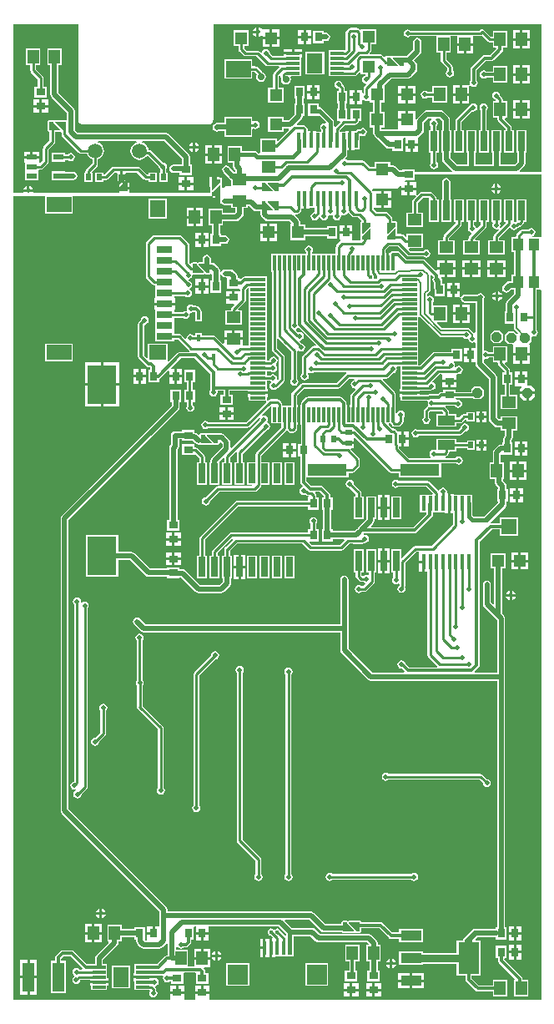
<source format=gbr>
%TF.GenerationSoftware,Altium Limited,Altium Designer,19.0.12 (326)*%
G04 Layer_Physical_Order=2*
G04 Layer_Color=11511158*
%FSLAX26Y26*%
%MOIN*%
%TF.FileFunction,Copper,L2,Bot,Signal*%
%TF.Part,Single*%
G01*
G75*
%TA.AperFunction,SMDPad,CuDef*%
%ADD14R,0.047244X0.118110*%
%ADD15R,0.045000X0.054000*%
%ADD16R,0.031000X0.038000*%
%ADD17R,0.038000X0.031000*%
%ADD18R,0.019685X0.019685*%
%ADD22R,0.047244X0.051181*%
%TA.AperFunction,Conductor*%
%ADD27C,0.011811*%
%ADD28C,0.019685*%
%ADD29C,0.006299*%
%ADD30C,0.010000*%
%TA.AperFunction,ViaPad*%
G04:AMPARAMS|DCode=31|XSize=39.37mil|YSize=39.37mil|CornerRadius=0mil|HoleSize=0mil|Usage=FLASHONLY|Rotation=0.000|XOffset=0mil|YOffset=0mil|HoleType=Round|Shape=Octagon|*
%AMOCTAGOND31*
4,1,8,0.019685,-0.009842,0.019685,0.009842,0.009843,0.019685,-0.009843,0.019685,-0.019685,0.009842,-0.019685,-0.009842,-0.009843,-0.019685,0.009843,-0.019685,0.019685,-0.009842,0.0*
%
%ADD31OCTAGOND31*%

%TA.AperFunction,ComponentPad*%
%ADD32C,0.059055*%
%TA.AperFunction,ViaPad*%
%ADD33C,0.019685*%
%ADD34C,0.015748*%
%ADD35C,0.027559*%
%TA.AperFunction,SMDPad,CuDef*%
%ADD36R,0.011811X0.059055*%
%ADD37R,0.059055X0.011811*%
%ADD38R,0.017716X0.059055*%
%ADD39R,0.051181X0.047244*%
%ADD40R,0.053150X0.011811*%
%ADD41R,0.062992X0.078740*%
%ADD42R,0.019685X0.019685*%
%ADD43R,0.039370X0.023622*%
%ADD44R,0.020000X0.025000*%
%ADD45R,0.098425X0.066929*%
%ADD46R,0.098425X0.059055*%
%ADD47R,0.059055X0.066929*%
%ADD48R,0.066929X0.059055*%
%ADD49R,0.062992X0.027559*%
%ADD50R,0.054000X0.045000*%
%ADD51R,0.027559X0.078740*%
%ADD52R,0.015748X0.027559*%
%ADD53R,0.039370X0.047244*%
%ADD54R,0.025000X0.020000*%
%ADD55R,0.157480X0.047244*%
%ADD56R,0.066929X0.039370*%
%ADD57R,0.047244X0.047244*%
%ADD58R,0.062992X0.062992*%
%TA.AperFunction,ConnectorPad*%
%ADD59R,0.015748X0.055118*%
%TA.AperFunction,SMDPad,CuDef*%
%ADD60R,0.078740X0.078740*%
%ADD61R,0.118110X0.157480*%
%ADD62R,0.084646X0.039370*%
%ADD63R,0.084646X0.129921*%
%TA.AperFunction,Conductor*%
%ADD64C,0.015748*%
%TA.AperFunction,ViaPad*%
%ADD65C,0.013780*%
G36*
X1580118Y3763189D02*
X1564370D01*
Y3767126D01*
X1536811Y3794685D01*
Y3798622D01*
X1580118D01*
Y3763189D01*
D02*
G37*
G36*
X1528937Y3794685D02*
X1556496Y3767126D01*
Y3763189D01*
X1513189D01*
Y3798622D01*
X1528937D01*
Y3794685D01*
D02*
G37*
G36*
X2129930Y3340000D02*
X2044854D01*
X2042844Y3345000D01*
X2061422Y3363578D01*
X2064923Y3368819D01*
X2066153Y3375000D01*
Y3417426D01*
X2069780D01*
Y3508166D01*
X2030220D01*
Y3417426D01*
X2033847D01*
Y3381691D01*
X2023309Y3371153D01*
X1966153D01*
Y3417426D01*
X1969780D01*
Y3508166D01*
X1930220D01*
Y3417426D01*
X1933847D01*
Y3371153D01*
X1866153D01*
Y3417426D01*
X1869780D01*
Y3508166D01*
X1830220D01*
Y3417426D01*
X1833847D01*
Y3371153D01*
X1792785D01*
X1766153Y3397785D01*
Y3417426D01*
X1769780D01*
Y3508166D01*
X1765523D01*
Y3550630D01*
X1764293Y3556811D01*
X1760792Y3562052D01*
X1741422Y3581422D01*
X1736181Y3584923D01*
X1730000Y3586153D01*
X1671520D01*
X1665339Y3584923D01*
X1660098Y3581422D01*
X1633578Y3554902D01*
X1631142Y3551256D01*
X1626142Y3552773D01*
Y3585590D01*
X1597520D01*
Y3550000D01*
X1592520D01*
Y3545000D01*
X1558898D01*
Y3516153D01*
X1558898Y3514410D01*
X1555247Y3511153D01*
X1490563D01*
Y3518410D01*
X1504032D01*
Y3581590D01*
X1490563D01*
Y3618410D01*
X1504032D01*
Y3681590D01*
X1504032D01*
X1503528Y3686590D01*
X1529911Y3712973D01*
X1595766D01*
X1601947Y3714203D01*
X1607188Y3717704D01*
X1629568Y3740084D01*
X1633069Y3745325D01*
X1634299Y3751506D01*
Y3767814D01*
X1633069Y3773995D01*
X1629568Y3779236D01*
X1621992Y3786812D01*
X1646422Y3811242D01*
X1649923Y3816483D01*
X1651153Y3822664D01*
Y3860000D01*
X1649923Y3866181D01*
X1646422Y3871422D01*
X1641181Y3874923D01*
X1635000Y3876153D01*
X1628819Y3874923D01*
X1623578Y3871422D01*
X1620077Y3866181D01*
X1618847Y3860000D01*
Y3829355D01*
X1592457Y3802965D01*
X1584814D01*
X1584710Y3803214D01*
X1580118Y3805117D01*
X1536811D01*
X1532874Y3803486D01*
X1528937Y3805117D01*
X1513189D01*
X1508597Y3803214D01*
X1507991Y3801753D01*
X1502093Y3800580D01*
X1494743Y3807931D01*
X1491104Y3810362D01*
X1486812Y3811216D01*
X1486812Y3811215D01*
X1445946D01*
X1444032Y3815835D01*
X1447930Y3819733D01*
X1447931Y3819733D01*
X1450362Y3823372D01*
X1451216Y3827664D01*
X1451216Y3827664D01*
Y3850378D01*
X1471591D01*
Y3909622D01*
X1408410D01*
Y3909622D01*
X1405707Y3908503D01*
X1401003Y3913207D01*
X1397364Y3915638D01*
X1393072Y3916492D01*
X1393072Y3916492D01*
X1367882D01*
X1367881Y3916492D01*
X1363589Y3915638D01*
X1359951Y3913207D01*
X1359950Y3913206D01*
X1351125Y3904381D01*
X1348694Y3900743D01*
X1347840Y3896451D01*
X1347841Y3896450D01*
Y3829731D01*
X1344385Y3826276D01*
X1280023D01*
Y3802465D01*
Y3763095D01*
Y3723724D01*
X1345173D01*
Y3724414D01*
X1384141D01*
X1384142Y3724414D01*
X1388434Y3725268D01*
X1392073Y3727699D01*
X1403409Y3739036D01*
X1408409Y3736965D01*
Y3732268D01*
X1428784D01*
Y3725911D01*
X1423819Y3724923D01*
X1418578Y3721422D01*
X1415077Y3716181D01*
X1413847Y3710000D01*
X1415077Y3703819D01*
X1418578Y3698578D01*
X1423819Y3695077D01*
X1428232Y3694199D01*
X1430186Y3689479D01*
X1430202Y3689097D01*
X1424244Y3683139D01*
X1421813Y3679501D01*
X1420959Y3675209D01*
X1420959Y3675208D01*
Y3656130D01*
X1420500Y3655789D01*
X1415500Y3658306D01*
Y3669316D01*
X1395000D01*
Y3640316D01*
Y3611316D01*
X1415500D01*
Y3627440D01*
X1420500Y3628956D01*
X1420753Y3628578D01*
X1425993Y3625077D01*
X1432175Y3623847D01*
X1438356Y3625077D01*
X1439788Y3626034D01*
X1444788Y3623361D01*
Y3618410D01*
X1458257D01*
Y3581590D01*
X1444788D01*
Y3518410D01*
X1458257D01*
Y3495590D01*
X1459487Y3489409D01*
X1462988Y3484168D01*
X1508578Y3438578D01*
X1513819Y3435077D01*
X1520000Y3433847D01*
X1534704D01*
Y3425000D01*
X1577704D01*
Y3475000D01*
X1580487Y3478847D01*
X1586704D01*
Y3455000D01*
X1637704D01*
Y3479000D01*
X1641308Y3482370D01*
X1643116Y3483578D01*
X1656422Y3496884D01*
X1659923Y3502124D01*
X1661153Y3508306D01*
Y3536789D01*
X1678211Y3553847D01*
X1690691D01*
X1692208Y3548847D01*
X1688578Y3546422D01*
X1685077Y3541181D01*
X1683847Y3535000D01*
X1685077Y3528819D01*
X1688578Y3523578D01*
X1688784Y3523440D01*
Y3508166D01*
X1680220D01*
Y3417426D01*
X1688784D01*
Y3378593D01*
X1686334Y3374925D01*
X1685104Y3368743D01*
X1686334Y3362562D01*
X1689835Y3357321D01*
X1695075Y3353820D01*
X1701257Y3352590D01*
X1707438Y3353820D01*
X1712679Y3357321D01*
X1716180Y3362562D01*
X1717410Y3368743D01*
X1716180Y3374925D01*
X1712679Y3380165D01*
X1711216Y3381143D01*
Y3417426D01*
X1719780D01*
Y3508166D01*
X1711216D01*
Y3523440D01*
X1711422Y3523578D01*
X1714923Y3528819D01*
X1716153Y3535000D01*
X1714923Y3541181D01*
X1711422Y3546422D01*
X1707792Y3548847D01*
X1709309Y3553847D01*
X1723309D01*
X1733217Y3543939D01*
Y3508166D01*
X1730220D01*
Y3417426D01*
X1733847D01*
Y3391094D01*
X1735077Y3384912D01*
X1738578Y3379672D01*
X1773250Y3345000D01*
X1771240Y3340000D01*
X1625000D01*
Y3351500D01*
X1575000D01*
Y3346153D01*
X1565629D01*
X1550360Y3361422D01*
X1545120Y3364923D01*
X1538938Y3366153D01*
X1525685D01*
Y3379622D01*
X1462504D01*
Y3361215D01*
X1444646D01*
X1422931Y3382931D01*
X1419292Y3385362D01*
X1415000Y3386216D01*
X1414999Y3386215D01*
X1356560D01*
X1356422Y3386422D01*
X1351181Y3389923D01*
X1348453Y3390466D01*
X1346807Y3395892D01*
X1350398Y3399482D01*
X1353899Y3404722D01*
X1355129Y3410904D01*
X1353899Y3417086D01*
X1353122Y3418249D01*
Y3426615D01*
X1359566D01*
Y3466142D01*
Y3505669D01*
X1345708D01*
Y3501669D01*
X1324601D01*
Y3506928D01*
X1346458Y3528785D01*
X1384141D01*
X1384142Y3528784D01*
X1388434Y3529638D01*
X1392073Y3532069D01*
X1397930Y3537927D01*
X1397931Y3537927D01*
X1400362Y3541566D01*
X1401045Y3545000D01*
X1411500D01*
Y3595000D01*
X1368500D01*
Y3551215D01*
X1355500D01*
Y3595000D01*
X1350153D01*
Y3615316D01*
X1355500D01*
Y3665316D01*
X1345216D01*
Y3675660D01*
X1345216Y3675660D01*
X1344362Y3679952D01*
X1341931Y3683591D01*
X1341930Y3683591D01*
X1336104Y3689417D01*
X1336153Y3689660D01*
X1334923Y3695841D01*
X1331422Y3701082D01*
X1326181Y3704583D01*
X1320000Y3705813D01*
X1313819Y3704583D01*
X1308578Y3701082D01*
X1305077Y3695841D01*
X1303847Y3689660D01*
X1305077Y3683479D01*
X1308578Y3678238D01*
X1313819Y3674737D01*
X1319080Y3673690D01*
X1322059Y3669207D01*
X1321098Y3665316D01*
X1312500D01*
Y3615316D01*
X1317847D01*
Y3595000D01*
X1312500D01*
Y3545000D01*
X1324418D01*
X1326331Y3540381D01*
X1306942Y3520991D01*
X1301942Y3523062D01*
Y3542204D01*
X1300865Y3547617D01*
X1297799Y3552207D01*
X1254645Y3595361D01*
X1250055Y3598427D01*
X1244642Y3599504D01*
X1241500D01*
Y3615000D01*
X1198500D01*
Y3565000D01*
X1241500D01*
X1241500Y3565000D01*
Y3565000D01*
X1246188Y3563807D01*
X1270656Y3539338D01*
X1270484Y3538224D01*
X1270402Y3538058D01*
X1265090Y3534587D01*
X1262204Y3535161D01*
X1256023Y3533932D01*
X1250782Y3530430D01*
X1247281Y3525190D01*
X1246051Y3519008D01*
X1247281Y3512827D01*
X1250782Y3507587D01*
X1250988Y3507449D01*
Y3501669D01*
X1229882D01*
Y3505669D01*
X1216024D01*
Y3466142D01*
X1206024D01*
Y3505669D01*
X1196649D01*
Y3511330D01*
X1195796Y3515622D01*
X1193365Y3519260D01*
X1193364Y3519260D01*
X1187507Y3525118D01*
X1183868Y3527549D01*
X1179576Y3528403D01*
X1179576Y3528403D01*
X1155300D01*
X1153386Y3533022D01*
X1173290Y3552928D01*
X1175512Y3556253D01*
X1176791Y3558168D01*
X1176791Y3558168D01*
X1176792Y3558169D01*
X1177354Y3560995D01*
X1178021Y3564349D01*
Y3565000D01*
X1185500D01*
Y3615000D01*
X1180153D01*
Y3635000D01*
X1185500D01*
Y3685000D01*
X1142500D01*
Y3635000D01*
X1147847D01*
Y3615000D01*
X1142500D01*
Y3567825D01*
X1120830Y3546153D01*
X1101274D01*
Y3559622D01*
X1038093D01*
Y3500378D01*
X1101274D01*
Y3513847D01*
X1119802D01*
X1121716Y3509228D01*
X1077619Y3465131D01*
X1073000Y3467045D01*
Y3473500D01*
X1007000D01*
Y3416500D01*
X1002241Y3415918D01*
X999087D01*
X995003Y3420003D01*
X990413Y3423069D01*
X985000Y3424146D01*
X933500D01*
Y3443000D01*
X876500D01*
Y3377000D01*
X896325D01*
Y3365590D01*
X897555Y3359409D01*
X901056Y3354168D01*
X908215Y3347009D01*
X907750Y3342967D01*
X903036Y3341129D01*
X882744Y3361422D01*
X877504Y3364923D01*
X871322Y3366153D01*
X865140Y3364923D01*
X859900Y3361422D01*
X856399Y3356182D01*
X855169Y3350000D01*
X856399Y3343818D01*
X859900Y3338578D01*
X887243Y3311236D01*
X892000Y3308057D01*
Y3285313D01*
X868777D01*
X859736Y3276271D01*
X855116Y3278185D01*
Y3288189D01*
X853486Y3292126D01*
X855116Y3296063D01*
Y3311811D01*
X853214Y3316403D01*
X848622Y3318305D01*
X844842D01*
Y3319843D01*
X805158D01*
Y3280157D01*
X806694D01*
Y3268504D01*
X808325Y3264567D01*
X806694Y3260630D01*
Y3256692D01*
X488639D01*
X483705Y3256850D01*
X483704Y3261692D01*
Y3271692D01*
X475672D01*
Y3264881D01*
X444019D01*
Y3261692D01*
X439085Y3256692D01*
X102764Y3256692D01*
X99271Y3261654D01*
X60729D01*
X57236Y3256692D01*
X20070D01*
Y3929930D01*
X279930D01*
Y3550001D01*
X281458Y3542320D01*
X285808Y3535808D01*
X292320Y3531458D01*
X300000Y3529930D01*
X800000D01*
X807680Y3531458D01*
X814192Y3535808D01*
X818542Y3542320D01*
X820070Y3550001D01*
Y3929930D01*
X2129930D01*
Y3340000D01*
D02*
G37*
G36*
Y3081445D02*
X2125685Y3079622D01*
X2124930Y3079622D01*
X2094388D01*
X2093896Y3084622D01*
X2096181Y3085077D01*
X2101422Y3088578D01*
X2104923Y3093819D01*
X2106153Y3100000D01*
X2104923Y3106181D01*
X2101422Y3111422D01*
X2096181Y3114923D01*
X2090000Y3116153D01*
X2083819Y3114923D01*
X2078578Y3111422D01*
X2078440Y3111215D01*
X2055001D01*
X2055000Y3111216D01*
X2050708Y3110362D01*
X2047069Y3107931D01*
X2032069Y3092931D01*
X2029638Y3089292D01*
X2028784Y3085000D01*
X2028784Y3084999D01*
Y3079622D01*
X2011323D01*
Y3020378D01*
X2020855D01*
Y2930016D01*
X2011323D01*
Y2904835D01*
X2003025D01*
X1996843Y2903605D01*
X1991603Y2900104D01*
X1978109Y2886610D01*
X1974607Y2881369D01*
X1973378Y2875188D01*
X1974607Y2869006D01*
X1978109Y2863766D01*
X1983349Y2860265D01*
X1989531Y2859035D01*
X1995712Y2860265D01*
X2000952Y2863766D01*
X2006802Y2869616D01*
X2011323Y2870772D01*
Y2870772D01*
X2020855D01*
Y2854329D01*
X1992578Y2826052D01*
X1989077Y2820811D01*
X1987847Y2814630D01*
Y2785000D01*
X1982500D01*
Y2735000D01*
X2020671D01*
Y2717580D01*
X2021381Y2714010D01*
X2023403Y2710984D01*
X2038567Y2695820D01*
X2038284Y2695225D01*
X2032279Y2694249D01*
X2021842Y2704685D01*
X1996158D01*
X1983315Y2691843D01*
Y2666157D01*
X1996158Y2653315D01*
X2013958D01*
X2017500Y2649796D01*
X2017500Y2648315D01*
Y2617796D01*
X2082500D01*
Y2649365D01*
X2082500Y2649796D01*
X2080860Y2654796D01*
X2090685Y2664621D01*
Y2681405D01*
X2095685Y2684495D01*
X2100000Y2683637D01*
X2106181Y2684866D01*
X2111422Y2688368D01*
X2114923Y2693608D01*
X2116153Y2699790D01*
X2114923Y2705971D01*
X2111422Y2711211D01*
X2111215Y2711349D01*
Y2760000D01*
Y2870772D01*
X2124930D01*
X2125685Y2870772D01*
X2129930Y2868949D01*
Y35070D01*
X807644D01*
X804000Y38344D01*
X804000Y40070D01*
Y58844D01*
X775000D01*
X746000D01*
Y40070D01*
X746000Y38344D01*
X742356Y35070D01*
X707644D01*
X704000Y38344D01*
X704000Y40070D01*
Y58844D01*
X675000D01*
X646000D01*
Y40070D01*
X646000Y38344D01*
X642356Y35070D01*
X20070D01*
Y3245000D01*
X148527D01*
Y3175497D01*
X258953D01*
Y3245000D01*
X813189D01*
Y3260630D01*
X817126D01*
X844685Y3288189D01*
X848622D01*
Y3244882D01*
X816970D01*
Y3236849D01*
X845448D01*
X848121Y3231849D01*
X847675Y3231181D01*
X846445Y3225000D01*
X847675Y3218819D01*
X851176Y3213578D01*
X856417Y3210077D01*
X862598Y3208847D01*
X892000D01*
Y3196500D01*
X908847D01*
Y3181691D01*
X903309Y3176153D01*
X858500D01*
Y3193000D01*
X801500D01*
Y3127000D01*
X813847D01*
Y3095000D01*
X808500D01*
Y3045000D01*
X851500D01*
Y3053847D01*
X866120D01*
X872302Y3055077D01*
X877542Y3058578D01*
X877744Y3058780D01*
X881245Y3064021D01*
X882475Y3070202D01*
X881245Y3076383D01*
X877744Y3081624D01*
X872504Y3085125D01*
X866322Y3086355D01*
X865307Y3086153D01*
X851500D01*
Y3095000D01*
X846153D01*
Y3127000D01*
X858500D01*
Y3143847D01*
X910000D01*
X916182Y3145077D01*
X921422Y3148578D01*
X936422Y3163578D01*
X939923Y3168818D01*
X941153Y3175000D01*
Y3196500D01*
X958000D01*
Y3204875D01*
X963305D01*
X979602Y3188578D01*
X984843Y3185077D01*
X991024Y3183847D01*
X1008494D01*
X1008598Y3183596D01*
X1008847Y3183492D01*
Y3171532D01*
X1010077Y3165351D01*
X1013578Y3160110D01*
X1025110Y3148578D01*
X1030351Y3145077D01*
X1036532Y3143847D01*
X1123309D01*
X1130566Y3136590D01*
X1128495Y3131590D01*
X1128488D01*
Y3068410D01*
X1187732D01*
Y3083847D01*
X1272500D01*
Y3075000D01*
X1315500D01*
Y3125000D01*
X1272500D01*
Y3116153D01*
X1187732D01*
Y3131590D01*
X1166153D01*
Y3140000D01*
X1164923Y3146181D01*
X1161422Y3151422D01*
X1146355Y3166488D01*
X1148426Y3171488D01*
X1152784D01*
X1152784Y3171489D01*
X1152786Y3171488D01*
X1155279Y3171985D01*
X1157076Y3172342D01*
X1157077Y3172343D01*
X1157078Y3172343D01*
X1158765Y3173471D01*
X1160715Y3174773D01*
X1160715Y3174774D01*
X1160716Y3174775D01*
X1167774Y3181834D01*
X1169040Y3183731D01*
X1170204Y3185472D01*
X1170204Y3185473D01*
X1170204Y3185473D01*
X1170633Y3187631D01*
X1171057Y3189764D01*
Y3194331D01*
X1180434D01*
Y3233858D01*
X1190434D01*
Y3194331D01*
X1204292D01*
Y3198331D01*
X1225399D01*
Y3184504D01*
X1225000Y3179715D01*
X1218819Y3178485D01*
X1213578Y3174984D01*
X1210077Y3169743D01*
X1208847Y3163562D01*
X1210077Y3157380D01*
X1213578Y3152140D01*
X1218819Y3148639D01*
X1225000Y3147409D01*
X1231181Y3148639D01*
X1236422Y3152140D01*
X1239923Y3157380D01*
X1240236Y3158951D01*
X1241061Y3160074D01*
X1241463Y3160235D01*
X1247178Y3157132D01*
X1247281Y3156617D01*
X1250782Y3151376D01*
X1256023Y3147875D01*
X1262204Y3146645D01*
X1268385Y3147875D01*
X1273626Y3151376D01*
X1277127Y3156617D01*
X1278357Y3162798D01*
X1278026Y3164461D01*
X1279681Y3166128D01*
X1282437Y3167913D01*
X1287796Y3166847D01*
X1293152Y3167913D01*
X1295912Y3166125D01*
X1297564Y3164459D01*
X1297233Y3162798D01*
X1298463Y3156617D01*
X1301964Y3151376D01*
X1307205Y3147875D01*
X1313386Y3146645D01*
X1319567Y3147875D01*
X1324808Y3151376D01*
X1328309Y3156617D01*
X1329539Y3162798D01*
X1329216Y3164422D01*
X1331632Y3166465D01*
X1333665Y3167686D01*
X1339370Y3166551D01*
X1345551Y3167781D01*
X1350792Y3171282D01*
X1353895Y3175927D01*
X1355760Y3176750D01*
X1359554Y3177339D01*
X1373291Y3163601D01*
X1376930Y3161170D01*
X1381222Y3160316D01*
X1381222Y3160316D01*
X1398822D01*
X1411232Y3147907D01*
X1410059Y3142008D01*
X1408596Y3141402D01*
X1406694Y3136810D01*
Y3093503D01*
X1408324Y3089566D01*
X1406694Y3085629D01*
Y3069881D01*
X1404859Y3067135D01*
X1378241D01*
X1375500Y3071000D01*
X1375500Y3072136D01*
Y3095000D01*
X1324500D01*
Y3071000D01*
X1326098D01*
X1326662Y3070188D01*
X1326069Y3063851D01*
X1326069Y3063850D01*
X1311755Y3049537D01*
X1309324Y3045898D01*
X1308470Y3041606D01*
X1308470Y3041606D01*
Y3013677D01*
X1214096D01*
X1213116Y3018677D01*
X1216497Y3023739D01*
X1217727Y3029920D01*
X1216497Y3036101D01*
X1212996Y3041342D01*
X1207755Y3044843D01*
X1201574Y3046073D01*
X1195393Y3044843D01*
X1190152Y3041342D01*
X1186651Y3036101D01*
X1185421Y3029920D01*
X1186651Y3023739D01*
X1190032Y3018677D01*
X1189052Y3013677D01*
X1051874D01*
Y2942622D01*
X1052564D01*
Y2632481D01*
X1052564Y2632480D01*
X1053418Y2628188D01*
X1055849Y2624549D01*
X1081501Y2598898D01*
Y2515196D01*
X1077536Y2511231D01*
X1072928Y2513694D01*
X1073689Y2517520D01*
X1072459Y2523701D01*
X1068958Y2528942D01*
X1063717Y2532443D01*
X1057536Y2533673D01*
X1051355Y2532443D01*
X1046114Y2528942D01*
X1045976Y2528735D01*
X1032378D01*
Y2545675D01*
X1047058D01*
X1047196Y2545468D01*
X1052436Y2541967D01*
X1058618Y2540737D01*
X1064799Y2541967D01*
X1070040Y2545468D01*
X1073541Y2550709D01*
X1074771Y2556890D01*
X1073541Y2563071D01*
X1070040Y2568312D01*
X1069233Y2568850D01*
Y2574864D01*
X1071422Y2576326D01*
X1074923Y2581567D01*
X1076153Y2587748D01*
X1074923Y2593929D01*
X1071422Y2599170D01*
X1066181Y2602671D01*
X1060000Y2603901D01*
X1053819Y2602671D01*
X1048578Y2599170D01*
X1045077Y2593929D01*
X1043855Y2587789D01*
X1032378D01*
Y2604039D01*
Y2643410D01*
Y2682780D01*
Y2722151D01*
Y2761521D01*
Y2800890D01*
Y2840260D01*
Y2879631D01*
Y2923126D01*
X998022D01*
X996850Y2923359D01*
X944300D01*
X939655Y2922435D01*
X935717Y2919803D01*
X935716Y2919803D01*
X929619Y2913706D01*
X925000Y2915620D01*
Y2917658D01*
X915939D01*
Y2924999D01*
X914710Y2931181D01*
X911208Y2936421D01*
X900288Y2947342D01*
X895048Y2950843D01*
X888866Y2952073D01*
X866322D01*
X860141Y2950843D01*
X854900Y2947342D01*
X851399Y2942101D01*
X851153Y2940866D01*
X846153Y2941358D01*
Y2947243D01*
X844923Y2953425D01*
X841422Y2958665D01*
X826775Y2973312D01*
X821535Y2976813D01*
X815353Y2978043D01*
X809814D01*
X809710Y2978293D01*
X809461Y2978396D01*
Y2993920D01*
X808231Y3000101D01*
X804730Y3005342D01*
X799489Y3008843D01*
X793308Y3010073D01*
X787127Y3008843D01*
X781886Y3005342D01*
X778385Y3000101D01*
X777155Y2993920D01*
Y2980195D01*
X761811D01*
X757874Y2978564D01*
X753937Y2980195D01*
X738189D01*
X733597Y2978293D01*
X732854Y2976499D01*
X727075Y2975206D01*
X723216Y2979066D01*
Y3050992D01*
X722362Y3055284D01*
X719931Y3058923D01*
X719930Y3058923D01*
X693003Y3085851D01*
X689364Y3088282D01*
X685072Y3089136D01*
X685072Y3089135D01*
X583196D01*
X578904Y3088282D01*
X575265Y3085851D01*
X575265Y3085850D01*
X553241Y3063827D01*
X550810Y3060188D01*
X549956Y3055896D01*
X549957Y3055896D01*
Y2922749D01*
X549956Y2922748D01*
X550810Y2918456D01*
X553241Y2914817D01*
X575989Y2892070D01*
X575989Y2892069D01*
X579628Y2889638D01*
X583920Y2888785D01*
X587504D01*
Y2881472D01*
X587504Y2880220D01*
Y2876472D01*
X587504Y2875220D01*
Y2837166D01*
X583504D01*
Y2818386D01*
X625000D01*
X666496D01*
Y2837166D01*
X662496D01*
Y2845477D01*
X706804D01*
X706942Y2845270D01*
X712183Y2841769D01*
X718364Y2840539D01*
X724545Y2841769D01*
X729786Y2845270D01*
X733287Y2850511D01*
X734517Y2856692D01*
X733287Y2862873D01*
X729786Y2868114D01*
X725518Y2870966D01*
X725290Y2874380D01*
X725308Y2874648D01*
X725742Y2876371D01*
X730422Y2879498D01*
X733923Y2884739D01*
X735153Y2890920D01*
X733923Y2897101D01*
X730422Y2902342D01*
X725181Y2905843D01*
X721770Y2906522D01*
X721194Y2907934D01*
X724263Y2913642D01*
X725181Y2913825D01*
X730422Y2917326D01*
X733923Y2922567D01*
X734945Y2927705D01*
X736499Y2929654D01*
X739649Y2931773D01*
X781496D01*
X785433Y2933404D01*
X789370Y2931773D01*
X805118D01*
X808847Y2933318D01*
X813847Y2931279D01*
Y2909056D01*
X808500D01*
Y2859056D01*
X851500D01*
Y2909056D01*
X846153D01*
Y2930482D01*
X851153Y2930974D01*
X851399Y2929739D01*
X854900Y2924498D01*
X860141Y2920997D01*
X866322Y2919767D01*
X870874D01*
X875000Y2917658D01*
Y2874658D01*
X925000D01*
X926784Y2870397D01*
Y2865658D01*
X905000D01*
Y2840158D01*
X900000D01*
Y2835158D01*
X871000D01*
Y2814658D01*
X902162D01*
X904076Y2810039D01*
X893610Y2799573D01*
X891179Y2795934D01*
X890325Y2791642D01*
X886868Y2788500D01*
X867000D01*
Y2731500D01*
X933000D01*
Y2788500D01*
X920792D01*
X918879Y2793119D01*
X945930Y2820171D01*
X945931Y2820171D01*
X948362Y2823810D01*
X949216Y2828102D01*
X949216Y2828102D01*
Y2871274D01*
X956322Y2878381D01*
X961322Y2876310D01*
Y2840260D01*
Y2800890D01*
Y2761521D01*
Y2722151D01*
Y2682780D01*
Y2646845D01*
X937000D01*
Y2670000D01*
X900000D01*
X863000D01*
Y2656048D01*
X858381Y2654134D01*
X827890Y2684625D01*
X824251Y2687056D01*
X819960Y2687910D01*
X819959Y2687910D01*
X773874D01*
Y2696474D01*
X746126D01*
Y2687910D01*
X739850D01*
X739712Y2688116D01*
X734472Y2691617D01*
X728291Y2692847D01*
X722109Y2691617D01*
X716869Y2688116D01*
X713367Y2682875D01*
X712373Y2677876D01*
X709002Y2676186D01*
X707271Y2675906D01*
X691783Y2691395D01*
X688144Y2693826D01*
X683852Y2694680D01*
X683851Y2694680D01*
X662496D01*
Y2701992D01*
X662496Y2703244D01*
Y2706992D01*
X662496Y2708244D01*
Y2745298D01*
X662496Y2746552D01*
Y2750298D01*
X662496Y2751552D01*
Y2758863D01*
X697598D01*
X697736Y2758656D01*
X702977Y2755155D01*
X709158Y2753925D01*
X715339Y2755155D01*
X720580Y2758656D01*
X724081Y2763897D01*
X725311Y2770078D01*
X724353Y2774894D01*
X726795Y2778278D01*
X728098Y2779247D01*
X730109Y2778847D01*
X736290Y2780077D01*
X739292Y2782082D01*
X745805D01*
X746126Y2781761D01*
Y2743528D01*
X773874D01*
Y2783088D01*
X773874D01*
X771713Y2787193D01*
X771215Y2789699D01*
X768583Y2793637D01*
X759416Y2802804D01*
X755478Y2805436D01*
X750833Y2806360D01*
X750832Y2806360D01*
X741572D01*
X741531Y2806422D01*
X736290Y2809923D01*
X730109Y2811153D01*
X723928Y2809923D01*
X718687Y2806422D01*
X715186Y2801181D01*
X713956Y2795000D01*
X714914Y2790184D01*
X712472Y2786800D01*
X711168Y2785831D01*
X709158Y2786231D01*
X702977Y2785001D01*
X697736Y2781500D01*
X697598Y2781294D01*
X662496D01*
Y2789606D01*
X666496D01*
Y2808386D01*
X625000D01*
X583504D01*
Y2789606D01*
X587504D01*
Y2751552D01*
X587504Y2750298D01*
Y2746552D01*
X587504Y2745298D01*
Y2708244D01*
X587504Y2706992D01*
Y2703244D01*
X587504Y2701992D01*
Y2663684D01*
X662496D01*
Y2672249D01*
X679206D01*
X723755Y2627699D01*
X724595Y2627139D01*
X723078Y2622139D01*
X685000D01*
X685000Y2622139D01*
X680355Y2621215D01*
X676417Y2618583D01*
X676416Y2618583D01*
X641287Y2583454D01*
X636904Y2586142D01*
Y2655999D01*
X557976D01*
Y2600096D01*
X553356Y2598183D01*
X542683Y2608856D01*
Y2728436D01*
X546266Y2732019D01*
X551181Y2732997D01*
X556422Y2736498D01*
X559923Y2741739D01*
X561153Y2747920D01*
X559923Y2754101D01*
X556422Y2759342D01*
X551181Y2762843D01*
X545000Y2764073D01*
X538819Y2762843D01*
X533578Y2759342D01*
X530077Y2754101D01*
X529099Y2749186D01*
X521961Y2742047D01*
X519329Y2738109D01*
X518405Y2733464D01*
X518405Y2733463D01*
Y2603829D01*
X518405Y2603828D01*
X519329Y2599183D01*
X521961Y2595245D01*
X552402Y2564803D01*
X552403Y2564803D01*
X556341Y2562171D01*
X560986Y2561247D01*
X560986Y2561247D01*
X566355D01*
X568861Y2558741D01*
Y2550000D01*
X559500D01*
Y2500000D01*
X602500D01*
Y2513358D01*
X604645Y2513785D01*
X608583Y2516417D01*
X638881Y2546714D01*
X643500Y2544800D01*
Y2530000D01*
X664000D01*
Y2554000D01*
X652700D01*
X650786Y2558619D01*
X690028Y2597861D01*
X744972D01*
X805095Y2537738D01*
X806126Y2533165D01*
X806126D01*
Y2493606D01*
X807861D01*
Y2485069D01*
X807861Y2485069D01*
X807861Y2485068D01*
Y2470349D01*
X805077Y2466181D01*
X803847Y2460000D01*
X805077Y2453819D01*
X808578Y2448578D01*
X813819Y2445077D01*
X820000Y2443847D01*
X826181Y2445077D01*
X831422Y2448578D01*
X834923Y2453819D01*
X836153Y2460000D01*
X835726Y2462146D01*
X838898Y2466011D01*
X860263D01*
Y2452500D01*
X847402D01*
Y2409500D01*
X897402D01*
Y2452500D01*
X884541D01*
Y2466011D01*
X957322D01*
Y2463464D01*
X996850D01*
X1036378D01*
Y2474369D01*
X1032378D01*
Y2506305D01*
X1045976D01*
X1046114Y2506098D01*
X1049062Y2504129D01*
X1049325Y2498291D01*
X1048578Y2497792D01*
X1045077Y2492551D01*
X1043847Y2486370D01*
X1045077Y2480189D01*
X1048578Y2474948D01*
X1053819Y2471447D01*
X1060000Y2470217D01*
X1066181Y2471447D01*
X1071422Y2474948D01*
X1072023Y2475848D01*
X1072828Y2476008D01*
X1076467Y2478439D01*
X1100646Y2502619D01*
X1100647Y2502619D01*
X1103078Y2506258D01*
X1103932Y2510550D01*
X1103931Y2510550D01*
Y2603544D01*
X1103932Y2603544D01*
X1103078Y2607836D01*
X1100647Y2611475D01*
X1100646Y2611475D01*
X1074995Y2637126D01*
Y2672700D01*
X1079995Y2674771D01*
X1100158Y2654608D01*
X1100785Y2653669D01*
X1131895Y2622560D01*
Y2514434D01*
X1131688Y2514296D01*
X1128187Y2509056D01*
X1126957Y2502874D01*
X1128187Y2496693D01*
X1131688Y2491452D01*
X1136929Y2487951D01*
X1143110Y2486721D01*
X1149292Y2487951D01*
X1154532Y2491452D01*
X1158034Y2496693D01*
X1159263Y2502874D01*
X1158034Y2509056D01*
X1154532Y2514296D01*
X1154326Y2514434D01*
Y2625943D01*
X1157280Y2627774D01*
X1159223Y2628147D01*
X1163819Y2625077D01*
X1170000Y2623847D01*
X1176181Y2625077D01*
X1181422Y2628578D01*
X1184923Y2633819D01*
X1186153Y2640000D01*
X1184923Y2646181D01*
X1181422Y2651422D01*
X1176181Y2654923D01*
X1172870Y2655582D01*
X1164429Y2664024D01*
X1164570Y2665216D01*
X1166398Y2669125D01*
X1171181Y2670077D01*
X1176422Y2673578D01*
X1179923Y2678819D01*
X1181153Y2685000D01*
X1179923Y2691181D01*
X1176422Y2696422D01*
X1171181Y2699923D01*
X1165000Y2701153D01*
X1158819Y2699923D01*
X1158035Y2699400D01*
X1149291Y2708144D01*
X1150908Y2713598D01*
X1155249Y2716498D01*
X1155946Y2717541D01*
X1162383Y2718175D01*
X1229093Y2651465D01*
X1227179Y2646845D01*
X1220379D01*
X1220378Y2646846D01*
X1216086Y2645992D01*
X1212447Y2643561D01*
X1212447Y2643560D01*
X1177069Y2608182D01*
X1174638Y2604544D01*
X1173784Y2600252D01*
X1173784Y2600251D01*
Y2536560D01*
X1173578Y2536422D01*
X1170077Y2531181D01*
X1168847Y2525000D01*
X1170077Y2518819D01*
X1173578Y2513578D01*
X1178819Y2510077D01*
X1185000Y2508847D01*
X1191181Y2510077D01*
X1196422Y2513578D01*
X1199923Y2518819D01*
X1201153Y2525000D01*
X1199923Y2531181D01*
X1198209Y2533747D01*
X1198772Y2536120D01*
X1204438Y2538347D01*
X1204843Y2538077D01*
X1211024Y2536847D01*
X1217205Y2538077D01*
X1222446Y2541578D01*
X1222584Y2541785D01*
X1351945D01*
X1352545Y2536806D01*
X1348906Y2534375D01*
X1312117Y2497586D01*
X1177149D01*
X1177148Y2497586D01*
X1172856Y2496732D01*
X1169217Y2494301D01*
X1169217Y2494300D01*
X1134589Y2459673D01*
X1132158Y2456034D01*
X1131304Y2451742D01*
X1131304Y2451742D01*
Y2407378D01*
X1094679D01*
Y2413535D01*
X1094680Y2413536D01*
X1093826Y2417828D01*
X1091395Y2421467D01*
X1091394Y2421467D01*
X1083081Y2429781D01*
X1079442Y2432212D01*
X1075150Y2433066D01*
X1075149Y2433066D01*
X1047480D01*
X1047480Y2433066D01*
X1043188Y2432212D01*
X1039549Y2429781D01*
X1039549Y2429780D01*
X1037378Y2427609D01*
X1032378Y2429680D01*
Y2442559D01*
X1036378D01*
Y2453464D01*
X996850D01*
X957322D01*
Y2442559D01*
X961322D01*
Y2426874D01*
X1029572D01*
X1031643Y2421874D01*
X950984Y2341215D01*
X799906D01*
X799768Y2341422D01*
X794528Y2344923D01*
X788346Y2346153D01*
X782165Y2344923D01*
X776924Y2341422D01*
X773423Y2336181D01*
X772193Y2330000D01*
X773423Y2323819D01*
X776924Y2318578D01*
X782165Y2315077D01*
X788346Y2313847D01*
X794528Y2315077D01*
X799768Y2318578D01*
X799906Y2318785D01*
X955629D01*
X955630Y2318784D01*
X959922Y2319638D01*
X963561Y2322069D01*
X1000697Y2359206D01*
X1005846Y2357803D01*
X1006068Y2357506D01*
X1004910Y2351686D01*
X1005058Y2350943D01*
X893153Y2239038D01*
X888153Y2241109D01*
Y2260906D01*
X886923Y2267087D01*
X883422Y2272328D01*
X864092Y2291658D01*
X858851Y2295159D01*
X852670Y2296389D01*
X842216D01*
X842112Y2296640D01*
X837520Y2298542D01*
X794212D01*
X790275Y2296911D01*
X786338Y2298542D01*
X770591D01*
X765998Y2296640D01*
X764486Y2292989D01*
X759477Y2290927D01*
X758456Y2291948D01*
X758450Y2291952D01*
X756211Y2294190D01*
X750971Y2297692D01*
X744789Y2298921D01*
X744000D01*
Y2309926D01*
X694000D01*
Y2305065D01*
X666614D01*
X660433Y2303835D01*
X655192Y2300334D01*
X651691Y2295093D01*
X650461Y2288912D01*
Y2251495D01*
X648578Y2249612D01*
X645077Y2244372D01*
X643847Y2238190D01*
Y1951500D01*
X635000D01*
Y1908500D01*
X685000D01*
Y1951500D01*
X676153D01*
Y2231499D01*
X678036Y2233382D01*
X681537Y2238622D01*
X682767Y2244804D01*
Y2272759D01*
X694000D01*
Y2266926D01*
X723097D01*
X724658Y2266616D01*
X738101D01*
X747056Y2257660D01*
X743719Y2253926D01*
X739116Y2253926D01*
X694000D01*
Y2210926D01*
X744000D01*
Y2211888D01*
X748619Y2213802D01*
X763784Y2198637D01*
Y2182378D01*
X755221D01*
Y2091638D01*
X794779D01*
Y2182378D01*
X786216D01*
Y2203282D01*
X785362Y2207574D01*
X782931Y2211213D01*
X782930Y2211213D01*
X755073Y2239071D01*
X751434Y2241502D01*
X747142Y2242356D01*
X744000Y2245812D01*
X744000Y2253645D01*
X747712Y2257004D01*
X752953Y2253503D01*
X759134Y2252273D01*
X765315Y2253503D01*
X765395Y2253479D01*
X765998Y2252022D01*
X770591Y2250120D01*
X813898D01*
X817835Y2251751D01*
X821772Y2250120D01*
X837520D01*
X842112Y2252022D01*
X844014Y2256614D01*
Y2258977D01*
X849014Y2261048D01*
X855847Y2254215D01*
Y2241715D01*
X813578Y2199446D01*
X810077Y2194206D01*
X808847Y2188024D01*
Y2182378D01*
X805221D01*
Y2091638D01*
X844779D01*
Y2182378D01*
X844780Y2182378D01*
X844780D01*
X846538Y2186719D01*
X859165Y2199345D01*
X863784Y2197432D01*
Y2182378D01*
X855221D01*
Y2091638D01*
X894779D01*
Y2182378D01*
X886216D01*
Y2200378D01*
X909288Y2223451D01*
X913896Y2220988D01*
X913784Y2220426D01*
X913784Y2220425D01*
Y2182378D01*
X905221D01*
Y2091638D01*
X944779D01*
Y2182378D01*
X936216D01*
Y2215780D01*
X1029331Y2308896D01*
X1029574Y2308847D01*
X1035755Y2310077D01*
X1040996Y2313578D01*
X1044497Y2318819D01*
X1045727Y2325000D01*
X1044497Y2331181D01*
X1040996Y2336422D01*
X1036825Y2339209D01*
X1035445Y2344695D01*
X1035986Y2345505D01*
X1037216Y2351686D01*
X1035986Y2357867D01*
X1032485Y2363108D01*
X1027244Y2366609D01*
X1021063Y2367839D01*
X1015243Y2366681D01*
X1014946Y2366903D01*
X1013543Y2372052D01*
X1046874Y2405383D01*
X1051874Y2403312D01*
Y2336323D01*
X1091935D01*
Y2320906D01*
X992069Y2221041D01*
X989638Y2217402D01*
X988784Y2213110D01*
X988784Y2213110D01*
Y2182378D01*
X955221D01*
Y2091638D01*
X974210D01*
X976882Y2086638D01*
X976600Y2086215D01*
X837659D01*
X837658Y2086216D01*
X833366Y2085362D01*
X829727Y2082931D01*
X829727Y2082930D01*
X787441Y2040644D01*
X783819Y2039923D01*
X778578Y2036422D01*
X775077Y2031181D01*
X773847Y2025000D01*
X775077Y2018819D01*
X778578Y2013578D01*
X783819Y2010077D01*
X790000Y2008847D01*
X796181Y2010077D01*
X801422Y2013578D01*
X804923Y2018819D01*
X806153Y2025000D01*
X805716Y2027197D01*
X842304Y2063785D01*
X985522D01*
X985522Y2063784D01*
X989814Y2064638D01*
X993453Y2067069D01*
X1007930Y2081547D01*
X1007931Y2081547D01*
X1010362Y2085186D01*
X1011216Y2089478D01*
Y2091638D01*
X1044780D01*
Y2182378D01*
X1011216D01*
Y2208464D01*
X1109502Y2306751D01*
X1112069Y2308047D01*
X1116131Y2306888D01*
X1120447Y2302573D01*
X1120447Y2302572D01*
X1124086Y2300141D01*
X1128378Y2299287D01*
X1136662D01*
X1136662Y2299287D01*
X1140954Y2300141D01*
X1144593Y2302572D01*
X1150450Y2308430D01*
X1150451Y2308430D01*
X1152882Y2312069D01*
X1153736Y2316361D01*
Y2332323D01*
X1157204D01*
Y2371850D01*
Y2411378D01*
X1153736D01*
Y2447096D01*
X1181794Y2475155D01*
X1316762D01*
X1316763Y2475154D01*
X1321055Y2476008D01*
X1324693Y2478439D01*
X1361483Y2515229D01*
X1379588D01*
X1382478Y2510228D01*
X1381526Y2508575D01*
X1378819Y2508037D01*
X1373578Y2504535D01*
X1370077Y2499295D01*
X1368847Y2493114D01*
X1370077Y2486932D01*
X1373578Y2481692D01*
X1378819Y2478190D01*
X1385000Y2476961D01*
X1387314Y2472323D01*
X1370809Y2455819D01*
X1368378Y2452180D01*
X1367524Y2447888D01*
X1367524Y2447887D01*
Y2411378D01*
X1364056D01*
Y2371850D01*
X1354056D01*
Y2411378D01*
X1351509D01*
Y2418026D01*
X1351509Y2418026D01*
X1350585Y2422671D01*
X1347953Y2426610D01*
X1347953Y2426610D01*
X1334979Y2439583D01*
X1331041Y2442215D01*
X1326396Y2443139D01*
X1326396Y2443139D01*
X1196970D01*
X1192325Y2442215D01*
X1188387Y2439583D01*
X1188386Y2439583D01*
X1173307Y2424503D01*
X1170675Y2420565D01*
X1169751Y2415920D01*
X1168907Y2411378D01*
X1167204D01*
Y2371850D01*
Y2332323D01*
X1169751D01*
Y2255000D01*
X1158500D01*
Y2205000D01*
X1167861D01*
Y2100773D01*
X1167861Y2100772D01*
X1168785Y2096127D01*
X1171417Y2092189D01*
X1176205Y2087400D01*
X1174559Y2081975D01*
X1173149Y2081694D01*
X1167908Y2078193D01*
X1164407Y2072952D01*
X1163177Y2066771D01*
X1164407Y2060590D01*
X1167908Y2055349D01*
X1173149Y2051848D01*
X1179330Y2050618D01*
X1185511Y2051848D01*
X1187696Y2053307D01*
X1190839Y2050164D01*
X1194478Y2047733D01*
X1198770Y2046879D01*
X1198770Y2046879D01*
X1200985D01*
X1201477Y2046142D01*
X1198804Y2041142D01*
X1197500D01*
Y2027358D01*
X913812D01*
X913812Y2027358D01*
X909520Y2026504D01*
X905881Y2024073D01*
X905881Y2024072D01*
X767069Y1885261D01*
X764638Y1881622D01*
X763784Y1877330D01*
X763784Y1877330D01*
Y1808362D01*
X755221D01*
Y1717622D01*
X794779D01*
Y1808362D01*
X786216D01*
Y1872684D01*
X918458Y2004927D01*
X1197500D01*
Y1991142D01*
X1240500D01*
Y2041142D01*
X1230216D01*
Y2049095D01*
X1229362Y2053387D01*
X1226931Y2057025D01*
X1226930Y2057025D01*
X1225714Y2058242D01*
X1227627Y2062861D01*
X1244972D01*
X1261691Y2046142D01*
X1260037Y2041142D01*
X1253500D01*
Y1991142D01*
X1258847D01*
Y1915000D01*
X1253500D01*
Y1865000D01*
X1296500D01*
Y1873847D01*
X1340831D01*
X1342745Y1869228D01*
X1324732Y1851216D01*
X1212479D01*
X1203314Y1860381D01*
X1205228Y1865000D01*
X1240500D01*
Y1915000D01*
X1230216D01*
Y1935672D01*
X1230422Y1935810D01*
X1233923Y1941051D01*
X1235153Y1947232D01*
X1233923Y1953413D01*
X1230422Y1958654D01*
X1225181Y1962155D01*
X1219000Y1963385D01*
X1212819Y1962155D01*
X1207578Y1958654D01*
X1204077Y1953413D01*
X1202847Y1947232D01*
X1204077Y1941051D01*
X1207578Y1935810D01*
X1207784Y1935672D01*
Y1915000D01*
X1197500D01*
Y1901216D01*
X890708D01*
X886416Y1900362D01*
X882777Y1897931D01*
X882777Y1897930D01*
X817069Y1832223D01*
X814638Y1828584D01*
X813784Y1824292D01*
X813784Y1824292D01*
Y1808362D01*
X805221D01*
Y1717622D01*
X844779D01*
Y1808362D01*
X836216D01*
Y1819646D01*
X892937Y1876368D01*
X894601Y1876037D01*
X896247Y1870612D01*
X871002Y1845367D01*
X870708Y1845309D01*
X867069Y1842878D01*
X864638Y1839239D01*
X863784Y1834947D01*
Y1808362D01*
X855221D01*
Y1717622D01*
X858847D01*
Y1705691D01*
X844309Y1691153D01*
X766691D01*
X707366Y1750478D01*
X702125Y1753979D01*
X695944Y1755209D01*
X685000D01*
Y1761500D01*
X635000D01*
Y1756153D01*
X566691D01*
X503942Y1818902D01*
X498702Y1822403D01*
X492520Y1823633D01*
X440055D01*
Y1892220D01*
X309945D01*
Y1722740D01*
X440055D01*
Y1791327D01*
X485829D01*
X548578Y1728578D01*
X553818Y1725077D01*
X560000Y1723847D01*
X635000D01*
Y1718500D01*
X685000D01*
Y1721100D01*
X690000Y1722156D01*
X748578Y1663578D01*
X753819Y1660077D01*
X760000Y1658847D01*
X851000D01*
X857182Y1660077D01*
X862422Y1663578D01*
X886422Y1687578D01*
X889923Y1692819D01*
X891153Y1699000D01*
Y1717622D01*
X894779D01*
Y1808362D01*
X886216D01*
Y1828858D01*
X914646Y1857288D01*
X1174684D01*
X1199903Y1832069D01*
X1203542Y1829638D01*
X1207834Y1828784D01*
X1207834Y1828784D01*
X1329378D01*
X1329378Y1828784D01*
X1333670Y1829638D01*
X1337309Y1832069D01*
X1363181Y1857942D01*
X1374522D01*
X1376614Y1856544D01*
X1380906Y1855690D01*
X1380907Y1855690D01*
X1414299D01*
X1414300Y1855690D01*
X1418592Y1856544D01*
X1422230Y1858975D01*
X1422583Y1859328D01*
X1425000Y1858847D01*
X1431181Y1860077D01*
X1436422Y1863578D01*
X1439923Y1868819D01*
X1441153Y1875000D01*
X1439923Y1881181D01*
X1436422Y1886422D01*
X1431181Y1889923D01*
X1425000Y1891153D01*
X1423306Y1890816D01*
X1418936Y1895042D01*
X1419236Y1897117D01*
X1420349Y1897861D01*
X1623379D01*
X1623380Y1897861D01*
X1628025Y1898785D01*
X1631963Y1901417D01*
X1693718Y1963172D01*
X1693718Y1963172D01*
X1696350Y1967110D01*
X1697274Y1971755D01*
Y1980614D01*
X1743938D01*
Y1976614D01*
X1757796D01*
Y2016142D01*
Y2055669D01*
X1756029D01*
X1752630Y2060670D01*
X1753357Y2064326D01*
X1752127Y2070507D01*
X1748626Y2075748D01*
X1743385Y2079249D01*
X1737204Y2080479D01*
X1731023Y2079249D01*
X1725782Y2075748D01*
X1722281Y2070507D01*
X1722256Y2070385D01*
X1716831Y2068739D01*
X1682757Y2102813D01*
X1679119Y2105244D01*
X1674826Y2106098D01*
X1674826Y2106097D01*
X1560181D01*
X1560043Y2106304D01*
X1554802Y2109805D01*
X1548621Y2111035D01*
X1542440Y2109805D01*
X1537199Y2106304D01*
X1533698Y2101063D01*
X1532468Y2094882D01*
X1533698Y2088701D01*
X1537199Y2083460D01*
X1542440Y2079959D01*
X1548621Y2078729D01*
X1554802Y2079959D01*
X1560043Y2083460D01*
X1560181Y2083666D01*
X1670181D01*
X1697178Y2056669D01*
X1695107Y2051669D01*
X1645576D01*
Y1980614D01*
X1670175D01*
X1671827Y1975614D01*
X1618351Y1922139D01*
X1451515D01*
X1449602Y1926758D01*
X1458654Y1935810D01*
X1462155Y1941051D01*
X1463385Y1947232D01*
Y1954630D01*
X1469780D01*
Y2045370D01*
X1430220D01*
Y1954630D01*
X1427792Y1950636D01*
X1398578Y1921422D01*
X1396315Y1918035D01*
X1392929Y1915772D01*
X1383309Y1906153D01*
X1296500D01*
Y1915000D01*
X1291153D01*
Y1991142D01*
X1296500D01*
Y2041142D01*
X1287139D01*
Y2050000D01*
X1286215Y2054645D01*
X1283583Y2058583D01*
X1283583Y2058584D01*
X1258583Y2083583D01*
X1254645Y2086215D01*
X1250000Y2087139D01*
X1249999Y2087139D01*
X1210800D01*
X1192139Y2105800D01*
Y2120378D01*
X1359740D01*
Y2138785D01*
X1375307D01*
X1375308Y2138784D01*
X1379600Y2139638D01*
X1383239Y2142069D01*
X1401238Y2160069D01*
X1401239Y2160069D01*
X1403670Y2163708D01*
X1404524Y2168000D01*
Y2192490D01*
X1404524Y2192490D01*
X1403670Y2196782D01*
X1401239Y2200421D01*
X1401238Y2200421D01*
X1368659Y2233000D01*
X1370730Y2238000D01*
X1381556D01*
Y2253000D01*
X1359056D01*
Y2263000D01*
X1381556D01*
Y2276568D01*
X1386104Y2279090D01*
X1523125Y2142070D01*
X1523125Y2142069D01*
X1526764Y2139638D01*
X1531056Y2138785D01*
X1560338D01*
Y2120378D01*
X1729818D01*
Y2176809D01*
X1788440D01*
X1788578Y2176602D01*
X1793819Y2173101D01*
X1800000Y2171871D01*
X1806181Y2173101D01*
X1811422Y2176602D01*
X1814923Y2181843D01*
X1816153Y2188024D01*
X1814923Y2194205D01*
X1811422Y2199446D01*
X1806181Y2202947D01*
X1800000Y2204177D01*
X1793819Y2202947D01*
X1788578Y2199446D01*
X1788440Y2199240D01*
X1746967D01*
X1746475Y2204240D01*
X1748952Y2204732D01*
X1752591Y2207164D01*
X1757930Y2212503D01*
X1757931Y2212503D01*
X1760362Y2216142D01*
X1761216Y2220434D01*
X1764178Y2224315D01*
X1789465D01*
Y2238785D01*
X1832426D01*
Y2231500D01*
X1864426D01*
Y2268500D01*
X1832426D01*
Y2261215D01*
X1789465D01*
Y2275685D01*
X1710535D01*
Y2231983D01*
X1706126Y2229626D01*
X1705539Y2230017D01*
X1699358Y2231247D01*
X1693177Y2230017D01*
X1687936Y2226516D01*
X1684435Y2221276D01*
X1683205Y2215094D01*
X1684435Y2208913D01*
X1687557Y2204240D01*
X1686908Y2201746D01*
X1685570Y2199240D01*
X1600846D01*
X1561216Y2238870D01*
Y2246000D01*
X1570000D01*
Y2275000D01*
Y2304000D01*
X1555918D01*
X1546987Y2312931D01*
X1543348Y2315362D01*
X1539056Y2316216D01*
X1539056Y2316215D01*
X1535332D01*
X1519844Y2331703D01*
X1521757Y2336323D01*
X1527080D01*
X1529195Y2333157D01*
X1535053Y2327299D01*
X1535053Y2327299D01*
X1538691Y2324867D01*
X1542983Y2324014D01*
X1558811D01*
X1558811Y2324014D01*
X1563103Y2324867D01*
X1566742Y2327299D01*
X1576238Y2336795D01*
X1576239Y2336795D01*
X1578670Y2340434D01*
X1579524Y2344726D01*
X1579524Y2344727D01*
Y2359812D01*
X1579730Y2359950D01*
X1583231Y2365191D01*
X1584461Y2371372D01*
X1583231Y2377553D01*
X1579730Y2382794D01*
X1574489Y2386295D01*
X1568308Y2387525D01*
X1562127Y2386295D01*
X1556886Y2382794D01*
X1553385Y2377553D01*
X1553126Y2376250D01*
X1548126Y2376743D01*
Y2407378D01*
X1547436D01*
Y2454678D01*
X1547436Y2454679D01*
X1546582Y2458971D01*
X1544151Y2462610D01*
X1544150Y2462610D01*
X1496532Y2510229D01*
X1498603Y2515229D01*
X1509664D01*
X1509664Y2515228D01*
X1513956Y2516082D01*
X1517595Y2518513D01*
X1535977Y2536896D01*
X1536220Y2536847D01*
X1542401Y2538077D01*
X1547642Y2541578D01*
X1551143Y2546819D01*
X1552373Y2553000D01*
X1551143Y2559181D01*
X1550357Y2560358D01*
X1553029Y2565358D01*
X1567622D01*
Y2525298D01*
Y2474369D01*
X1563622D01*
Y2463464D01*
X1603150D01*
X1642678D01*
Y2466934D01*
X1682460D01*
X1682460Y2466934D01*
X1686753Y2467788D01*
X1689257Y2469462D01*
X1692000Y2468916D01*
X1698181Y2470146D01*
X1703422Y2473647D01*
X1706923Y2478887D01*
X1708153Y2485069D01*
X1706923Y2491250D01*
X1703422Y2496491D01*
X1698181Y2499992D01*
X1696194Y2500387D01*
X1694548Y2505813D01*
X1722677Y2533942D01*
X1729603D01*
X1733559Y2531422D01*
X1733559Y2528942D01*
Y2510922D01*
X1762559D01*
X1791559D01*
Y2529039D01*
X1792128Y2531890D01*
X1795289Y2534489D01*
X1796030Y2534637D01*
X1800000Y2533847D01*
X1806181Y2535077D01*
X1811422Y2538578D01*
X1814923Y2543819D01*
X1816153Y2550000D01*
X1814923Y2556181D01*
X1811422Y2561422D01*
X1806181Y2564923D01*
X1800000Y2566153D01*
X1793819Y2564923D01*
X1788936Y2561661D01*
X1787514Y2562073D01*
X1784310Y2564034D01*
X1785209Y2568552D01*
X1783979Y2574733D01*
X1780478Y2579974D01*
X1780439Y2580000D01*
X1781955Y2585000D01*
X1812500D01*
Y2635000D01*
X1769500D01*
Y2622139D01*
X1703111D01*
X1703110Y2622139D01*
X1698465Y2621215D01*
X1694527Y2618583D01*
X1694526Y2618583D01*
X1644972Y2569029D01*
X1638678D01*
Y2604039D01*
Y2643410D01*
Y2682780D01*
Y2722151D01*
Y2760843D01*
X1640139Y2761912D01*
X1643678Y2762861D01*
X1723134Y2683403D01*
X1726161Y2681381D01*
X1729731Y2680671D01*
X1816904D01*
X1818303Y2678578D01*
X1823543Y2675077D01*
X1829724Y2673847D01*
X1834190Y2674735D01*
X1836140Y2674846D01*
X1839544Y2671494D01*
X1840077Y2668819D01*
X1843578Y2663578D01*
X1848819Y2660077D01*
X1855000Y2658847D01*
X1861181Y2660077D01*
X1861816Y2660501D01*
X1866816Y2657828D01*
Y2639000D01*
X1852000D01*
Y2610000D01*
Y2581000D01*
X1866816D01*
Y2574186D01*
X1868046Y2568005D01*
X1871547Y2562765D01*
X1920855Y2513457D01*
Y2413842D01*
Y2354992D01*
X1922085Y2348811D01*
X1925586Y2343570D01*
X1943582Y2325574D01*
X1948822Y2322073D01*
X1955004Y2320843D01*
X1967000D01*
Y2308350D01*
X1983847D01*
Y2288333D01*
X1982578Y2287064D01*
X1979077Y2281824D01*
X1977847Y2275642D01*
Y2261418D01*
X1972500D01*
Y2252571D01*
X1968110D01*
X1961929Y2251341D01*
X1956688Y2247840D01*
X1940578Y2231730D01*
X1937077Y2226490D01*
X1935847Y2220308D01*
Y2179850D01*
X1923500D01*
Y2113850D01*
X1943480D01*
Y2102595D01*
X1944710Y2096414D01*
X1948211Y2091173D01*
X1958847Y2080537D01*
Y2075000D01*
X1953500D01*
Y2025000D01*
X1958847D01*
Y2019691D01*
X1903302Y1964146D01*
X1860859D01*
X1853712Y1971293D01*
Y1980614D01*
X1854424D01*
Y2051669D01*
X1781654D01*
Y2055669D01*
X1767796D01*
Y2016142D01*
Y1976614D01*
X1777170D01*
Y1931733D01*
X1691653Y1846216D01*
X1626026D01*
X1626025Y1846216D01*
X1621733Y1845362D01*
X1618095Y1842931D01*
X1618094Y1842930D01*
X1574399Y1799235D01*
X1569780Y1801148D01*
Y1832772D01*
X1530220D01*
Y1742032D01*
X1538784D01*
Y1721560D01*
X1538578Y1721422D01*
X1535077Y1716181D01*
X1533847Y1710000D01*
X1535077Y1703819D01*
X1538578Y1698578D01*
X1543819Y1695077D01*
X1550000Y1693847D01*
X1556181Y1695077D01*
X1557873Y1696207D01*
X1562476Y1694026D01*
X1563253Y1689554D01*
X1563112Y1689343D01*
X1559626Y1687014D01*
X1556124Y1681773D01*
X1554895Y1675592D01*
X1556124Y1669411D01*
X1559626Y1664170D01*
X1564866Y1660669D01*
X1571048Y1659439D01*
X1577229Y1660669D01*
X1582469Y1664170D01*
X1585971Y1669411D01*
X1587200Y1675592D01*
X1585971Y1681773D01*
X1585467Y1682528D01*
X1586216Y1686292D01*
X1586216Y1686293D01*
Y1774999D01*
X1586216Y1775000D01*
X1585995Y1776108D01*
Y1779109D01*
X1630671Y1823784D01*
X1636741D01*
X1641576Y1823385D01*
X1641576Y1818784D01*
Y1788858D01*
X1660434D01*
Y1783858D01*
X1665434D01*
Y1744331D01*
X1674809D01*
Y1412591D01*
X1674808Y1412590D01*
X1675662Y1408298D01*
X1678093Y1404659D01*
X1715614Y1367139D01*
X1715608Y1366841D01*
X1714063Y1362139D01*
X1601920D01*
X1586358Y1377701D01*
X1585971Y1379647D01*
X1582469Y1384888D01*
X1577229Y1388389D01*
X1571048Y1389619D01*
X1564866Y1388389D01*
X1559626Y1384888D01*
X1556124Y1379647D01*
X1554895Y1373466D01*
X1556124Y1367285D01*
X1559626Y1362044D01*
X1564866Y1358543D01*
X1571048Y1357313D01*
X1572186Y1357540D01*
X1583572Y1346153D01*
X1581501Y1341153D01*
X1454827D01*
X1359552Y1436428D01*
Y1518755D01*
Y1712313D01*
X1358322Y1718495D01*
X1354821Y1723735D01*
X1353963Y1724593D01*
X1348723Y1728094D01*
X1342541Y1729324D01*
X1336360Y1728094D01*
X1331119Y1724593D01*
X1327618Y1719353D01*
X1326388Y1713171D01*
X1327246Y1708858D01*
Y1534908D01*
X547936D01*
X526422Y1556422D01*
X521182Y1559923D01*
X515000Y1561153D01*
X508818Y1559923D01*
X503578Y1556422D01*
X500077Y1551181D01*
X498847Y1545000D01*
X500077Y1538819D01*
X503578Y1533578D01*
X529823Y1507333D01*
X535063Y1503832D01*
X541245Y1502602D01*
X1327246D01*
Y1429737D01*
X1328476Y1423555D01*
X1331977Y1418315D01*
X1436714Y1313578D01*
X1441955Y1310077D01*
X1448136Y1308847D01*
X1952847D01*
Y325000D01*
X1947500D01*
Y318620D01*
X1861574D01*
X1856982Y316718D01*
X1820408Y280144D01*
X1818505Y275552D01*
Y275254D01*
X1814970Y271719D01*
X1791677D01*
Y221494D01*
X1658007D01*
Y226443D01*
X1561361D01*
Y175073D01*
X1658007D01*
Y178506D01*
X1791677D01*
Y129797D01*
X1827861D01*
Y115758D01*
X1827861Y115758D01*
X1828785Y111113D01*
X1831417Y107175D01*
X1867370Y71221D01*
X1867371Y71221D01*
X1871309Y68589D01*
X1875954Y67665D01*
X1936500D01*
Y46804D01*
X1993500D01*
Y112804D01*
X1936500D01*
Y91943D01*
X1880982D01*
X1852139Y120786D01*
Y129797D01*
X1888323D01*
Y271719D01*
X1867974D01*
X1865903Y276719D01*
X1872690Y283505D01*
X1947500D01*
Y275000D01*
X1990500D01*
Y325000D01*
X1985153D01*
Y1325000D01*
Y1557692D01*
X1983923Y1563873D01*
X1980422Y1569114D01*
X1972845Y1576691D01*
Y1757582D01*
X1986314D01*
Y1816826D01*
X1927070D01*
Y1757582D01*
X1940539D01*
Y1615529D01*
X1935920Y1613616D01*
X1928653Y1620883D01*
Y1693992D01*
X1927423Y1700173D01*
X1923922Y1705413D01*
X1918681Y1708915D01*
X1912500Y1710144D01*
X1906319Y1708915D01*
X1901078Y1705413D01*
X1897577Y1700173D01*
X1896347Y1693992D01*
Y1614192D01*
X1897577Y1608011D01*
X1901078Y1602770D01*
X1945270Y1558578D01*
X1952847Y1551001D01*
Y1341153D01*
X1865391D01*
X1863320Y1346153D01*
X1880583Y1363417D01*
X1883215Y1367355D01*
X1884139Y1372000D01*
X1884139Y1372001D01*
Y1864472D01*
X1932528Y1912861D01*
X1962504D01*
Y1887504D01*
X2037496D01*
Y1962496D01*
X1962504D01*
Y1937139D01*
X1929053D01*
X1926942Y1941153D01*
X1926826Y1941983D01*
X1986422Y2001578D01*
X1989923Y2006819D01*
X1991153Y2013000D01*
Y2025000D01*
X1996500D01*
Y2075000D01*
X1991153D01*
Y2087228D01*
X1989923Y2093410D01*
X1986422Y2098650D01*
X1976222Y2108850D01*
X1976838Y2113850D01*
X1980500D01*
Y2179850D01*
X1968153D01*
Y2209842D01*
X1972500Y2211418D01*
X1972500Y2211418D01*
Y2211418D01*
X1972500Y2211418D01*
X2015500D01*
Y2261418D01*
X2010153D01*
Y2268952D01*
X2011422Y2270220D01*
X2014923Y2275461D01*
X2016153Y2281642D01*
Y2308350D01*
X2033000D01*
Y2365350D01*
X1967000D01*
Y2353149D01*
X1961695D01*
X1953161Y2361683D01*
Y2413842D01*
Y2520147D01*
X1951931Y2526329D01*
X1948430Y2531569D01*
X1899122Y2580877D01*
Y2592556D01*
X1904122Y2595545D01*
X1908654Y2594643D01*
X1914835Y2595873D01*
X1920076Y2599374D01*
X1920214Y2599581D01*
X1936500D01*
Y2579796D01*
X1952674D01*
X1956130Y2576654D01*
X1956984Y2572362D01*
X1959416Y2568723D01*
X1982784Y2545354D01*
Y2539370D01*
X1972500D01*
Y2489370D01*
X1982784D01*
Y2450350D01*
X1967000D01*
Y2393350D01*
X2033000D01*
Y2450350D01*
X2005216D01*
Y2489370D01*
X2015500D01*
Y2539370D01*
X2005216D01*
Y2549999D01*
X2005216Y2550000D01*
X2004362Y2554292D01*
X2001931Y2557931D01*
X1984685Y2575177D01*
X1986598Y2579796D01*
X1993500D01*
Y2645796D01*
X1936500D01*
Y2622012D01*
X1920214D01*
X1920076Y2622218D01*
X1914835Y2625719D01*
X1908654Y2626949D01*
X1904122Y2626047D01*
X1899122Y2629036D01*
Y2830385D01*
X1901551Y2834021D01*
X1902781Y2840202D01*
X1901551Y2846383D01*
X1898050Y2851624D01*
X1892809Y2855125D01*
X1886628Y2856355D01*
X1880447Y2855125D01*
X1875206Y2851624D01*
X1874735Y2851153D01*
X1825000D01*
X1818819Y2849923D01*
X1813578Y2846422D01*
X1811413Y2843181D01*
X1810490Y2841815D01*
X1808042Y2841833D01*
X1805500Y2842647D01*
X1805500Y2845602D01*
X1805500Y2845602D01*
X1805500Y2845769D01*
Y2865000D01*
X1785000D01*
Y2841000D01*
X1801001D01*
X1804943Y2841000D01*
X1808760Y2839257D01*
X1809305Y2837302D01*
X1808847Y2835000D01*
X1809325Y2832596D01*
X1810077Y2828819D01*
X1813578Y2823578D01*
X1818819Y2820077D01*
X1825000Y2818847D01*
X1866816D01*
Y2699368D01*
X1861816Y2697851D01*
X1861597Y2698180D01*
X1844188Y2715589D01*
X1841161Y2717611D01*
X1837591Y2718321D01*
X1732433D01*
X1713373Y2737381D01*
X1715286Y2742000D01*
X1753500D01*
Y2808000D01*
X1696500D01*
X1696320Y2812925D01*
Y2818440D01*
X1696526Y2818578D01*
X1700027Y2823819D01*
X1701257Y2830000D01*
X1700027Y2836181D01*
X1696526Y2841422D01*
X1691285Y2844923D01*
X1685104Y2846153D01*
X1678923Y2844923D01*
X1678329Y2844527D01*
X1673920Y2846884D01*
Y2853443D01*
X1683018Y2862542D01*
X1685041Y2865568D01*
X1685751Y2869138D01*
Y2928188D01*
X1690751Y2930259D01*
X1699127Y2921883D01*
X1696691Y2918238D01*
X1695461Y2912056D01*
X1696691Y2905874D01*
X1700192Y2900634D01*
X1702190Y2898637D01*
Y2875657D01*
X1702500Y2874097D01*
Y2845000D01*
X1745500D01*
Y2895000D01*
X1734495D01*
Y2905327D01*
X1733266Y2911509D01*
X1729764Y2916749D01*
X1728633Y2917881D01*
X1730546Y2922500D01*
X1745000D01*
Y2950000D01*
X1713000D01*
Y2948876D01*
X1708381Y2946963D01*
X1666760Y2988583D01*
X1662822Y2991215D01*
X1658177Y2992139D01*
X1658176Y2992139D01*
X1593649D01*
X1564851Y3020937D01*
X1560913Y3023568D01*
X1556268Y3024492D01*
X1556267Y3024492D01*
X1536291D01*
X1531646Y3023568D01*
X1527708Y3020937D01*
X1525530Y3017677D01*
X1521536D01*
Y2978150D01*
X1511536D01*
Y3017677D01*
X1508065D01*
Y3030982D01*
X1521771Y3044687D01*
X1555888D01*
X1593940Y3006635D01*
X1597579Y3004204D01*
X1601871Y3003350D01*
X1601871Y3003351D01*
X1659070D01*
X1659208Y3003144D01*
X1664449Y2999643D01*
X1670630Y2998413D01*
X1676811Y2999643D01*
X1682052Y3003144D01*
X1685553Y3008385D01*
X1686783Y3014566D01*
X1685553Y3020747D01*
X1682052Y3025988D01*
X1676811Y3029489D01*
X1670630Y3030719D01*
X1664449Y3029489D01*
X1659208Y3025988D01*
X1659070Y3025782D01*
X1606516D01*
X1600417Y3031881D01*
X1602331Y3036500D01*
X1658000D01*
Y3093500D01*
X1592000D01*
Y3083394D01*
X1587381Y3081481D01*
X1579239Y3089623D01*
X1575600Y3092054D01*
X1571308Y3092908D01*
X1571307Y3092907D01*
X1555115D01*
Y3113188D01*
X1553485Y3117125D01*
X1555115Y3121062D01*
Y3136810D01*
X1553213Y3141402D01*
X1548621Y3143305D01*
X1534436D01*
Y3155922D01*
X1533582Y3160214D01*
X1531151Y3163853D01*
X1531150Y3163853D01*
X1516802Y3178201D01*
X1513163Y3180633D01*
X1508871Y3181486D01*
X1508871Y3181486D01*
X1471079D01*
X1459836Y3192729D01*
Y3198268D01*
X1489094D01*
Y3231890D01*
Y3265512D01*
X1458504D01*
X1458504Y3265512D01*
X1454899Y3266772D01*
X1453362Y3269409D01*
X1455985Y3274409D01*
X1554251D01*
X1566381Y3286539D01*
X1571000Y3284625D01*
Y3279000D01*
X1595000D01*
Y3299500D01*
X1585875D01*
X1583961Y3304119D01*
X1588342Y3308500D01*
X1625000D01*
Y3330316D01*
X2129930D01*
Y3081445D01*
D02*
G37*
G36*
X848622Y3296063D02*
X844685D01*
X817126Y3268504D01*
X813189D01*
Y3311811D01*
X848622D01*
Y3296063D01*
D02*
G37*
G36*
X1080118Y3263189D02*
X1064370D01*
Y3267126D01*
X1036811Y3294685D01*
Y3298622D01*
X1080118D01*
Y3263189D01*
D02*
G37*
G36*
X1028937Y3294685D02*
X1056496Y3267126D01*
Y3263189D01*
X1013189D01*
Y3298622D01*
X1028937D01*
Y3294685D01*
D02*
G37*
G36*
X1080119Y3188188D02*
X1064371D01*
Y3192125D01*
X1036812Y3219684D01*
Y3223621D01*
X1080119D01*
Y3188188D01*
D02*
G37*
G36*
X1028938Y3219684D02*
X1056497Y3192125D01*
Y3188188D01*
X1013190D01*
Y3223621D01*
X1028938D01*
Y3219684D01*
D02*
G37*
G36*
X1548621Y3121062D02*
X1544684D01*
X1517125Y3093503D01*
X1513188D01*
Y3136810D01*
X1548621D01*
Y3121062D01*
D02*
G37*
G36*
X1448621D02*
X1444684D01*
X1417125Y3093503D01*
X1413188D01*
Y3136810D01*
X1448621D01*
Y3121062D01*
D02*
G37*
G36*
X1548621Y3069881D02*
X1513188D01*
Y3085629D01*
X1517125D01*
X1544684Y3113188D01*
X1548621D01*
Y3069881D01*
D02*
G37*
G36*
X1448621D02*
X1413188D01*
Y3085629D01*
X1417125D01*
X1444684Y3113188D01*
X1448621D01*
Y3069881D01*
D02*
G37*
G36*
X805118Y2938268D02*
X789370D01*
Y2942205D01*
X761811Y2969764D01*
Y2973701D01*
X805118D01*
Y2938268D01*
D02*
G37*
G36*
X753937Y2969764D02*
X781496Y2942205D01*
Y2938268D01*
X738189D01*
Y2973701D01*
X753937D01*
Y2969764D01*
D02*
G37*
G36*
X837520Y2256614D02*
X821772D01*
Y2260551D01*
X794212Y2288110D01*
Y2292047D01*
X837520D01*
Y2256614D01*
D02*
G37*
G36*
X786338Y2288110D02*
X813898Y2260551D01*
Y2256614D01*
X770591D01*
Y2292047D01*
X786338D01*
Y2288110D01*
D02*
G37*
G36*
X1955000Y290000D02*
X1870000D01*
X1855000Y275000D01*
Y260000D01*
X1825000D01*
X1825000Y275552D01*
X1861574Y312126D01*
X1955000D01*
Y290000D01*
D02*
G37*
G36*
X1800000Y185000D02*
X1650000D01*
Y215000D01*
X1800000D01*
Y185000D01*
D02*
G37*
%LPC*%
G36*
X1893314Y3910902D02*
X1889022Y3910048D01*
X1885383Y3907617D01*
X1885383Y3907616D01*
X1883318Y3905551D01*
X1607326D01*
X1607188Y3905758D01*
X1601947Y3909259D01*
X1595766Y3910489D01*
X1589585Y3909259D01*
X1584344Y3905758D01*
X1580843Y3900517D01*
X1579613Y3894336D01*
X1580843Y3888154D01*
X1584344Y3882914D01*
X1589585Y3879412D01*
X1595766Y3878183D01*
X1601947Y3879412D01*
X1607188Y3882914D01*
X1607326Y3883120D01*
X1706550D01*
X1711500Y3883000D01*
X1711500Y3878120D01*
Y3817000D01*
X1728784D01*
Y3785749D01*
X1728784Y3785748D01*
X1729638Y3781456D01*
X1732069Y3777817D01*
X1753784Y3756102D01*
Y3746560D01*
X1753578Y3746422D01*
X1750077Y3741181D01*
X1748847Y3735000D01*
X1750077Y3728819D01*
X1753578Y3723578D01*
X1758819Y3720077D01*
X1765000Y3718847D01*
X1771181Y3720077D01*
X1776422Y3723578D01*
X1779923Y3728819D01*
X1781153Y3735000D01*
X1779923Y3741181D01*
X1776422Y3746422D01*
X1776216Y3746560D01*
Y3760748D01*
X1775362Y3765040D01*
X1772931Y3768679D01*
X1772930Y3768679D01*
X1751216Y3790394D01*
Y3817000D01*
X1768500D01*
X1768500Y3883000D01*
X1773450Y3883120D01*
X1792500D01*
Y3855000D01*
X1825000D01*
X1857500D01*
Y3883120D01*
X1887963D01*
X1887964Y3883120D01*
X1892256Y3883974D01*
X1892801Y3884338D01*
X1915069Y3862070D01*
X1915069Y3862069D01*
X1918708Y3859638D01*
X1923000Y3858785D01*
X1936500D01*
Y3837000D01*
X1948392D01*
X1950463Y3832000D01*
X1925602Y3807139D01*
X1903001D01*
X1903000Y3807139D01*
X1898355Y3806215D01*
X1894417Y3803583D01*
X1894416Y3803583D01*
X1851417Y3760583D01*
X1848785Y3756645D01*
X1847861Y3752000D01*
X1847861Y3751999D01*
Y3706530D01*
X1845077Y3702362D01*
X1843847Y3696181D01*
X1844826Y3691257D01*
X1844003Y3689590D01*
X1842676Y3688204D01*
X1841140Y3687055D01*
X1838070Y3687000D01*
X1837227Y3687000D01*
X1814056D01*
Y3655000D01*
X1841556D01*
X1841556Y3682339D01*
X1845324Y3686534D01*
X1845850Y3686477D01*
X1847669Y3686120D01*
X1848578Y3684759D01*
X1853819Y3681258D01*
X1860000Y3680028D01*
X1866181Y3681258D01*
X1871422Y3684759D01*
X1874923Y3689999D01*
X1876153Y3696181D01*
X1874923Y3702362D01*
X1872139Y3706530D01*
Y3746972D01*
X1908028Y3782861D01*
X1930630D01*
X1930630Y3782861D01*
X1935275Y3783785D01*
X1939213Y3786417D01*
X1973583Y3820786D01*
X1973583Y3820787D01*
X1976215Y3824725D01*
X1977139Y3829370D01*
Y3837000D01*
X1993500D01*
Y3903000D01*
X1936500D01*
Y3881215D01*
X1927646D01*
X1901245Y3907617D01*
X1897606Y3910048D01*
X1893314Y3910902D01*
D02*
G37*
G36*
X991850Y3919237D02*
X989108Y3918691D01*
X982544Y3914306D01*
X978159Y3907742D01*
X977613Y3905000D01*
X991850D01*
Y3919237D01*
D02*
G37*
G36*
X1209500Y3909000D02*
X1189000D01*
Y3885000D01*
X1209500D01*
Y3909000D01*
D02*
G37*
G36*
X1179000D02*
X1158500D01*
Y3885000D01*
X1179000D01*
Y3909000D01*
D02*
G37*
G36*
X991850Y3895000D02*
X977613D01*
X978159Y3892258D01*
X982544Y3885694D01*
X989108Y3881309D01*
X991850Y3880763D01*
Y3895000D01*
D02*
G37*
G36*
X1083622Y3910590D02*
X1055000D01*
Y3880000D01*
X1083622D01*
Y3910590D01*
D02*
G37*
G36*
X1001850Y3919237D02*
Y3900000D01*
Y3880763D01*
X1004592Y3881309D01*
X1011156Y3885694D01*
X1011378Y3886027D01*
X1016378Y3884510D01*
Y3880000D01*
X1045000D01*
Y3910590D01*
X1016378D01*
X1012243Y3912678D01*
X1011156Y3914306D01*
X1004592Y3918691D01*
X1001850Y3919237D01*
D02*
G37*
G36*
X2082500Y3907000D02*
X2055000D01*
Y3875000D01*
X2082500D01*
Y3907000D01*
D02*
G37*
G36*
X2045000D02*
X2017500D01*
Y3875000D01*
X2045000D01*
Y3907000D01*
D02*
G37*
G36*
X1261500Y3905000D02*
X1218500D01*
Y3855000D01*
X1261500D01*
Y3863847D01*
X1270276D01*
X1276457Y3865077D01*
X1281698Y3868578D01*
X1285199Y3873819D01*
X1286429Y3880000D01*
X1285199Y3886181D01*
X1281698Y3891422D01*
X1276457Y3894923D01*
X1270276Y3896153D01*
X1261500D01*
Y3905000D01*
D02*
G37*
G36*
X1209500Y3875000D02*
X1189000D01*
Y3851000D01*
X1209500D01*
Y3875000D01*
D02*
G37*
G36*
X1179000D02*
X1158500D01*
Y3851000D01*
X1179000D01*
Y3875000D01*
D02*
G37*
G36*
X1083622Y3870000D02*
X1055000D01*
Y3839410D01*
X1083622D01*
Y3870000D01*
D02*
G37*
G36*
X1045000D02*
X1016378D01*
Y3839410D01*
X1045000D01*
Y3870000D01*
D02*
G37*
G36*
X2082500Y3865000D02*
X2055000D01*
Y3833000D01*
X2082500D01*
Y3865000D01*
D02*
G37*
G36*
X2045000D02*
X2017500D01*
Y3833000D01*
X2045000D01*
Y3865000D01*
D02*
G37*
G36*
X1173977Y3830276D02*
X1142402D01*
Y3819370D01*
X1173977D01*
Y3830276D01*
D02*
G37*
G36*
X1132402D02*
X1100827D01*
Y3819370D01*
X1132402D01*
Y3830276D01*
D02*
G37*
G36*
X1857500Y3845000D02*
X1830000D01*
Y3813000D01*
X1857500D01*
Y3845000D01*
D02*
G37*
G36*
X1820000D02*
X1792500D01*
Y3813000D01*
X1820000D01*
Y3845000D01*
D02*
G37*
G36*
X1993500Y3763000D02*
X1936500D01*
Y3742139D01*
X1910349D01*
X1906181Y3744923D01*
X1900000Y3746153D01*
X1893819Y3744923D01*
X1888578Y3741422D01*
X1885077Y3736181D01*
X1883847Y3730000D01*
X1885077Y3723819D01*
X1888578Y3718578D01*
X1893819Y3715077D01*
X1900000Y3713847D01*
X1906181Y3715077D01*
X1910349Y3717861D01*
X1936500D01*
Y3697000D01*
X1993500D01*
Y3763000D01*
D02*
G37*
G36*
X2082500Y3767000D02*
X2055000D01*
Y3735000D01*
X2082500D01*
Y3767000D01*
D02*
G37*
G36*
X2045000D02*
X2017500D01*
Y3735000D01*
X2045000D01*
Y3767000D01*
D02*
G37*
G36*
X1262496Y3820370D02*
X1187504D01*
Y3729630D01*
X1262496D01*
Y3820370D01*
D02*
G37*
G36*
X975213Y3791749D02*
X864787D01*
Y3712820D01*
X975213D01*
Y3741068D01*
X983070D01*
X993112Y3731027D01*
X991368Y3728418D01*
X989833Y3720700D01*
X991368Y3712982D01*
X995740Y3706440D01*
X1002282Y3702068D01*
X1010000Y3700533D01*
X1017718Y3702068D01*
X1024260Y3706440D01*
X1028632Y3712982D01*
X1030167Y3720700D01*
X1028632Y3728418D01*
X1024260Y3734960D01*
X1017718Y3739332D01*
X1015597Y3739754D01*
X1014571Y3741291D01*
X995647Y3760215D01*
X992008Y3762646D01*
X987716Y3763500D01*
X987716Y3763499D01*
X975213D01*
Y3791749D01*
D02*
G37*
G36*
X2082500Y3725000D02*
X2055000D01*
Y3693000D01*
X2082500D01*
Y3725000D01*
D02*
G37*
G36*
X2045000D02*
X2017500D01*
Y3693000D01*
X2045000D01*
Y3725000D01*
D02*
G37*
G36*
X961512Y3906590D02*
X902268D01*
Y3843410D01*
X920674D01*
Y3830001D01*
X920674Y3830000D01*
X921528Y3825708D01*
X923959Y3822069D01*
X939589Y3806440D01*
X939589Y3806439D01*
X943228Y3804008D01*
X947520Y3803154D01*
X947520Y3803155D01*
X992204D01*
X1028289Y3767070D01*
X1028289Y3767069D01*
X1031928Y3764638D01*
X1036220Y3763784D01*
X1036220Y3763785D01*
X1080852D01*
X1082923Y3758785D01*
X1061753Y3737615D01*
X1059322Y3733976D01*
X1058468Y3729684D01*
X1058468Y3729684D01*
Y3677732D01*
X1038093D01*
Y3618488D01*
X1101274D01*
Y3677732D01*
X1080899D01*
Y3724275D01*
X1084233Y3726935D01*
X1088784Y3724951D01*
Y3720700D01*
X1088784Y3720700D01*
X1089638Y3716408D01*
X1090771Y3714713D01*
X1089833Y3710000D01*
X1091368Y3702282D01*
X1095740Y3695740D01*
X1102282Y3691368D01*
X1110000Y3689833D01*
X1117718Y3691368D01*
X1124260Y3695740D01*
X1128632Y3702282D01*
X1130167Y3710000D01*
X1128632Y3717718D01*
X1127565Y3719315D01*
X1129922Y3723724D01*
X1169977D01*
Y3763095D01*
Y3798465D01*
X1173977D01*
Y3809370D01*
X1137402D01*
X1100827D01*
Y3805899D01*
X1055276D01*
X1046418Y3814757D01*
X1046467Y3815000D01*
X1045237Y3821181D01*
X1041736Y3826422D01*
X1036495Y3829923D01*
X1030314Y3831153D01*
X1024133Y3829923D01*
X1018892Y3826422D01*
X1015391Y3821181D01*
X1014989Y3819163D01*
X1009564Y3817517D01*
X1004781Y3822301D01*
X1001142Y3824732D01*
X996850Y3825586D01*
X996850Y3825586D01*
X952166D01*
X943106Y3834646D01*
Y3843410D01*
X961512D01*
Y3906590D01*
D02*
G37*
G36*
X1245500Y3689000D02*
X1225000D01*
Y3665000D01*
X1245500D01*
Y3689000D01*
D02*
G37*
G36*
X1215000D02*
X1194500D01*
Y3665000D01*
X1215000D01*
Y3689000D01*
D02*
G37*
G36*
X1752556Y3683000D02*
X1695556D01*
Y3661215D01*
X1676454D01*
X1676422Y3661264D01*
X1671181Y3664765D01*
X1665000Y3665995D01*
X1658819Y3664765D01*
X1653578Y3661264D01*
X1650077Y3656023D01*
X1648847Y3649842D01*
X1650077Y3643661D01*
X1653578Y3638420D01*
X1658819Y3634919D01*
X1665000Y3633689D01*
X1671181Y3634919D01*
X1676422Y3638420D01*
X1676665Y3638785D01*
X1695556D01*
Y3617000D01*
X1752556D01*
Y3683000D01*
D02*
G37*
G36*
X1626142Y3685590D02*
X1597520D01*
Y3655000D01*
X1626142D01*
Y3685590D01*
D02*
G37*
G36*
X1804056Y3687000D02*
X1776556D01*
Y3655000D01*
X1804056D01*
Y3687000D01*
D02*
G37*
G36*
X1587520Y3685590D02*
X1558898D01*
Y3655000D01*
X1587520D01*
Y3685590D01*
D02*
G37*
G36*
X1385000Y3669316D02*
X1364500D01*
Y3645316D01*
X1385000D01*
Y3669316D01*
D02*
G37*
G36*
X128500Y3833000D02*
X71500D01*
Y3767000D01*
X88784D01*
Y3746501D01*
X88784Y3746500D01*
X89638Y3742208D01*
X92069Y3738569D01*
X118784Y3711854D01*
Y3681500D01*
X105000D01*
Y3638500D01*
X155000D01*
Y3681500D01*
X141215D01*
Y3716499D01*
X141216Y3716500D01*
X140362Y3720792D01*
X137931Y3724431D01*
X111216Y3751146D01*
Y3767000D01*
X128500D01*
Y3833000D01*
D02*
G37*
G36*
X1245500Y3655000D02*
X1225000D01*
Y3631000D01*
X1245500D01*
Y3655000D01*
D02*
G37*
G36*
X1215000D02*
X1194500D01*
Y3631000D01*
X1215000D01*
Y3655000D01*
D02*
G37*
G36*
X1626142Y3645000D02*
X1597520D01*
Y3614410D01*
X1626142D01*
Y3645000D01*
D02*
G37*
G36*
X1587520D02*
X1558898D01*
Y3614410D01*
X1587520D01*
Y3645000D01*
D02*
G37*
G36*
X1841556D02*
X1814056D01*
Y3613000D01*
X1841556D01*
Y3645000D01*
D02*
G37*
G36*
X1804056D02*
X1776556D01*
Y3613000D01*
X1804056D01*
Y3645000D01*
D02*
G37*
G36*
X1385000Y3635316D02*
X1364500D01*
Y3611316D01*
X1385000D01*
Y3635316D01*
D02*
G37*
G36*
X159000Y3629500D02*
X135000D01*
Y3609000D01*
X159000D01*
Y3629500D01*
D02*
G37*
G36*
X125000D02*
X101000D01*
Y3609000D01*
X125000D01*
Y3629500D01*
D02*
G37*
G36*
X2082500Y3627000D02*
X2055000D01*
Y3595000D01*
X2082500D01*
Y3627000D01*
D02*
G37*
G36*
X2045000D02*
X2017500D01*
Y3595000D01*
X2045000D01*
Y3627000D01*
D02*
G37*
G36*
X1858000Y3614153D02*
X1851819Y3612923D01*
X1846578Y3609422D01*
X1844895Y3606903D01*
X1844417Y3606583D01*
X1844416Y3606583D01*
X1791417Y3553583D01*
X1788785Y3549645D01*
X1787861Y3545000D01*
X1787861Y3544999D01*
Y3508166D01*
X1780220D01*
Y3417426D01*
X1819780D01*
Y3508166D01*
X1812139D01*
Y3539972D01*
X1854675Y3582508D01*
X1858000Y3581847D01*
X1864181Y3583077D01*
X1869422Y3586578D01*
X1872923Y3591819D01*
X1874153Y3598000D01*
X1872923Y3604181D01*
X1869422Y3609422D01*
X1864181Y3612923D01*
X1858000Y3614153D01*
D02*
G37*
G36*
X159000Y3599000D02*
X135000D01*
Y3578500D01*
X159000D01*
Y3599000D01*
D02*
G37*
G36*
X125000D02*
X101000D01*
Y3578500D01*
X125000D01*
Y3599000D01*
D02*
G37*
G36*
X1587520Y3585590D02*
X1558898D01*
Y3555000D01*
X1587520D01*
Y3585590D01*
D02*
G37*
G36*
X2082500Y3585000D02*
X2055000D01*
Y3553000D01*
X2082500D01*
Y3585000D01*
D02*
G37*
G36*
X2045000D02*
X2017500D01*
Y3553000D01*
X2045000D01*
Y3585000D01*
D02*
G37*
G36*
X213500Y3833000D02*
X156500D01*
Y3767000D01*
X168847D01*
Y3649842D01*
X170077Y3643660D01*
X173578Y3638420D01*
X233847Y3578151D01*
Y3549666D01*
X231811Y3548305D01*
X188504D01*
X184567Y3546675D01*
X180630Y3548305D01*
X164882D01*
X160290Y3546403D01*
X158387Y3541811D01*
Y3506378D01*
X160290Y3501786D01*
X164882Y3499883D01*
X165476D01*
Y3466338D01*
X142069Y3442931D01*
X139638Y3439292D01*
X138784Y3435000D01*
X138785Y3434999D01*
Y3387048D01*
X127434Y3375697D01*
X123385Y3378719D01*
Y3394804D01*
X93700D01*
X64015D01*
Y3377993D01*
X68015D01*
Y3347811D01*
X68015Y3344591D01*
X68015Y3339591D01*
Y3307189D01*
X119385D01*
Y3339591D01*
X119385Y3342811D01*
X119385Y3347651D01*
X122921Y3351186D01*
X130000D01*
X130000Y3351186D01*
X134292Y3352040D01*
X137931Y3354471D01*
X157930Y3374471D01*
X157931Y3374471D01*
X160362Y3378110D01*
X161216Y3382402D01*
X161215Y3382403D01*
Y3430354D01*
X184622Y3453761D01*
X184623Y3453761D01*
X187054Y3457400D01*
X187908Y3461692D01*
X187907Y3461693D01*
Y3499883D01*
X208189D01*
X208628Y3500066D01*
X213629Y3496725D01*
Y3490157D01*
X213628Y3490156D01*
X214482Y3485864D01*
X216913Y3482225D01*
X282069Y3417069D01*
X285708Y3414638D01*
X290000Y3413784D01*
X290000Y3413785D01*
X313397D01*
X316173Y3407083D01*
X321868Y3399662D01*
X329289Y3393967D01*
X335990Y3391191D01*
Y3374646D01*
X312069Y3350725D01*
X309638Y3347086D01*
X308784Y3342794D01*
X306691Y3338500D01*
X304000D01*
Y3301500D01*
X336000D01*
Y3338500D01*
X336000D01*
X334702Y3341635D01*
X355137Y3362069D01*
X357568Y3365708D01*
X358422Y3370000D01*
X358421Y3370001D01*
Y3391191D01*
X365123Y3393967D01*
X372545Y3399662D01*
X378239Y3407083D01*
X381819Y3415726D01*
X383040Y3425000D01*
X381819Y3434274D01*
X378239Y3442917D01*
X372545Y3450338D01*
X365123Y3456033D01*
X358330Y3458847D01*
X359324Y3463847D01*
X512254D01*
X513248Y3458847D01*
X506455Y3456033D01*
X499034Y3450338D01*
X493339Y3442917D01*
X489759Y3434274D01*
X488538Y3425000D01*
X489759Y3415726D01*
X493339Y3407083D01*
X499034Y3399662D01*
X506455Y3393967D01*
X515097Y3390387D01*
X524372Y3389166D01*
X533646Y3390387D01*
X542289Y3393967D01*
X549711Y3399662D01*
X553052Y3404016D01*
X559526Y3404613D01*
X601494Y3362645D01*
X601445Y3362402D01*
X602675Y3356221D01*
X606176Y3350980D01*
X608784Y3349237D01*
Y3338500D01*
X604000D01*
Y3301500D01*
X636000D01*
Y3338500D01*
X631216D01*
Y3353151D01*
X631216Y3353152D01*
X631045Y3354011D01*
X632521Y3356221D01*
X633751Y3362402D01*
X632521Y3368583D01*
X629020Y3373824D01*
X623779Y3377325D01*
X617598Y3378555D01*
X617355Y3378506D01*
X569103Y3426759D01*
X565464Y3429190D01*
X561172Y3430044D01*
X559002Y3434149D01*
X558985Y3434274D01*
X555405Y3442917D01*
X549711Y3450338D01*
X542289Y3456033D01*
X535496Y3458847D01*
X536490Y3463847D01*
X625081D01*
X693847Y3395081D01*
Y3371500D01*
X685000D01*
Y3369853D01*
X660000D01*
X653819Y3368623D01*
X648578Y3365122D01*
X645077Y3359881D01*
X643847Y3353700D01*
X645077Y3347519D01*
X648578Y3342278D01*
X653819Y3338777D01*
X660000Y3337547D01*
X685000D01*
Y3328500D01*
X735000D01*
Y3371500D01*
X726153D01*
Y3401772D01*
X724923Y3407954D01*
X721422Y3413194D01*
X643194Y3491422D01*
X637953Y3494923D01*
X631772Y3496153D01*
X276691D01*
X265957Y3506887D01*
Y3544239D01*
X266153Y3545224D01*
Y3584842D01*
X264923Y3591023D01*
X261422Y3596264D01*
X201153Y3656533D01*
Y3767000D01*
X213500D01*
Y3833000D01*
D02*
G37*
G36*
X975213Y3559465D02*
X864787D01*
Y3536153D01*
X834468D01*
X828287Y3534923D01*
X823046Y3531422D01*
X821236Y3529612D01*
X817735Y3524372D01*
X816505Y3518190D01*
X817735Y3512008D01*
X821236Y3506768D01*
X826476Y3503267D01*
X832658Y3502037D01*
X838840Y3503267D01*
X839708Y3503847D01*
X864787D01*
Y3480535D01*
X975213D01*
Y3511303D01*
X980213Y3513976D01*
X981535Y3513093D01*
X987716Y3511863D01*
X993897Y3513093D01*
X999138Y3516594D01*
X1002639Y3521835D01*
X1003869Y3528016D01*
X1002639Y3534197D01*
X999138Y3539438D01*
X993897Y3542939D01*
X987716Y3544169D01*
X981535Y3542939D01*
X980213Y3542056D01*
X975213Y3544729D01*
Y3559465D01*
D02*
G37*
G36*
X1417175Y3516153D02*
X1410993Y3514923D01*
X1405753Y3511422D01*
X1405615Y3511215D01*
X1398427D01*
X1398426Y3511216D01*
X1394134Y3510362D01*
X1390495Y3507931D01*
X1390495Y3507930D01*
X1388369Y3505804D01*
X1383424Y3505670D01*
X1383424Y3505669D01*
X1369566D01*
Y3466142D01*
Y3426615D01*
X1383424D01*
Y3430615D01*
X1405016D01*
Y3468916D01*
X1405232Y3470000D01*
X1405232Y3470001D01*
Y3482913D01*
X1410232Y3485585D01*
X1410993Y3485077D01*
X1417175Y3483847D01*
X1423356Y3485077D01*
X1428596Y3488578D01*
X1432098Y3493819D01*
X1433327Y3500000D01*
X1432098Y3506181D01*
X1428596Y3511422D01*
X1423356Y3514923D01*
X1417175Y3516153D01*
D02*
G37*
G36*
X747764Y3459237D02*
Y3445000D01*
X762001D01*
X761455Y3447742D01*
X757070Y3454306D01*
X750506Y3458691D01*
X747764Y3459237D01*
D02*
G37*
G36*
X737764D02*
X735022Y3458691D01*
X728458Y3454306D01*
X724073Y3447742D01*
X723527Y3445000D01*
X737764D01*
Y3459237D01*
D02*
G37*
G36*
X1637704Y3445000D02*
X1617204D01*
Y3421000D01*
X1637704D01*
Y3445000D01*
D02*
G37*
G36*
X1607204D02*
X1586704D01*
Y3421000D01*
X1607204D01*
Y3445000D01*
D02*
G37*
G36*
X762001Y3435000D02*
X747764D01*
Y3420763D01*
X750506Y3421309D01*
X757070Y3425694D01*
X761455Y3432258D01*
X762001Y3435000D01*
D02*
G37*
G36*
X737764D02*
X723527D01*
X724073Y3432258D01*
X728458Y3425694D01*
X735022Y3421309D01*
X737764Y3420763D01*
Y3435000D01*
D02*
G37*
G36*
X1949000Y3662153D02*
X1942819Y3660923D01*
X1937578Y3657422D01*
X1934077Y3652181D01*
X1932847Y3646000D01*
X1934077Y3639819D01*
X1937578Y3634578D01*
X1942819Y3631077D01*
X1946876Y3630270D01*
X1948333Y3628000D01*
X1945741Y3623063D01*
X1945650Y3623000D01*
X1936500D01*
Y3557000D01*
X1954863D01*
Y3552203D01*
X1954863Y3552202D01*
X1955787Y3547557D01*
X1958418Y3543619D01*
X1987861Y3514176D01*
Y3508166D01*
X1980220D01*
Y3417426D01*
X2019780D01*
Y3508166D01*
X2012139D01*
Y3519204D01*
X2011215Y3523849D01*
X2008583Y3527787D01*
X2008583Y3527788D01*
X1983990Y3552381D01*
X1985904Y3557000D01*
X1993500D01*
Y3623000D01*
X1976216D01*
Y3629999D01*
X1976216Y3630000D01*
X1975362Y3634292D01*
X1972931Y3637931D01*
X1972930Y3637931D01*
X1965104Y3645757D01*
X1965153Y3646000D01*
X1963923Y3652181D01*
X1960422Y3657422D01*
X1955181Y3660923D01*
X1949000Y3662153D01*
D02*
G37*
G36*
X1900000Y3614153D02*
X1893819Y3612923D01*
X1888578Y3609422D01*
X1885077Y3604181D01*
X1883847Y3598000D01*
X1885077Y3591819D01*
X1887861Y3587651D01*
Y3508166D01*
X1880220D01*
Y3417426D01*
X1919780D01*
Y3508166D01*
X1912139D01*
Y3587651D01*
X1914923Y3591819D01*
X1916153Y3598000D01*
X1914923Y3604181D01*
X1911422Y3609422D01*
X1906181Y3612923D01*
X1900000Y3614153D01*
D02*
G37*
G36*
X852500Y3447000D02*
X825000D01*
Y3415000D01*
X852500D01*
Y3447000D01*
D02*
G37*
G36*
X815000D02*
X787500D01*
Y3415000D01*
X815000D01*
Y3447000D01*
D02*
G37*
G36*
X123385Y3421615D02*
X98700D01*
Y3404804D01*
X123385D01*
Y3421615D01*
D02*
G37*
G36*
X88700D02*
X64015D01*
Y3404804D01*
X88700D01*
Y3421615D01*
D02*
G37*
G36*
X225685Y3417615D02*
X174315D01*
Y3381993D01*
X225685D01*
Y3388588D01*
X238571D01*
X238578Y3388578D01*
X243819Y3385077D01*
X250000Y3383847D01*
X256181Y3385077D01*
X261422Y3388578D01*
X264923Y3393819D01*
X266153Y3400000D01*
X264923Y3406181D01*
X261422Y3411422D01*
X256181Y3414923D01*
X250000Y3416153D01*
X243819Y3414923D01*
X238578Y3411422D01*
X238309Y3411019D01*
X225685D01*
Y3417615D01*
D02*
G37*
G36*
X852500Y3405000D02*
X825000D01*
Y3373000D01*
X852500D01*
Y3405000D01*
D02*
G37*
G36*
X815000D02*
X787500D01*
Y3373000D01*
X815000D01*
Y3405000D01*
D02*
G37*
G36*
X519408Y3361216D02*
X519408Y3361215D01*
X420000D01*
X420000Y3361216D01*
X415708Y3360362D01*
X412069Y3357931D01*
X385354Y3331215D01*
X379000D01*
Y3338500D01*
X347000D01*
Y3301500D01*
X379000D01*
Y3308785D01*
X390000D01*
X390000Y3308784D01*
X394292Y3309638D01*
X397931Y3312069D01*
X424646Y3338785D01*
X432428D01*
X436209Y3335842D01*
Y3304157D01*
X440239D01*
Y3331810D01*
X467894D01*
Y3335842D01*
X471676Y3338785D01*
X514762D01*
X541477Y3312069D01*
X545116Y3309638D01*
X549408Y3308784D01*
X549409Y3308785D01*
X561000D01*
Y3301500D01*
X593000D01*
Y3338500D01*
X561000D01*
Y3331215D01*
X554054D01*
X527339Y3357931D01*
X523700Y3360362D01*
X519408Y3361216D01*
D02*
G37*
G36*
X225685Y3342811D02*
X174315D01*
Y3307189D01*
X225685D01*
Y3308847D01*
X260000D01*
X266181Y3310077D01*
X271422Y3313578D01*
X274923Y3318819D01*
X276153Y3325000D01*
X274923Y3331181D01*
X271422Y3336422D01*
X266181Y3339923D01*
X260000Y3341153D01*
X225685D01*
Y3342811D01*
D02*
G37*
G36*
X467894Y3312221D02*
X459831Y3304157D01*
X467705D01*
X467894Y3304347D01*
Y3312221D01*
D02*
G37*
G36*
X739000Y3319500D02*
X715000D01*
Y3299000D01*
X739000D01*
Y3319500D01*
D02*
G37*
G36*
X705000D02*
X681000D01*
Y3299000D01*
X705000D01*
Y3319500D01*
D02*
G37*
G36*
X483704Y3296535D02*
X475672D01*
Y3281692D01*
X483704D01*
Y3296535D01*
D02*
G37*
G36*
X458862D02*
X452208D01*
X444176Y3288503D01*
X444019D01*
Y3281692D01*
X445239D01*
X458862Y3295315D01*
Y3296535D01*
D02*
G37*
G36*
X85000Y3285891D02*
Y3271654D01*
X99237D01*
X98691Y3274396D01*
X94306Y3280960D01*
X87742Y3285345D01*
X85000Y3285891D01*
D02*
G37*
G36*
X75000D02*
X72258Y3285345D01*
X65694Y3280960D01*
X61309Y3274396D01*
X60763Y3271654D01*
X75000D01*
Y3285891D01*
D02*
G37*
G36*
X739000Y3289000D02*
X715000D01*
Y3268500D01*
X739000D01*
Y3289000D01*
D02*
G37*
G36*
X705000D02*
X681000D01*
Y3268500D01*
X705000D01*
Y3289000D01*
D02*
G37*
%LPD*%
G36*
X231811Y3506378D02*
X216063D01*
Y3510315D01*
X188504Y3537874D01*
Y3541811D01*
X231811D01*
Y3506378D01*
D02*
G37*
G36*
X180630Y3537874D02*
X208189Y3510315D01*
Y3506378D01*
X164882D01*
Y3541811D01*
X180630D01*
Y3537874D01*
D02*
G37*
%LPC*%
G36*
X1629000Y3299500D02*
X1605000D01*
Y3279000D01*
X1629000D01*
Y3299500D01*
D02*
G37*
G36*
X1955000Y3293237D02*
Y3279000D01*
X1969237D01*
X1968691Y3281742D01*
X1964306Y3288306D01*
X1957742Y3292691D01*
X1955000Y3293237D01*
D02*
G37*
G36*
X1945000D02*
X1942258Y3292691D01*
X1935694Y3288306D01*
X1931309Y3281742D01*
X1930763Y3279000D01*
X1945000D01*
Y3293237D01*
D02*
G37*
G36*
X1969237Y3269000D02*
X1955000D01*
Y3254763D01*
X1957742Y3255309D01*
X1964306Y3259694D01*
X1968691Y3266258D01*
X1969237Y3269000D01*
D02*
G37*
G36*
X1945000D02*
X1930763D01*
X1931309Y3266258D01*
X1935694Y3259694D01*
X1942258Y3255309D01*
X1945000Y3254763D01*
Y3269000D01*
D02*
G37*
G36*
X1595000D02*
X1571000D01*
Y3248500D01*
X1595000D01*
Y3269000D01*
D02*
G37*
G36*
X1529685Y3265512D02*
X1499094D01*
Y3236890D01*
X1529685D01*
Y3265512D01*
D02*
G37*
G36*
Y3226890D02*
X1499094D01*
Y3198268D01*
X1529685D01*
Y3226890D01*
D02*
G37*
G36*
X777500Y3197000D02*
X750000D01*
Y3165000D01*
X777500D01*
Y3197000D01*
D02*
G37*
G36*
X740000D02*
X712500D01*
Y3165000D01*
X740000D01*
Y3197000D01*
D02*
G37*
G36*
X632967Y3234740D02*
X561913D01*
Y3155811D01*
X632967D01*
Y3234740D01*
D02*
G37*
G36*
X1750000Y3316153D02*
X1743819Y3314923D01*
X1738578Y3311422D01*
X1735077Y3306181D01*
X1733847Y3300000D01*
Y3232574D01*
X1730220D01*
Y3141834D01*
X1769780D01*
Y3232574D01*
X1766153D01*
Y3300000D01*
X1764923Y3306181D01*
X1761422Y3311422D01*
X1756181Y3314923D01*
X1750000Y3316153D01*
D02*
G37*
G36*
X1629000Y3269000D02*
X1605000D01*
Y3248500D01*
X1624449D01*
X1627088Y3248500D01*
X1629271Y3243612D01*
X1617069Y3231411D01*
X1614638Y3227772D01*
X1613784Y3223480D01*
X1613784Y3223479D01*
Y3178500D01*
X1592000D01*
Y3121500D01*
X1658000D01*
Y3178500D01*
X1636216D01*
Y3218834D01*
X1656166Y3238785D01*
X1679134D01*
X1680003Y3237484D01*
X1680220Y3232574D01*
X1680220D01*
Y3141834D01*
X1719780D01*
Y3232574D01*
X1711216D01*
Y3237479D01*
X1711216Y3237480D01*
X1710362Y3241772D01*
X1707931Y3245411D01*
X1707930Y3245411D01*
X1695411Y3257931D01*
X1691772Y3260362D01*
X1687480Y3261216D01*
X1687479Y3261215D01*
X1651520D01*
X1647228Y3260362D01*
X1643589Y3257931D01*
X1643589Y3257930D01*
X1633888Y3248229D01*
X1629000Y3250412D01*
X1629000Y3252708D01*
Y3269000D01*
D02*
G37*
G36*
X2069780Y3232574D02*
X2030220D01*
Y3142972D01*
X2026417Y3139779D01*
X2024118Y3140236D01*
X2020711Y3141491D01*
X2019780Y3145774D01*
Y3232574D01*
X1980220D01*
Y3141834D01*
X1987038D01*
X1988061Y3136834D01*
X1968197Y3116969D01*
X1964313Y3120157D01*
X1965423Y3121819D01*
X1966653Y3128000D01*
X1965423Y3134181D01*
X1963651Y3136834D01*
X1966324Y3141834D01*
X1969780D01*
Y3232574D01*
X1930220D01*
Y3141834D01*
X1934676D01*
X1937349Y3136834D01*
X1935577Y3134181D01*
X1934347Y3128000D01*
X1935577Y3121819D01*
X1939078Y3116578D01*
X1944319Y3113077D01*
X1950500Y3111847D01*
X1956681Y3113077D01*
X1958343Y3114187D01*
X1961531Y3110303D01*
X1942069Y3090842D01*
X1939638Y3087204D01*
X1938784Y3082912D01*
X1938784Y3082911D01*
Y3068500D01*
X1917000D01*
Y3011500D01*
X1983000D01*
Y3068500D01*
X1961216D01*
Y3078266D01*
X2001258Y3118308D01*
X2006982Y3116962D01*
X2009421Y3113313D01*
X2014661Y3109811D01*
X2020842Y3108582D01*
X2027024Y3109811D01*
X2032264Y3113313D01*
X2034513Y3116678D01*
X2037474Y3118657D01*
X2041413Y3122595D01*
X2042580D01*
X2042580Y3122595D01*
X2046872Y3123449D01*
X2050511Y3125880D01*
X2057931Y3133300D01*
X2060362Y3136939D01*
X2061216Y3141231D01*
X2066046Y3141834D01*
X2069780D01*
Y3232574D01*
D02*
G37*
G36*
X777500Y3155000D02*
X750000D01*
Y3123000D01*
X777500D01*
Y3155000D01*
D02*
G37*
G36*
X740000D02*
X712500D01*
Y3123000D01*
X740000D01*
Y3155000D01*
D02*
G37*
G36*
X1919780Y3232574D02*
X1880220D01*
Y3141834D01*
X1888784D01*
Y3129646D01*
X1874239Y3115100D01*
X1869104Y3117036D01*
X1868279Y3121181D01*
X1864778Y3126422D01*
X1861412Y3128671D01*
X1861216Y3128965D01*
Y3141834D01*
X1869780D01*
Y3232574D01*
X1830220D01*
Y3141834D01*
X1838784D01*
Y3125205D01*
X1838784Y3125204D01*
X1839320Y3122510D01*
X1838433Y3121181D01*
X1837203Y3115000D01*
X1838433Y3108819D01*
X1841934Y3103578D01*
X1847175Y3100077D01*
X1851320Y3099252D01*
X1853256Y3094117D01*
X1842069Y3082931D01*
X1839638Y3079292D01*
X1838784Y3075000D01*
X1838784Y3074999D01*
Y3068500D01*
X1817000D01*
Y3011500D01*
X1883000D01*
Y3068500D01*
X1866432D01*
X1864361Y3073500D01*
X1907930Y3117069D01*
X1907931Y3117069D01*
X1910362Y3120708D01*
X1911216Y3125000D01*
X1911216Y3125001D01*
Y3141834D01*
X1919780D01*
Y3232574D01*
D02*
G37*
G36*
X1375500Y3129000D02*
X1355000D01*
Y3105000D01*
X1375500D01*
Y3129000D01*
D02*
G37*
G36*
X1345000D02*
X1324500D01*
Y3105000D01*
X1345000D01*
Y3129000D01*
D02*
G37*
G36*
X1073622Y3135590D02*
X1045000D01*
Y3105000D01*
X1073622D01*
Y3135590D01*
D02*
G37*
G36*
X1035000D02*
X1006378D01*
Y3105000D01*
X1035000D01*
Y3135590D01*
D02*
G37*
G36*
X799500Y3099000D02*
X779000D01*
Y3075000D01*
X799500D01*
Y3099000D01*
D02*
G37*
G36*
X769000D02*
X748500D01*
Y3075000D01*
X769000D01*
Y3099000D01*
D02*
G37*
G36*
X1073622Y3095000D02*
X1045000D01*
Y3064410D01*
X1073622D01*
Y3095000D01*
D02*
G37*
G36*
X1035000D02*
X1006378D01*
Y3064410D01*
X1035000D01*
Y3095000D01*
D02*
G37*
G36*
X799500Y3065000D02*
X779000D01*
Y3041000D01*
X799500D01*
Y3065000D01*
D02*
G37*
G36*
X769000D02*
X748500D01*
Y3041000D01*
X769000D01*
Y3065000D01*
D02*
G37*
G36*
X1819780Y3232574D02*
X1780220D01*
Y3141834D01*
X1788784D01*
Y3136086D01*
X1742069Y3089371D01*
X1739638Y3085732D01*
X1738784Y3081440D01*
X1738784Y3081439D01*
Y3068500D01*
X1717000D01*
Y3011500D01*
X1783000D01*
Y3068500D01*
X1761216D01*
Y3076794D01*
X1807930Y3123509D01*
X1807931Y3123509D01*
X1810362Y3127148D01*
X1811216Y3131440D01*
X1811216Y3131441D01*
Y3141834D01*
X1819780D01*
Y3232574D01*
D02*
G37*
G36*
X1987000Y2987500D02*
X1955000D01*
Y2960000D01*
X1987000D01*
Y2987500D01*
D02*
G37*
G36*
X1887000D02*
X1855000D01*
Y2960000D01*
X1887000D01*
Y2987500D01*
D02*
G37*
G36*
X1787000D02*
X1755000D01*
Y2960000D01*
X1787000D01*
Y2987500D01*
D02*
G37*
G36*
X1945000D02*
X1913000D01*
Y2960000D01*
X1945000D01*
Y2987500D01*
D02*
G37*
G36*
X1845000D02*
X1813000D01*
Y2960000D01*
X1845000D01*
Y2987500D01*
D02*
G37*
G36*
X1745000D02*
X1713000D01*
Y2960000D01*
X1745000D01*
Y2987500D01*
D02*
G37*
G36*
X1987000Y2950000D02*
X1955000D01*
Y2922500D01*
X1987000D01*
Y2950000D01*
D02*
G37*
G36*
X1945000D02*
X1913000D01*
Y2922500D01*
X1945000D01*
Y2950000D01*
D02*
G37*
G36*
X1887000D02*
X1855000D01*
Y2922500D01*
X1887000D01*
Y2950000D01*
D02*
G37*
G36*
X1845000D02*
X1813000D01*
Y2922500D01*
X1845000D01*
Y2950000D01*
D02*
G37*
G36*
X1787000D02*
X1755000D01*
Y2922500D01*
X1787000D01*
Y2950000D01*
D02*
G37*
G36*
X799500Y2913056D02*
X779000D01*
Y2889056D01*
X799500D01*
Y2913056D01*
D02*
G37*
G36*
X769000D02*
X748500D01*
Y2889056D01*
X769000D01*
Y2913056D01*
D02*
G37*
G36*
X1805500Y2899000D02*
X1785000D01*
Y2875000D01*
X1805500D01*
Y2899000D01*
D02*
G37*
G36*
X1775000D02*
X1754500D01*
Y2875000D01*
X1775000D01*
Y2899000D01*
D02*
G37*
G36*
X799500Y2879056D02*
X779000D01*
Y2855056D01*
X799500D01*
Y2879056D01*
D02*
G37*
G36*
X769000D02*
X748500D01*
Y2855056D01*
X769000D01*
Y2879056D01*
D02*
G37*
G36*
X1958938Y2864237D02*
Y2850000D01*
X1973175D01*
X1972629Y2852742D01*
X1968244Y2859306D01*
X1961680Y2863691D01*
X1958938Y2864237D01*
D02*
G37*
G36*
X1948938D02*
X1946196Y2863691D01*
X1939632Y2859306D01*
X1935247Y2852742D01*
X1934701Y2850000D01*
X1948938D01*
Y2864237D01*
D02*
G37*
G36*
X895000Y2865658D02*
X871000D01*
Y2845158D01*
X895000D01*
Y2865658D01*
D02*
G37*
G36*
X1775000Y2865000D02*
X1754500D01*
Y2841000D01*
X1775000D01*
Y2865000D01*
D02*
G37*
G36*
X1973175Y2840000D02*
X1958938D01*
Y2825763D01*
X1961680Y2826309D01*
X1968244Y2830694D01*
X1972629Y2837258D01*
X1973175Y2840000D01*
D02*
G37*
G36*
X1948938D02*
X1934701D01*
X1935247Y2837258D01*
X1939632Y2830694D01*
X1946196Y2826309D01*
X1948938Y2825763D01*
Y2840000D01*
D02*
G37*
G36*
X1842500Y2812000D02*
X1815000D01*
Y2780000D01*
X1842500D01*
Y2812000D01*
D02*
G37*
G36*
X1805000D02*
X1777500D01*
Y2780000D01*
X1805000D01*
Y2812000D01*
D02*
G37*
G36*
X1842500Y2770000D02*
X1815000D01*
Y2738000D01*
X1842500D01*
Y2770000D01*
D02*
G37*
G36*
X1805000D02*
X1777500D01*
Y2738000D01*
X1805000D01*
Y2770000D01*
D02*
G37*
G36*
X937000Y2707500D02*
X905000D01*
Y2680000D01*
X937000D01*
Y2707500D01*
D02*
G37*
G36*
X895000D02*
X863000D01*
Y2680000D01*
X895000D01*
Y2707500D01*
D02*
G37*
G36*
X1964842Y2707709D02*
X1939158D01*
X1926315Y2694866D01*
Y2669181D01*
X1939158Y2656339D01*
X1964842D01*
X1977685Y2669181D01*
Y2694866D01*
X1964842Y2707709D01*
D02*
G37*
G36*
X1842000Y2639000D02*
X1821500D01*
Y2615000D01*
X1842000D01*
Y2639000D01*
D02*
G37*
G36*
X258953Y2655999D02*
X148527D01*
Y2584945D01*
X258953D01*
Y2655999D01*
D02*
G37*
G36*
X1842000Y2605000D02*
X1821500D01*
Y2581000D01*
X1842000D01*
Y2605000D01*
D02*
G37*
G36*
X2082500Y2607796D02*
X2055000D01*
Y2575796D01*
X2082500D01*
Y2607796D01*
D02*
G37*
G36*
X2045000D02*
X2017500D01*
Y2575796D01*
X2045000D01*
Y2607796D01*
D02*
G37*
G36*
X694500Y2554000D02*
X674000D01*
Y2530000D01*
X694500D01*
Y2554000D01*
D02*
G37*
G36*
X550500D02*
X530000D01*
Y2530000D01*
X550500D01*
Y2554000D01*
D02*
G37*
G36*
X520000D02*
X499500D01*
Y2530000D01*
X520000D01*
Y2554000D01*
D02*
G37*
G36*
X2075500Y2543370D02*
X2055000D01*
Y2519370D01*
X2075500D01*
Y2543370D01*
D02*
G37*
G36*
X2045000D02*
X2024500D01*
Y2519370D01*
X2045000D01*
Y2543370D01*
D02*
G37*
G36*
X444055Y2581260D02*
X380000D01*
Y2497520D01*
X444055D01*
Y2581260D01*
D02*
G37*
G36*
X370000D02*
X305945D01*
Y2497520D01*
X370000D01*
Y2581260D01*
D02*
G37*
G36*
X694500Y2520000D02*
X674000D01*
Y2496000D01*
X694500D01*
Y2520000D01*
D02*
G37*
G36*
X664000D02*
X643500D01*
Y2496000D01*
X664000D01*
Y2520000D01*
D02*
G37*
G36*
X550500D02*
X530000D01*
Y2496000D01*
X550500D01*
Y2520000D01*
D02*
G37*
G36*
X520000D02*
X499500D01*
Y2496000D01*
X520000D01*
Y2520000D01*
D02*
G37*
G36*
X1791559Y2500922D02*
X1767559D01*
Y2480422D01*
X1791559D01*
Y2500922D01*
D02*
G37*
G36*
X1757559D02*
X1733559D01*
Y2480422D01*
X1757559D01*
Y2500922D01*
D02*
G37*
G36*
X2075500Y2509370D02*
X2024500D01*
Y2485370D01*
X2050415D01*
X2052329Y2480751D01*
X2045392Y2473814D01*
Y2463971D01*
X2104762D01*
Y2473814D01*
X2089919Y2488656D01*
X2075500D01*
Y2509370D01*
D02*
G37*
G36*
X1887842Y2484149D02*
X1862158D01*
X1849315Y2471307D01*
Y2462061D01*
X1787559D01*
Y2471422D01*
X1737559D01*
Y2462139D01*
X1730316D01*
X1725671Y2461215D01*
X1721733Y2458583D01*
X1721732Y2458583D01*
X1715886Y2452737D01*
X1682992D01*
X1678346Y2451813D01*
X1677008Y2450919D01*
X1642678D01*
Y2453464D01*
X1603150D01*
X1563622D01*
Y2442559D01*
X1567622D01*
Y2426874D01*
X1601978D01*
X1603150Y2426641D01*
X1672597D01*
X1676402Y2421641D01*
X1675847Y2418850D01*
X1677077Y2412669D01*
X1677690Y2411751D01*
X1677332Y2409566D01*
X1675700Y2405728D01*
X1673189Y2404051D01*
X1662699Y2393561D01*
X1660268Y2389922D01*
X1659414Y2385630D01*
X1659415Y2385630D01*
Y2361560D01*
X1659208Y2361422D01*
X1655707Y2356181D01*
X1654477Y2350000D01*
X1655707Y2343819D01*
X1659208Y2338578D01*
X1664449Y2335077D01*
X1670630Y2333847D01*
X1676811Y2335077D01*
X1682052Y2338578D01*
X1685553Y2343819D01*
X1686783Y2350000D01*
X1685553Y2356181D01*
X1682052Y2361422D01*
X1681845Y2361560D01*
Y2380984D01*
X1685766Y2384905D01*
X1732604D01*
X1738398Y2379111D01*
X1737851Y2374111D01*
X1710535D01*
Y2322741D01*
X1789465D01*
Y2337211D01*
X1805851D01*
X1805852Y2337210D01*
X1810144Y2338064D01*
X1813783Y2340495D01*
X1825072Y2351785D01*
X1831000D01*
Y2344500D01*
X1863000D01*
Y2381500D01*
X1831000D01*
Y2374215D01*
X1820426D01*
X1816134Y2373362D01*
X1812495Y2370931D01*
X1812495Y2370930D01*
X1801206Y2359642D01*
X1789465D01*
Y2374111D01*
X1761216D01*
Y2383370D01*
X1760362Y2387662D01*
X1757931Y2391301D01*
X1757930Y2391301D01*
X1746597Y2402635D01*
X1748599Y2407635D01*
X1783509D01*
X1786114Y2403736D01*
X1791355Y2400235D01*
X1797536Y2399005D01*
X1803717Y2400235D01*
X1808958Y2403736D01*
X1812459Y2408977D01*
X1813689Y2415158D01*
X1812459Y2421339D01*
X1808958Y2426580D01*
X1803717Y2430081D01*
X1797536Y2431311D01*
X1792559Y2430321D01*
X1787806Y2432963D01*
X1788311Y2437783D01*
X1857153D01*
X1862158Y2432779D01*
X1887842D01*
X1900685Y2445622D01*
Y2471307D01*
X1887842Y2484149D01*
D02*
G37*
G36*
X2104762Y2453971D02*
X2080077D01*
Y2429286D01*
X2089919D01*
X2104762Y2444128D01*
Y2453971D01*
D02*
G37*
G36*
X2070077D02*
X2045392D01*
Y2444128D01*
X2060234Y2429286D01*
X2070077D01*
Y2453971D01*
D02*
G37*
G36*
X444055Y2487520D02*
X380000D01*
Y2403780D01*
X444055D01*
Y2487520D01*
D02*
G37*
G36*
X370000D02*
X305945D01*
Y2403780D01*
X370000D01*
Y2487520D01*
D02*
G37*
G36*
X746500Y2550000D02*
X703500D01*
Y2500000D01*
X713784D01*
Y2471850D01*
X703500D01*
Y2421850D01*
X713784D01*
Y2407102D01*
X712456Y2405113D01*
X711226Y2398932D01*
X712456Y2392751D01*
X715957Y2387510D01*
X721198Y2384009D01*
X727379Y2382779D01*
X733561Y2384009D01*
X738801Y2387510D01*
X742303Y2392751D01*
X743532Y2398932D01*
X742303Y2405113D01*
X738801Y2410354D01*
X736216Y2412081D01*
Y2421850D01*
X746500D01*
Y2471850D01*
X736216D01*
Y2500000D01*
X746500D01*
Y2550000D01*
D02*
G37*
G36*
X901402Y2400500D02*
X877402D01*
Y2380000D01*
X901402D01*
Y2400500D01*
D02*
G37*
G36*
X867402D02*
X843402D01*
Y2380000D01*
X867402D01*
Y2400500D01*
D02*
G37*
G36*
X1910000Y2385500D02*
X1895000D01*
Y2368000D01*
X1910000D01*
Y2385500D01*
D02*
G37*
G36*
X1885000D02*
X1870000D01*
Y2368000D01*
X1885000D01*
Y2385500D01*
D02*
G37*
G36*
X901402Y2370000D02*
X877402D01*
Y2349500D01*
X901402D01*
Y2370000D01*
D02*
G37*
G36*
X867402D02*
X843402D01*
Y2349500D01*
X867402D01*
Y2370000D01*
D02*
G37*
G36*
X1910000Y2358000D02*
X1895000D01*
Y2340500D01*
X1910000D01*
Y2358000D01*
D02*
G37*
G36*
X1885000D02*
X1870000D01*
Y2340500D01*
X1885000D01*
Y2358000D01*
D02*
G37*
G36*
X1825000Y2336153D02*
X1818819Y2334923D01*
X1813578Y2331422D01*
X1810077Y2326181D01*
X1808847Y2320000D01*
X1808896Y2319757D01*
X1800354Y2311215D01*
X1634705D01*
X1634181Y2311565D01*
X1628000Y2312795D01*
X1621819Y2311565D01*
X1616578Y2308064D01*
X1613077Y2302823D01*
X1611847Y2296642D01*
X1613077Y2290461D01*
X1616578Y2285220D01*
X1621819Y2281719D01*
X1628000Y2280489D01*
X1634181Y2281719D01*
X1639422Y2285220D01*
X1641803Y2288785D01*
X1804999D01*
X1805000Y2288784D01*
X1809292Y2289638D01*
X1812931Y2292069D01*
X1824757Y2303896D01*
X1825000Y2303847D01*
X1831181Y2305077D01*
X1836422Y2308578D01*
X1839923Y2313819D01*
X1841153Y2320000D01*
X1839923Y2326181D01*
X1836422Y2331422D01*
X1831181Y2334923D01*
X1825000Y2336153D01*
D02*
G37*
G36*
X1600500Y2304000D02*
X1580000D01*
Y2280000D01*
X1600500D01*
Y2304000D01*
D02*
G37*
G36*
X1911426Y2272500D02*
X1896426D01*
Y2255000D01*
X1911426D01*
Y2272500D01*
D02*
G37*
G36*
X1886426D02*
X1871426D01*
Y2255000D01*
X1886426D01*
Y2272500D01*
D02*
G37*
G36*
X1600500Y2270000D02*
X1580000D01*
Y2246000D01*
X1600500D01*
Y2270000D01*
D02*
G37*
G36*
X2075500Y2265418D02*
X2055000D01*
Y2241418D01*
X2075500D01*
Y2265418D01*
D02*
G37*
G36*
X2045000D02*
X2024500D01*
Y2241418D01*
X2045000D01*
Y2265418D01*
D02*
G37*
G36*
X1149500Y2259000D02*
X1129000D01*
Y2235000D01*
X1149500D01*
Y2259000D01*
D02*
G37*
G36*
X1119000D02*
X1098500D01*
Y2235000D01*
X1119000D01*
Y2259000D01*
D02*
G37*
G36*
X1911426Y2245000D02*
X1896426D01*
Y2227500D01*
X1911426D01*
Y2245000D01*
D02*
G37*
G36*
X1886426D02*
X1871426D01*
Y2227500D01*
X1886426D01*
Y2245000D01*
D02*
G37*
G36*
X2075500Y2231418D02*
X2055000D01*
Y2207418D01*
X2075500D01*
Y2231418D01*
D02*
G37*
G36*
X2045000D02*
X2024500D01*
Y2207418D01*
X2045000D01*
Y2231418D01*
D02*
G37*
G36*
X1149500Y2225000D02*
X1129000D01*
Y2201000D01*
X1149500D01*
Y2225000D01*
D02*
G37*
G36*
X1119000D02*
X1098500D01*
Y2201000D01*
X1119000D01*
Y2225000D01*
D02*
G37*
G36*
X2069500Y2183850D02*
X2042000D01*
Y2151850D01*
X2069500D01*
Y2183850D01*
D02*
G37*
G36*
X2032000D02*
X2004500D01*
Y2151850D01*
X2032000D01*
Y2183850D01*
D02*
G37*
G36*
X2069500Y2141850D02*
X2042000D01*
Y2109850D01*
X2069500D01*
Y2141850D01*
D02*
G37*
G36*
X2032000D02*
X2004500D01*
Y2109850D01*
X2032000D01*
Y2141850D01*
D02*
G37*
G36*
X1144780Y2182378D02*
X1105220D01*
Y2091638D01*
X1144780D01*
Y2182378D01*
D02*
G37*
G36*
X1094780D02*
X1055220D01*
Y2091638D01*
X1094780D01*
Y2182378D01*
D02*
G37*
G36*
X2056500Y2079000D02*
X2036000D01*
Y2055000D01*
X2056500D01*
Y2079000D01*
D02*
G37*
G36*
X2026000D02*
X2005500D01*
Y2055000D01*
X2026000D01*
Y2079000D01*
D02*
G37*
G36*
X2056500Y2045000D02*
X2036000D01*
Y2021000D01*
X2056500D01*
Y2045000D01*
D02*
G37*
G36*
X2026000D02*
X2005500D01*
Y2021000D01*
X2026000D01*
Y2045000D01*
D02*
G37*
G36*
X1523780Y2049370D02*
X1505000D01*
Y2005000D01*
X1523780D01*
Y2049370D01*
D02*
G37*
G36*
X1495000D02*
X1476220D01*
Y2005000D01*
X1495000D01*
Y2049370D01*
D02*
G37*
G36*
X1569780Y2045370D02*
X1530220D01*
Y1954630D01*
X1569780D01*
Y2045370D01*
D02*
G37*
G36*
X1364566Y2111035D02*
X1358385Y2109805D01*
X1353144Y2106304D01*
X1349643Y2101063D01*
X1348413Y2094882D01*
X1349643Y2088701D01*
X1353144Y2083460D01*
X1358385Y2079959D01*
X1364566Y2078729D01*
X1364809Y2078778D01*
X1388784Y2054802D01*
Y2045370D01*
X1380220D01*
Y1954630D01*
X1419780D01*
Y2045370D01*
X1411216D01*
Y2059448D01*
X1410362Y2063740D01*
X1407931Y2067379D01*
X1407930Y2067379D01*
X1380670Y2094639D01*
X1380719Y2094882D01*
X1379489Y2101063D01*
X1375988Y2106304D01*
X1370747Y2109805D01*
X1364566Y2111035D01*
D02*
G37*
G36*
X1523780Y1995000D02*
X1505000D01*
Y1950630D01*
X1523780D01*
Y1995000D01*
D02*
G37*
G36*
X1495000D02*
X1476220D01*
Y1950630D01*
X1495000D01*
Y1995000D01*
D02*
G37*
G36*
X689000Y1899500D02*
X665000D01*
Y1879000D01*
X689000D01*
Y1899500D01*
D02*
G37*
G36*
X655000D02*
X631000D01*
Y1879000D01*
X655000D01*
Y1899500D01*
D02*
G37*
G36*
X689000Y1869000D02*
X665000D01*
Y1848500D01*
X689000D01*
Y1869000D01*
D02*
G37*
G36*
X655000D02*
X631000D01*
Y1848500D01*
X655000D01*
Y1869000D01*
D02*
G37*
G36*
X689000Y1821500D02*
X665000D01*
Y1801000D01*
X689000D01*
Y1821500D01*
D02*
G37*
G36*
X655000D02*
X631000D01*
Y1801000D01*
X655000D01*
Y1821500D01*
D02*
G37*
G36*
X1523780Y1836772D02*
X1505000D01*
Y1792402D01*
X1523780D01*
Y1836772D01*
D02*
G37*
G36*
X1495000D02*
X1476220D01*
Y1792402D01*
X1495000D01*
Y1836772D01*
D02*
G37*
G36*
X2076930Y1820826D02*
X2048308D01*
Y1792204D01*
X2076930D01*
Y1820826D01*
D02*
G37*
G36*
X2038308D02*
X2009686D01*
Y1792204D01*
X2038308D01*
Y1820826D01*
D02*
G37*
G36*
X689000Y1791000D02*
X665000D01*
Y1770500D01*
X689000D01*
Y1791000D01*
D02*
G37*
G36*
X655000D02*
X631000D01*
Y1770500D01*
X655000D01*
Y1791000D01*
D02*
G37*
G36*
X948779Y1812362D02*
X930000D01*
Y1767992D01*
X948779D01*
Y1812362D01*
D02*
G37*
G36*
X920000D02*
X901221D01*
Y1767992D01*
X920000D01*
Y1812362D01*
D02*
G37*
G36*
X2076930Y1782204D02*
X2048308D01*
Y1753582D01*
X2076930D01*
Y1782204D01*
D02*
G37*
G36*
X2038308D02*
X2009686D01*
Y1753582D01*
X2038308D01*
Y1782204D01*
D02*
G37*
G36*
X1655434Y1778858D02*
X1641576D01*
Y1744331D01*
X1655434D01*
Y1778858D01*
D02*
G37*
G36*
X1523780Y1782402D02*
X1505000D01*
Y1738032D01*
X1523780D01*
Y1782402D01*
D02*
G37*
G36*
X1495000D02*
X1476220D01*
Y1738032D01*
X1495000D01*
Y1782402D01*
D02*
G37*
G36*
X1469780Y1832772D02*
X1430220D01*
Y1742032D01*
X1441802D01*
Y1733177D01*
X1436801Y1730233D01*
X1432175Y1731153D01*
X1425993Y1729923D01*
X1420753Y1726422D01*
X1420615Y1726216D01*
X1415238D01*
X1411216Y1730238D01*
Y1742032D01*
X1419780D01*
Y1832772D01*
X1380220D01*
Y1742032D01*
X1388784D01*
Y1725592D01*
X1388784Y1725592D01*
X1389638Y1721300D01*
X1392069Y1717661D01*
X1402661Y1707070D01*
X1402661Y1707069D01*
X1406300Y1704638D01*
X1410592Y1703784D01*
X1410592Y1703784D01*
X1420615D01*
X1420753Y1703578D01*
X1425276Y1700556D01*
X1426965Y1695174D01*
X1418007Y1686216D01*
X1412152D01*
X1412014Y1686422D01*
X1406773Y1689923D01*
X1400592Y1691153D01*
X1394411Y1689923D01*
X1389170Y1686422D01*
X1385669Y1681181D01*
X1384439Y1675000D01*
X1385669Y1668819D01*
X1389170Y1663578D01*
X1394411Y1660077D01*
X1400592Y1658847D01*
X1406773Y1660077D01*
X1412014Y1663578D01*
X1412152Y1663784D01*
X1422652D01*
X1422652Y1663784D01*
X1426945Y1664638D01*
X1430583Y1667069D01*
X1460947Y1697434D01*
X1460948Y1697434D01*
X1463379Y1701072D01*
X1464233Y1705364D01*
X1464233Y1705365D01*
Y1742032D01*
X1469780D01*
Y1832772D01*
D02*
G37*
G36*
X1144780Y1808362D02*
X1105220D01*
Y1717622D01*
X1144780D01*
Y1808362D01*
D02*
G37*
G36*
X1094780D02*
X1055220D01*
Y1717622D01*
X1094780D01*
Y1808362D01*
D02*
G37*
G36*
X1044780D02*
X1005221D01*
Y1717622D01*
X1044780D01*
Y1808362D01*
D02*
G37*
G36*
X994779D02*
X955221D01*
Y1717622D01*
X994779D01*
Y1808362D01*
D02*
G37*
G36*
X948779Y1757992D02*
X930000D01*
Y1713622D01*
X948779D01*
Y1757992D01*
D02*
G37*
G36*
X920000D02*
X901221D01*
Y1713622D01*
X920000D01*
Y1757992D01*
D02*
G37*
G36*
X2012874Y1669237D02*
Y1655000D01*
X2027111D01*
X2026565Y1657742D01*
X2022180Y1664306D01*
X2015616Y1668691D01*
X2012874Y1669237D01*
D02*
G37*
G36*
X2002874D02*
X2000132Y1668691D01*
X1993568Y1664306D01*
X1989183Y1657742D01*
X1988637Y1655000D01*
X2002874D01*
Y1669237D01*
D02*
G37*
G36*
X2027111Y1645000D02*
X2012874D01*
Y1630763D01*
X2015616Y1631309D01*
X2022180Y1635694D01*
X2026565Y1642258D01*
X2027111Y1645000D01*
D02*
G37*
G36*
X2002874D02*
X1988637D01*
X1989183Y1642258D01*
X1993568Y1635694D01*
X2000132Y1631309D01*
X2002874Y1630763D01*
Y1645000D01*
D02*
G37*
G36*
X826919Y1426300D02*
X820737Y1425071D01*
X815497Y1421569D01*
X811995Y1416329D01*
X810766Y1410147D01*
X810814Y1409904D01*
X743447Y1342537D01*
X741016Y1338898D01*
X740162Y1334606D01*
X740163Y1334606D01*
Y811560D01*
X739956Y811422D01*
X736455Y806181D01*
X735225Y800000D01*
X736455Y793819D01*
X739956Y788578D01*
X745197Y785077D01*
X751378Y783847D01*
X757559Y785077D01*
X762800Y788578D01*
X766301Y793819D01*
X767531Y800000D01*
X766301Y806181D01*
X762800Y811422D01*
X762593Y811560D01*
Y1329961D01*
X826675Y1394043D01*
X826919Y1393994D01*
X833100Y1395224D01*
X838341Y1398725D01*
X841842Y1403966D01*
X843072Y1410147D01*
X841842Y1416329D01*
X838341Y1421569D01*
X833100Y1425071D01*
X826919Y1426300D01*
D02*
G37*
G36*
X380000Y1216153D02*
X373819Y1214923D01*
X368578Y1211422D01*
X365077Y1206181D01*
X363847Y1200000D01*
X365077Y1193819D01*
X368578Y1188578D01*
X368784Y1188440D01*
Y1102440D01*
X347449Y1081104D01*
X347206Y1081153D01*
X341025Y1079923D01*
X335784Y1076422D01*
X332283Y1071181D01*
X331053Y1065000D01*
X332283Y1058819D01*
X335784Y1053578D01*
X341025Y1050077D01*
X347206Y1048847D01*
X353387Y1050077D01*
X358628Y1053578D01*
X362129Y1058819D01*
X363359Y1065000D01*
X363310Y1065243D01*
X387930Y1089863D01*
X387931Y1089863D01*
X390362Y1093502D01*
X391216Y1097794D01*
Y1188440D01*
X391422Y1188578D01*
X394923Y1193819D01*
X396153Y1200000D01*
X394923Y1206181D01*
X391422Y1211422D01*
X386181Y1214923D01*
X380000Y1216153D01*
D02*
G37*
G36*
X1508686Y941153D02*
X1502505Y939923D01*
X1497264Y936422D01*
X1493763Y931181D01*
X1492533Y925000D01*
X1493763Y918819D01*
X1497264Y913578D01*
X1502505Y910077D01*
X1508686Y908847D01*
X1514867Y910077D01*
X1520108Y913578D01*
X1520246Y913784D01*
X1882579D01*
X1896395Y899968D01*
X1896347Y899724D01*
X1897577Y893543D01*
X1901078Y888303D01*
X1906319Y884801D01*
X1912500Y883572D01*
X1918681Y884801D01*
X1923922Y888303D01*
X1927423Y893543D01*
X1928653Y899724D01*
X1927423Y905906D01*
X1923922Y911146D01*
X1918681Y914648D01*
X1912500Y915877D01*
X1912257Y915829D01*
X1895155Y932931D01*
X1891516Y935362D01*
X1887224Y936216D01*
X1887224Y936216D01*
X1520246D01*
X1520108Y936422D01*
X1514867Y939923D01*
X1508686Y941153D01*
D02*
G37*
G36*
X525000Y1496153D02*
X518819Y1494923D01*
X513578Y1491422D01*
X510077Y1486181D01*
X508847Y1480000D01*
X510077Y1473819D01*
X513578Y1468578D01*
X513784Y1468440D01*
Y1310775D01*
X510715Y1306181D01*
X509485Y1300000D01*
X510715Y1293819D01*
X514216Y1288578D01*
X514423Y1288440D01*
Y1210537D01*
X514010Y1209920D01*
X513156Y1205628D01*
X514010Y1201336D01*
X516441Y1197697D01*
X598784Y1115354D01*
Y881560D01*
X598578Y881422D01*
X595077Y876181D01*
X593847Y870000D01*
X595077Y863819D01*
X598578Y858578D01*
X603819Y855077D01*
X610000Y853847D01*
X616181Y855077D01*
X621422Y858578D01*
X624923Y863819D01*
X626153Y870000D01*
X624923Y876181D01*
X621422Y881422D01*
X621216Y881560D01*
Y1119999D01*
X621216Y1120000D01*
X620362Y1124292D01*
X617931Y1127931D01*
X617930Y1127931D01*
X536854Y1209007D01*
Y1288440D01*
X537060Y1288578D01*
X540562Y1293819D01*
X541791Y1300000D01*
X540562Y1306181D01*
X537060Y1311422D01*
X536216Y1311986D01*
Y1468440D01*
X536422Y1468578D01*
X539923Y1473819D01*
X541153Y1480000D01*
X539923Y1486181D01*
X536422Y1491422D01*
X531181Y1494923D01*
X525000Y1496153D01*
D02*
G37*
G36*
X275000Y1641153D02*
X268819Y1639923D01*
X263578Y1636422D01*
X260077Y1631181D01*
X258847Y1625000D01*
X260077Y1618819D01*
X263578Y1613578D01*
X263784Y1613440D01*
Y905911D01*
X258819Y904923D01*
X253578Y901422D01*
X250077Y896181D01*
X248847Y890000D01*
X250077Y883819D01*
X253578Y878578D01*
X258819Y875077D01*
X265000Y873847D01*
X269807Y874803D01*
X270818Y869923D01*
X265578Y866422D01*
X262077Y861181D01*
X260847Y855000D01*
X262077Y848819D01*
X265578Y843578D01*
X270819Y840077D01*
X277000Y838847D01*
X283181Y840077D01*
X288422Y843578D01*
X291923Y848819D01*
X293153Y855000D01*
X293104Y855243D01*
X313931Y876069D01*
X316362Y879708D01*
X317216Y884000D01*
X317216Y884000D01*
Y1597440D01*
X317422Y1597578D01*
X320923Y1602819D01*
X322153Y1609000D01*
X320923Y1615181D01*
X317422Y1620422D01*
X312181Y1623923D01*
X306000Y1625153D01*
X299819Y1623923D01*
X295457Y1621009D01*
X292136Y1622431D01*
X290852Y1623488D01*
X291153Y1625000D01*
X289923Y1631181D01*
X286422Y1636422D01*
X281181Y1639923D01*
X275000Y1641153D01*
D02*
G37*
G36*
X1621256Y541153D02*
X1615074Y539923D01*
X1609834Y536422D01*
X1609696Y536216D01*
X1296560D01*
X1296422Y536422D01*
X1291181Y539923D01*
X1285000Y541153D01*
X1278819Y539923D01*
X1273578Y536422D01*
X1270077Y531181D01*
X1268847Y525000D01*
X1270077Y518819D01*
X1273578Y513578D01*
X1278819Y510077D01*
X1285000Y508847D01*
X1291181Y510077D01*
X1296422Y513578D01*
X1296560Y513784D01*
X1609696D01*
X1609834Y513578D01*
X1615074Y510077D01*
X1621256Y508847D01*
X1627437Y510077D01*
X1632678Y513578D01*
X1636179Y518819D01*
X1637409Y525000D01*
X1636179Y531181D01*
X1632678Y536422D01*
X1627437Y539923D01*
X1621256Y541153D01*
D02*
G37*
G36*
X1120000Y1361153D02*
X1113819Y1359923D01*
X1108578Y1356422D01*
X1105077Y1351181D01*
X1103847Y1345000D01*
X1105077Y1338819D01*
X1108578Y1333578D01*
X1108784Y1333440D01*
Y536560D01*
X1108578Y536422D01*
X1105077Y531181D01*
X1103847Y525000D01*
X1105077Y518819D01*
X1108578Y513578D01*
X1113819Y510077D01*
X1120000Y508847D01*
X1126181Y510077D01*
X1131422Y513578D01*
X1134923Y518819D01*
X1136153Y525000D01*
X1134923Y531181D01*
X1131422Y536422D01*
X1131216Y536560D01*
Y1333440D01*
X1131422Y1333578D01*
X1134923Y1338819D01*
X1136153Y1345000D01*
X1134923Y1351181D01*
X1131422Y1356422D01*
X1126181Y1359923D01*
X1120000Y1361153D01*
D02*
G37*
G36*
X925000Y1368043D02*
X918819Y1366813D01*
X913578Y1363312D01*
X910077Y1358071D01*
X908847Y1351890D01*
X910077Y1345709D01*
X913578Y1340468D01*
X913784Y1340330D01*
Y670000D01*
X913784Y670000D01*
X914638Y665708D01*
X917069Y662069D01*
X988784Y590354D01*
Y536560D01*
X988578Y536422D01*
X985077Y531181D01*
X983847Y525000D01*
X985077Y518819D01*
X988578Y513578D01*
X993819Y510077D01*
X1000000Y508847D01*
X1006181Y510077D01*
X1011422Y513578D01*
X1014923Y518819D01*
X1016153Y525000D01*
X1014923Y531181D01*
X1011422Y536422D01*
X1011216Y536560D01*
Y595000D01*
X1010362Y599292D01*
X1007931Y602931D01*
X1007930Y602931D01*
X936216Y674646D01*
Y1340330D01*
X936422Y1340468D01*
X939923Y1345709D01*
X941153Y1351890D01*
X939923Y1358071D01*
X936422Y1363312D01*
X931181Y1366813D01*
X925000Y1368043D01*
D02*
G37*
G36*
X375000Y399237D02*
Y385000D01*
X389237D01*
X388691Y387742D01*
X384306Y394306D01*
X377742Y398691D01*
X375000Y399237D01*
D02*
G37*
G36*
X365000D02*
X362258Y398691D01*
X355694Y394306D01*
X351309Y387742D01*
X350763Y385000D01*
X365000D01*
Y399237D01*
D02*
G37*
G36*
X389237Y375000D02*
X375000D01*
Y360763D01*
X377742Y361309D01*
X384306Y365694D01*
X388691Y372258D01*
X389237Y375000D01*
D02*
G37*
G36*
X365000D02*
X350763D01*
X351309Y372258D01*
X355694Y365694D01*
X362258Y361309D01*
X365000Y360763D01*
Y375000D01*
D02*
G37*
G36*
X372500Y337000D02*
X345000D01*
Y305000D01*
X372500D01*
Y337000D01*
D02*
G37*
G36*
X2050500Y329000D02*
X2030000D01*
Y305000D01*
X2050500D01*
Y329000D01*
D02*
G37*
G36*
X2020000D02*
X1999500D01*
Y305000D01*
X2020000D01*
Y329000D01*
D02*
G37*
G36*
X576000D02*
X555500D01*
Y305000D01*
X576000D01*
Y329000D01*
D02*
G37*
G36*
X335000Y337000D02*
X307500D01*
Y305000D01*
X335000D01*
Y337000D01*
D02*
G37*
G36*
X2050500Y295000D02*
X2030000D01*
Y271000D01*
X2050500D01*
Y295000D01*
D02*
G37*
G36*
X2020000D02*
X1999500D01*
Y271000D01*
X2020000D01*
Y295000D01*
D02*
G37*
G36*
X800500D02*
X780000D01*
Y271000D01*
X800500D01*
Y295000D01*
D02*
G37*
G36*
X770000D02*
X749500D01*
Y271000D01*
X770000D01*
Y295000D01*
D02*
G37*
G36*
X690500Y2471850D02*
X647500D01*
Y2421850D01*
X652847D01*
Y2406781D01*
X214087Y1968020D01*
X210585Y1962780D01*
X209355Y1956598D01*
Y789492D01*
X210585Y783310D01*
X214087Y778070D01*
X603847Y388309D01*
Y370000D01*
Y329000D01*
X586000D01*
Y300000D01*
X581000D01*
Y295000D01*
X555500D01*
Y271153D01*
X549283D01*
X546500Y275000D01*
Y325000D01*
X503500D01*
Y316153D01*
X453500D01*
Y333000D01*
X396500D01*
Y267000D01*
X400025D01*
X401939Y262381D01*
X350980Y211422D01*
X347479Y206181D01*
X346249Y200000D01*
Y176509D01*
X315028D01*
X262953Y228583D01*
X259015Y231215D01*
X254370Y232139D01*
X254369Y232139D01*
X217000D01*
X212355Y231215D01*
X208417Y228583D01*
X208416Y228583D01*
X191417Y211583D01*
X188785Y207645D01*
X187861Y203000D01*
X187861Y203000D01*
Y190055D01*
X170378D01*
Y59945D01*
X229622D01*
Y190055D01*
X212139D01*
Y197972D01*
X222028Y207861D01*
X249342D01*
X296684Y160519D01*
X294771Y155899D01*
X285439D01*
X284422Y157422D01*
X279181Y160923D01*
X273000Y162153D01*
X266819Y160923D01*
X261578Y157422D01*
X258077Y152181D01*
X256847Y146000D01*
X258077Y139819D01*
X261578Y134578D01*
X264521Y132612D01*
X264736Y131834D01*
X264253Y126877D01*
X260578Y124422D01*
X257077Y119181D01*
X255847Y113000D01*
X257077Y106819D01*
X260578Y101578D01*
X265819Y98077D01*
X272000Y96847D01*
X278181Y98077D01*
X283422Y101578D01*
X286923Y106819D01*
X288153Y113000D01*
X293019Y113784D01*
X325827D01*
Y110314D01*
X362402D01*
X398977D01*
Y121219D01*
X394977D01*
Y176275D01*
X378555D01*
Y193309D01*
X436422Y251176D01*
X439923Y256417D01*
X441153Y262598D01*
Y267000D01*
X453500D01*
Y283847D01*
X503500D01*
Y275000D01*
X512291D01*
Y266556D01*
X513521Y260375D01*
X517022Y255134D01*
X528578Y243578D01*
X533819Y240077D01*
X540000Y238847D01*
X605000D01*
X611182Y240077D01*
X616422Y243578D01*
X631422Y258578D01*
X632847Y260711D01*
X637847Y259195D01*
Y212139D01*
X635000D01*
X630355Y211215D01*
X626417Y208583D01*
X626416Y208583D01*
X594342Y176509D01*
X537598D01*
X536426Y176275D01*
X505023D01*
Y140905D01*
X501023D01*
Y130000D01*
X537598D01*
X574173D01*
Y132545D01*
X617576D01*
X620343Y127688D01*
X619233Y126025D01*
X618003Y119844D01*
X619233Y113663D01*
X622734Y108422D01*
X627975Y104921D01*
X634156Y103691D01*
X640337Y104921D01*
X644505Y107705D01*
X650000D01*
Y98344D01*
X700000D01*
X700000Y141344D01*
X704371Y142861D01*
X745628D01*
X750000Y141344D01*
Y98344D01*
X800000D01*
Y141344D01*
X787139D01*
Y148082D01*
X786215Y152727D01*
X783583Y156665D01*
X783583Y156666D01*
X781868Y158381D01*
X783782Y163000D01*
X807500D01*
Y195000D01*
X742500D01*
Y167139D01*
X718500D01*
Y233000D01*
X678905D01*
X677342Y233311D01*
X675779Y233000D01*
X670153D01*
Y247943D01*
X675077Y248819D01*
X678578Y243578D01*
X683819Y240077D01*
X690000Y238847D01*
X696181Y240077D01*
X700349Y242861D01*
X710000D01*
X710000Y242861D01*
X714645Y243785D01*
X718583Y246417D01*
X727583Y255416D01*
X727583Y255417D01*
X730215Y259355D01*
X731139Y264000D01*
Y275000D01*
X740500D01*
Y325000D01*
X744190Y328163D01*
X749500D01*
Y305000D01*
X800500D01*
Y328163D01*
X1080177D01*
X1111111Y297228D01*
X1110619Y292679D01*
X1106142Y290901D01*
X1089310Y307733D01*
X1088659Y311005D01*
X1085593Y315595D01*
X1081003Y318661D01*
X1075590Y319738D01*
X1070177Y318661D01*
X1065884Y315793D01*
X1064455Y315157D01*
X1061135D01*
X1059706Y315793D01*
X1055413Y318661D01*
X1050000Y319738D01*
X1044587Y318661D01*
X1039997Y315595D01*
X1036931Y311005D01*
X1035854Y305592D01*
X1036931Y300179D01*
X1039997Y295589D01*
X1044587Y292523D01*
X1047859Y291872D01*
X1056332Y283398D01*
X1054419Y278779D01*
X1054410D01*
Y241220D01*
Y203661D01*
X1067284D01*
Y207661D01*
X1115211D01*
X1118000Y206506D01*
X1135000D01*
X1137789Y207661D01*
X1140056D01*
Y209528D01*
X1141494Y213000D01*
Y288847D01*
X1208309D01*
X1228578Y268578D01*
X1233819Y265077D01*
X1240000Y263847D01*
X1434809D01*
X1440656Y258000D01*
X1438585Y253000D01*
X1431500D01*
Y187000D01*
X1443847D01*
Y151500D01*
X1435000D01*
Y108500D01*
X1485000D01*
Y151500D01*
X1476153D01*
Y187000D01*
X1488500D01*
Y253000D01*
X1476153D01*
Y261500D01*
X1474923Y267681D01*
X1471422Y272922D01*
X1452922Y291422D01*
X1447681Y294923D01*
X1441500Y296153D01*
X1246691D01*
X1226422Y316422D01*
X1221181Y319923D01*
X1215000Y321153D01*
X1132873D01*
X1104800Y349228D01*
X1106713Y353847D01*
X1203309D01*
X1248578Y308578D01*
X1253819Y305077D01*
X1260000Y303847D01*
X1333493D01*
X1333597Y303597D01*
X1338189Y301695D01*
X1381496D01*
X1385433Y303325D01*
X1389370Y301695D01*
X1405118D01*
X1409710Y303597D01*
X1411612Y308189D01*
Y319673D01*
X1483712D01*
X1521416Y281969D01*
X1521417Y281969D01*
X1525355Y279337D01*
X1530000Y278413D01*
X1530001Y278413D01*
X1561361D01*
Y265625D01*
X1658007D01*
Y316995D01*
X1561361D01*
Y302691D01*
X1535028D01*
X1497323Y340395D01*
X1493385Y343027D01*
X1488740Y343951D01*
X1488739Y343951D01*
X1411476D01*
X1409710Y348214D01*
X1405118Y350116D01*
X1361811D01*
X1357874Y348486D01*
X1353937Y350116D01*
X1338189D01*
X1333597Y348214D01*
X1331695Y343622D01*
Y336153D01*
X1266691D01*
X1221422Y381422D01*
X1216181Y384923D01*
X1210000Y386153D01*
X636153D01*
Y395000D01*
X634923Y401182D01*
X631422Y406422D01*
X241661Y796182D01*
Y1949908D01*
X680422Y2388668D01*
X683923Y2393909D01*
X685153Y2400090D01*
Y2421850D01*
X690500D01*
Y2471850D01*
D02*
G37*
G36*
X372500Y295000D02*
X345000D01*
Y263000D01*
X372500D01*
Y295000D01*
D02*
G37*
G36*
X335000D02*
X307500D01*
Y263000D01*
X335000D01*
Y295000D01*
D02*
G37*
G36*
X1018818Y278779D02*
X1005944D01*
Y246220D01*
X1018818D01*
Y278779D01*
D02*
G37*
G36*
X2050500Y254000D02*
X2030000D01*
Y230000D01*
X2050500D01*
Y254000D01*
D02*
G37*
G36*
X2020000D02*
X1999500D01*
Y230000D01*
X2020000D01*
Y254000D01*
D02*
G37*
G36*
X837658Y229237D02*
Y215000D01*
X851895D01*
X851349Y217742D01*
X846964Y224306D01*
X840400Y228691D01*
X837658Y229237D01*
D02*
G37*
G36*
X827658D02*
X824916Y228691D01*
X818352Y224306D01*
X813967Y217742D01*
X813421Y215000D01*
X827658D01*
Y229237D01*
D02*
G37*
G36*
X807500Y237000D02*
X780000D01*
Y205000D01*
X807500D01*
Y237000D01*
D02*
G37*
G36*
X770000D02*
X742500D01*
Y205000D01*
X770000D01*
Y237000D01*
D02*
G37*
G36*
X1044410Y278779D02*
X1028818D01*
Y241220D01*
Y203661D01*
X1044410D01*
Y241220D01*
Y278779D01*
D02*
G37*
G36*
X1018818Y236220D02*
X1005944D01*
Y203661D01*
X1018818D01*
Y236220D01*
D02*
G37*
G36*
X2050500Y220000D02*
X2030000D01*
Y196000D01*
X2050500D01*
Y220000D01*
D02*
G37*
G36*
X2020000D02*
X1999500D01*
Y196000D01*
X2020000D01*
Y220000D01*
D02*
G37*
G36*
X851895Y205000D02*
X837658D01*
Y190763D01*
X840400Y191309D01*
X846964Y195694D01*
X851349Y202258D01*
X851895Y205000D01*
D02*
G37*
G36*
X827658D02*
X813421D01*
X813967Y202258D01*
X818352Y195694D01*
X824916Y191309D01*
X827658Y190763D01*
Y205000D01*
D02*
G37*
G36*
X1535000Y199237D02*
Y185000D01*
X1549237D01*
X1548691Y187742D01*
X1544306Y194306D01*
X1537742Y198691D01*
X1535000Y199237D01*
D02*
G37*
G36*
X1525000D02*
X1522258Y198691D01*
X1515694Y194306D01*
X1511309Y187742D01*
X1510763Y185000D01*
X1525000D01*
Y199237D01*
D02*
G37*
G36*
X1549237Y175000D02*
X1535000D01*
Y160763D01*
X1537742Y161309D01*
X1544306Y165694D01*
X1548691Y172258D01*
X1549237Y175000D01*
D02*
G37*
G36*
X1525000D02*
X1510763D01*
X1511309Y172258D01*
X1515694Y165694D01*
X1522258Y161309D01*
X1525000Y160763D01*
Y175000D01*
D02*
G37*
G36*
X115512Y194055D02*
X86890D01*
Y130000D01*
X115512D01*
Y194055D01*
D02*
G37*
G36*
X76890D02*
X48268D01*
Y130000D01*
X76890D01*
Y194055D01*
D02*
G37*
G36*
X585000Y121153D02*
X579173Y119994D01*
X579049Y120000D01*
X537598D01*
X501023D01*
Y109094D01*
X505023D01*
Y73725D01*
X563498D01*
X566170Y68725D01*
X565077Y67087D01*
X563847Y60906D01*
X565077Y54725D01*
X568578Y49484D01*
X573819Y45983D01*
X580000Y44753D01*
X586181Y45983D01*
X591422Y49484D01*
X594923Y54725D01*
X596153Y60906D01*
X594923Y67087D01*
X591422Y72328D01*
X591216Y72466D01*
Y76733D01*
X591216Y76733D01*
X590362Y81025D01*
X587931Y84664D01*
X589853Y89812D01*
X591181Y90077D01*
X596422Y93578D01*
X599923Y98819D01*
X601153Y105000D01*
X599923Y111181D01*
X596422Y116422D01*
X591181Y119923D01*
X585000Y121153D01*
D02*
G37*
G36*
X1662007Y139891D02*
X1614684D01*
Y115206D01*
X1662007D01*
Y139891D01*
D02*
G37*
G36*
X1604684D02*
X1557361D01*
Y115206D01*
X1604684D01*
Y139891D01*
D02*
G37*
G36*
X1403500Y253000D02*
X1346500D01*
Y187000D01*
X1362861D01*
Y151500D01*
X1345000D01*
Y108500D01*
X1395000D01*
Y151500D01*
X1387139D01*
Y187000D01*
X1403500D01*
Y253000D01*
D02*
G37*
G36*
X1277850Y180292D02*
X1187110D01*
Y89552D01*
X1277850D01*
Y180292D01*
D02*
G37*
G36*
X962890D02*
X872150D01*
Y89552D01*
X962890D01*
Y180292D01*
D02*
G37*
G36*
X1662007Y105206D02*
X1614684D01*
Y80521D01*
X1662007D01*
Y105206D01*
D02*
G37*
G36*
X1604684D02*
X1557361D01*
Y80521D01*
X1604684D01*
Y105206D01*
D02*
G37*
G36*
X487496Y170370D02*
X412504D01*
Y79630D01*
X487496D01*
Y170370D01*
D02*
G37*
G36*
X1489000Y99500D02*
X1465000D01*
Y79000D01*
X1489000D01*
Y99500D01*
D02*
G37*
G36*
X1399000D02*
X1375000D01*
Y79000D01*
X1399000D01*
Y99500D01*
D02*
G37*
G36*
X1455000D02*
X1431000D01*
Y79000D01*
X1455000D01*
Y99500D01*
D02*
G37*
G36*
X1365000D02*
X1341000D01*
Y79000D01*
X1365000D01*
Y99500D01*
D02*
G37*
G36*
X398977Y100314D02*
X362402D01*
X325827D01*
Y89409D01*
X329827D01*
Y73725D01*
X394977D01*
Y89409D01*
X398977D01*
Y100314D01*
D02*
G37*
G36*
X704000Y89344D02*
X680000D01*
Y68844D01*
X704000D01*
Y89344D01*
D02*
G37*
G36*
X804000D02*
X780000D01*
Y68844D01*
X804000D01*
Y89344D01*
D02*
G37*
G36*
X770000D02*
X746000D01*
Y68844D01*
X770000D01*
Y89344D01*
D02*
G37*
G36*
X670000D02*
X646000D01*
Y68844D01*
X670000D01*
Y89344D01*
D02*
G37*
G36*
X115512Y120000D02*
X86890D01*
Y55945D01*
X115512D01*
Y120000D01*
D02*
G37*
G36*
X76890D02*
X48268D01*
Y55945D01*
X76890D01*
Y120000D01*
D02*
G37*
G36*
X1489000Y69000D02*
X1465000D01*
Y48500D01*
X1489000D01*
Y69000D01*
D02*
G37*
G36*
X1455000D02*
X1431000D01*
Y48500D01*
X1455000D01*
Y69000D01*
D02*
G37*
G36*
X1399000D02*
X1375000D01*
Y48500D01*
X1399000D01*
Y69000D01*
D02*
G37*
G36*
X1365000D02*
X1341000D01*
Y48500D01*
X1365000D01*
Y69000D01*
D02*
G37*
G36*
X1990500Y250000D02*
X1947500D01*
Y200000D01*
X1956861D01*
Y191000D01*
X1956861Y191000D01*
X1957785Y186355D01*
X1960417Y182417D01*
X2025410Y117423D01*
X2023496Y112804D01*
X2021500D01*
Y46804D01*
X2078500D01*
Y112804D01*
X2054537D01*
Y117602D01*
X2053613Y122247D01*
X2050981Y126185D01*
X2050981Y126186D01*
X1982167Y195000D01*
X1983621Y200000D01*
X1990500D01*
Y250000D01*
D02*
G37*
%LPD*%
G36*
X1405118Y308189D02*
X1389370D01*
Y312126D01*
X1361811Y339685D01*
Y343622D01*
X1405118D01*
Y308189D01*
D02*
G37*
G36*
X1353937Y339685D02*
X1381496Y312126D01*
Y308189D01*
X1338189D01*
Y343622D01*
X1353937D01*
Y339685D01*
D02*
G37*
G36*
X1135000Y310000D02*
Y213000D01*
X1118000D01*
Y316000D01*
X1129000D01*
X1135000Y310000D01*
D02*
G37*
D14*
X81890Y125000D02*
D03*
X200000D02*
D03*
D15*
X340000Y300000D02*
D03*
X425000D02*
D03*
X690000Y200000D02*
D03*
X775000D02*
D03*
X1375000Y220000D02*
D03*
X1460000D02*
D03*
X1965000Y79804D02*
D03*
X2050000D02*
D03*
X2037000Y2146850D02*
D03*
X1952000D02*
D03*
X2050000Y2612796D02*
D03*
X1965000D02*
D03*
X1810000Y2775000D02*
D03*
X1725000D02*
D03*
X905000Y3410000D02*
D03*
X820000D02*
D03*
X745000Y3160000D02*
D03*
X830000D02*
D03*
X185000Y3800000D02*
D03*
X100000D02*
D03*
X1724056Y3650000D02*
D03*
X1809056D02*
D03*
X1965000Y3590000D02*
D03*
X2050000D02*
D03*
Y3730000D02*
D03*
Y3870000D02*
D03*
X1965000D02*
D03*
Y3730000D02*
D03*
X1825000Y3850000D02*
D03*
X1740000D02*
D03*
D16*
X525000Y300000D02*
D03*
X581000D02*
D03*
X719000D02*
D03*
X775000D02*
D03*
X1969000Y225000D02*
D03*
X2025000D02*
D03*
Y300000D02*
D03*
X1969000D02*
D03*
X1275000Y1890000D02*
D03*
X1219000D02*
D03*
Y2016142D02*
D03*
X1275000D02*
D03*
X1180000Y2230000D02*
D03*
X1124000D02*
D03*
X1519000Y2275000D02*
D03*
X1575000D02*
D03*
X1975000Y2050000D02*
D03*
X2031000D02*
D03*
X2050000Y2236418D02*
D03*
X1994000D02*
D03*
Y2514370D02*
D03*
X2050000D02*
D03*
X2060000Y2760000D02*
D03*
X2004000D02*
D03*
X1847000Y2610000D02*
D03*
X1791000D02*
D03*
X1780000Y2870000D02*
D03*
X1724000D02*
D03*
X1350000Y3100000D02*
D03*
X1294000D02*
D03*
X1612204Y3450000D02*
D03*
X1556204D02*
D03*
X1390000Y3570000D02*
D03*
Y3640316D02*
D03*
X1334000D02*
D03*
Y3570000D02*
D03*
X1220000Y3590000D02*
D03*
Y3660000D02*
D03*
X1164000D02*
D03*
Y3590000D02*
D03*
X1184000Y3880000D02*
D03*
X1240000D02*
D03*
X774000Y3070000D02*
D03*
Y2884056D02*
D03*
X830000D02*
D03*
Y3070000D02*
D03*
X525000Y2525000D02*
D03*
X669000Y2446850D02*
D03*
X725000D02*
D03*
Y2525000D02*
D03*
X669000D02*
D03*
X581000D02*
D03*
D17*
X675000Y63844D02*
D03*
X775000D02*
D03*
Y119844D02*
D03*
X675000D02*
D03*
X1370000Y74000D02*
D03*
X1460000D02*
D03*
Y130000D02*
D03*
X1370000D02*
D03*
X660000Y1740000D02*
D03*
Y1796000D02*
D03*
Y1874000D02*
D03*
Y1930000D02*
D03*
X719000Y2232426D02*
D03*
X872402Y2375000D02*
D03*
Y2431000D02*
D03*
X719000Y2288426D02*
D03*
X900000Y2840158D02*
D03*
Y2896158D02*
D03*
X710000Y3294000D02*
D03*
Y3350000D02*
D03*
X130000Y3604000D02*
D03*
Y3660000D02*
D03*
X1600000Y3274000D02*
D03*
Y3330000D02*
D03*
X1762559Y2505922D02*
D03*
Y2449922D02*
D03*
D18*
X1536810Y3081692D02*
D03*
X1525000Y3125000D02*
D03*
X1425000D02*
D03*
X1436810Y3081692D02*
D03*
X825000Y3300000D02*
D03*
X836812Y3256692D02*
D03*
X452052Y3320000D02*
D03*
X463862Y3276692D02*
D03*
D22*
X1158110Y3100000D02*
D03*
X1040000D02*
D03*
X1474410Y3550000D02*
D03*
Y3650000D02*
D03*
X1592520Y3550000D02*
D03*
Y3650000D02*
D03*
X1050000Y3875000D02*
D03*
X931890D02*
D03*
D27*
X200000Y125000D02*
Y203000D01*
X217000Y220000D01*
X254370D01*
X310000Y164370D01*
X362402D01*
X537598D02*
X599370D01*
X635000Y200000D01*
X654000D01*
X630316Y155000D02*
X768082D01*
X775000Y148082D01*
Y119844D01*
X710000Y255000D02*
X719000Y264000D01*
Y300000D01*
X710000Y255000D02*
X690000D01*
X675000Y119844D02*
X634156D01*
X620000Y144684D02*
X630316Y155000D01*
X620000Y144684D02*
X537598D01*
Y105314D02*
X584686D01*
X585000Y105000D01*
X670156Y115000D02*
X675000Y119844D01*
X1126182Y241220D02*
Y305000D01*
X1125000Y306182D01*
X1370000Y130000D02*
X1375000Y135000D01*
Y220000D01*
X1393308Y331812D02*
X1488740D01*
X1530000Y290552D01*
X1609684D01*
Y200000D02*
X1840000D01*
X1840758Y200758D01*
Y275758D01*
X1865000Y300000D01*
X1919000D01*
X1969000D01*
Y225000D02*
Y191000D01*
X2042398Y117602D01*
Y87406D01*
X2050000Y79804D01*
X1965000D02*
X1875954D01*
X1840000Y115758D01*
Y200000D01*
X1850000Y1350000D02*
X1872000Y1372000D01*
Y1869500D01*
X1927500Y1925000D01*
X2000000D01*
X1685135Y2015253D02*
X1686024Y2016142D01*
X1685135Y2015253D02*
Y1971755D01*
X1623380Y1910000D01*
X1410000D01*
X1404350Y1904350D01*
X1275000Y2016142D02*
Y2050000D01*
X1250000Y2075000D01*
X1205772D01*
X1180000Y2100772D01*
Y2230000D01*
X1181890Y2231890D01*
Y2371850D01*
Y2415920D01*
X1196970Y2431000D01*
X1326396D01*
X1339370Y2418026D01*
Y2371850D01*
Y2332858D01*
X1345228Y2327000D01*
X1378944D01*
X1433022Y2272922D01*
X1516922D01*
X1517828Y2273828D01*
X1681174Y2438780D02*
X1682992Y2440598D01*
X1720914D01*
X1730316Y2450000D01*
X1762481D01*
X1762559Y2449922D01*
X1858938D01*
X1867480Y2458464D01*
X1875000D01*
X1681174Y2438780D02*
X1603150D01*
Y2556890D02*
X1650000D01*
X1703110Y2610000D01*
X1791000D01*
X2100000Y2900394D02*
Y3050000D01*
X2000000Y3462796D02*
Y3519204D01*
X1967002Y3552202D01*
Y3587998D01*
X1965000Y3590000D01*
X1900000Y3598000D02*
Y3462796D01*
X1800000Y3545000D02*
X1853000Y3598000D01*
X1858000D01*
X1800000Y3545000D02*
Y3462796D01*
X1900000Y3730000D02*
X1965000D01*
X1930630Y3795000D02*
X1965000Y3829370D01*
Y3870000D01*
X1930630Y3795000D02*
X1903000D01*
X1860000Y3752000D01*
Y3696181D01*
X1350180Y3321812D02*
X1364566Y3307426D01*
Y3233858D01*
X1350180Y3321812D02*
X1135000D01*
X1100000Y3286812D01*
X1068308D01*
X1075000Y3445000D02*
X1040000D01*
X944300Y2911220D02*
X996850D01*
X1165575Y2913685D02*
X1181890Y2930000D01*
Y2978150D01*
X1165575Y2913685D02*
Y2732150D01*
X1245189Y2652535D01*
X1245494D01*
X1262400Y2635630D01*
X1450000D01*
X1711614Y2912056D02*
Y2926562D01*
X1658177Y2980000D01*
X1588621D01*
X1556268Y3012353D01*
X1536291D01*
X996850Y2478150D02*
X874076D01*
X826919D01*
X820000Y2485069D01*
Y2513386D01*
Y2540000D01*
X750000Y2610000D01*
X685000D01*
X600000Y2525000D01*
X581000D01*
Y2563769D01*
X571383Y2573386D01*
X560986D01*
X530544Y2603828D01*
Y2733464D01*
X545000Y2747920D01*
X760000Y2763308D02*
Y2785054D01*
X750833Y2794221D01*
X730888D01*
X730109Y2795000D01*
X900560Y2896718D02*
X929798D01*
X944300Y2911220D01*
X820000Y2485069D02*
Y2460000D01*
X872402Y2476478D02*
X874076Y2478150D01*
X872402Y2476478D02*
Y2431000D01*
X759134Y2268426D02*
X782402D01*
X1300798Y2274202D02*
X1320798D01*
X1336062Y2258938D01*
X1358118D01*
X1359056Y2258000D01*
X1300798Y2274202D02*
X1300000Y2275000D01*
X1571048Y1373466D02*
X1573178D01*
X1577115Y1369529D01*
X1577363D01*
X1596892Y1350000D01*
X1850000D01*
D28*
X362402Y171402D02*
Y200000D01*
X425000Y262598D01*
Y300000D01*
X525000D01*
X528444Y296556D01*
Y266556D01*
X540000Y255000D01*
X605000D01*
X620000Y270000D01*
Y370000D01*
Y395000D01*
X225508Y789492D01*
Y1956598D01*
X669000Y2400090D01*
Y2446850D01*
X666614Y2288912D02*
X718514D01*
X719000Y2288426D01*
X724658Y2282769D01*
X744789D01*
X747032Y2280526D01*
X747034D01*
X759134Y2268426D01*
X825000Y2137008D02*
Y2188024D01*
X872000Y2235024D01*
Y2260906D01*
X852670Y2280236D01*
X825708D01*
X666614Y2288912D02*
Y2244804D01*
X660000Y2238190D01*
Y1930000D01*
X492520Y1807480D02*
X560000Y1740000D01*
X660000D01*
X660944Y1739056D01*
X695944D01*
X760000Y1675000D01*
X851000D01*
X875000Y1699000D01*
Y1762992D01*
X492520Y1807480D02*
X375000D01*
X515000Y1545000D02*
X541245Y1518755D01*
X1343399D01*
Y1712313D01*
X1342541Y1713171D01*
X1343399Y1518755D02*
Y1429737D01*
X1448136Y1325000D01*
X1969000D01*
Y1557692D01*
X1956692Y1570000D01*
Y1787204D01*
X1912500Y1693992D02*
Y1614192D01*
X1956692Y1570000D01*
X1969000Y1325000D02*
Y300000D01*
X1441500Y280000D02*
X1460000Y261500D01*
Y220000D01*
Y130000D01*
X1441500Y280000D02*
X1240000D01*
X1215000Y305000D01*
X1126182D01*
X1125000Y306182D02*
X1086868Y344316D01*
X694316D01*
X654000Y304000D01*
Y200000D01*
X690000D01*
Y204500D01*
X677342Y217158D01*
X620000Y370000D02*
X1210000D01*
X1260000Y320000D01*
X1350000D01*
X1912000Y1950000D02*
X1975000Y2013000D01*
Y2050000D01*
Y2087228D01*
X1959633Y2102595D01*
Y2139217D01*
X1952000Y2146850D01*
Y2220308D01*
X1968110Y2236418D01*
X1994000D01*
Y2275642D01*
X2000000Y2281642D01*
Y2336850D01*
X1999854Y2336996D01*
X1955004D01*
X1937008Y2354992D01*
Y2413842D01*
Y2520147D01*
X1882969Y2574186D01*
Y2835000D01*
X1881426D02*
X1886628Y2840202D01*
X1881426Y2835000D02*
X1825000D01*
X1718342Y2905327D02*
Y2875657D01*
X1724000Y2870000D01*
X1718342Y2905327D02*
X1711614Y2912056D01*
X2004000Y2760000D02*
Y2814630D01*
X2037008Y2847638D01*
Y2898525D01*
Y2900394D01*
Y3050000D01*
Y2898525D02*
X2027165Y2888682D01*
X2003025D01*
X1989531Y2875188D01*
X1750000Y3187204D02*
Y3300000D01*
X1786094Y3355000D02*
X1850000D01*
X1950000D01*
X2030000D01*
X2050000Y3375000D01*
Y3462796D01*
X1950000D02*
Y3355000D01*
X1850000Y3462796D02*
Y3355000D01*
X1786094D02*
X1750000Y3391094D01*
Y3462796D01*
X1749370Y3463426D01*
Y3532204D01*
Y3550630D01*
X1730000Y3570000D01*
X1671520D01*
X1645000Y3543480D01*
Y3508306D01*
X1631694Y3495000D01*
X1475000D01*
X1520000Y3450000D01*
X1556204D01*
X1538938Y3350000D02*
X1558938Y3330000D01*
X1600000D01*
X1538938Y3350000D02*
X1494094D01*
X1475000Y3495000D02*
X1474410Y3495590D01*
Y3550000D01*
Y3600000D01*
Y3650000D01*
X1485052Y3660642D01*
Y3690958D01*
X1523220Y3729126D01*
X1595766D01*
X1618146Y3751506D01*
Y3767814D01*
X1599148Y3786812D01*
X1635000Y3822664D01*
Y3860000D01*
X1599148Y3786812D02*
X1568308D01*
X1334000Y3640316D02*
Y3570000D01*
X1338976Y3410904D02*
X1285000Y3356928D01*
X1284959Y3356969D02*
X1119685D01*
X1118708Y3355992D01*
X1119685Y3355015D02*
X1079134Y3314465D01*
X929465D01*
X925000Y3310000D01*
Y3353068D01*
X912478Y3365590D01*
Y3402522D01*
X905000Y3410000D01*
X898664Y3322657D02*
X912342D01*
X925000Y3310000D01*
X898664Y3322657D02*
X871322Y3350000D01*
X821535Y3342811D02*
X825000Y3339346D01*
Y3300000D01*
X836812Y3256692D02*
Y3233885D01*
X820659Y3217732D01*
X762732D01*
X830000Y3160000D02*
X910000D01*
X925000Y3175000D01*
Y3225000D01*
X928972Y3221028D01*
X969996D01*
X991024Y3200000D01*
X1025000D01*
Y3171532D01*
X1036532Y3160000D01*
X1130000D01*
X1150000Y3140000D01*
Y3108110D01*
X1158110Y3100000D01*
X1294000D01*
X1127521Y3530000D02*
X1161868Y3564349D01*
Y3587868D01*
X1164000Y3590000D01*
Y3660000D01*
X1127521Y3530000D02*
X1069684D01*
X920000Y3520000D02*
X834468D01*
X832658Y3518190D01*
X710000Y3401772D02*
Y3350000D01*
X706300Y3353700D01*
X660000D01*
X710000Y3401772D02*
X631772Y3480000D01*
X270000D01*
X249804Y3500196D01*
Y3545028D01*
X250000Y3545224D01*
Y3584842D01*
X185000Y3649842D01*
Y3800000D01*
X200000Y3325000D02*
X260000D01*
X793308Y2961890D02*
Y2993920D01*
X830000Y3070000D02*
X866120D01*
X866322Y3070202D01*
X830000Y3070000D02*
Y3160000D01*
X925000Y3225000D02*
X862598D01*
X866322Y2935920D02*
X888866D01*
X899787Y2924999D01*
Y2897492D01*
X900560Y2896718D01*
X830000Y2884056D02*
Y2947243D01*
X815353Y2961890D01*
X793308D01*
X1275000Y2016142D02*
Y1890000D01*
X1341812D01*
X1390000D01*
X1404350Y1904350D01*
X1410000Y1910000D02*
X1447232Y1947232D01*
Y1997232D01*
X1450000Y2000000D01*
X1270276Y3880000D02*
X1240000D01*
D29*
X2065000Y2677463D02*
Y2682580D01*
X2030000Y2717580D01*
Y2800000D01*
X1837591Y2708992D02*
X1855000Y2691583D01*
Y2675000D01*
X1829724Y2690000D02*
X1729731D01*
X1648847Y2770884D01*
Y2899113D01*
X1637646Y2910314D01*
X1604055D01*
X1603150Y2911220D01*
X1605349Y2945000D02*
X1609341Y2948992D01*
X1657819D01*
X1676422Y2930390D01*
Y2869138D01*
X1664591Y2857307D01*
Y2772970D01*
X1728569Y2708992D01*
X1837591D01*
X1605349Y2945000D02*
X1557127D01*
X1546969Y2934842D01*
X1485000D01*
X1477166Y2942676D01*
Y2978150D01*
D30*
X272000Y113000D02*
X284000Y125000D01*
X362402D01*
Y144684D02*
X274316D01*
X273000Y146000D01*
X580000Y76733D02*
X571197Y85536D01*
X537692D01*
X537598Y85630D01*
X580000Y76733D02*
Y60906D01*
X1075000Y241220D02*
Y280592D01*
X1050000Y305592D01*
X1075590D02*
X1100590Y280592D01*
Y241220D01*
X1285000Y525000D02*
X1621256D01*
X1887224Y925000D02*
X1912500Y899724D01*
X1887224Y925000D02*
X1508686D01*
X1840000Y1375000D02*
X1841534Y1373466D01*
X1840000Y1375000D02*
X1723614D01*
X1686024Y1412590D01*
Y1783858D01*
X1711614D02*
Y1426182D01*
X1737796Y1400000D01*
X1813976D01*
X1792426Y1440796D02*
X1771408D01*
X1737204Y1475000D01*
Y1783858D01*
X1762796D02*
Y1493700D01*
X1781496Y1475000D01*
X1788740Y1525984D02*
Y1783504D01*
X1788386Y1783858D01*
X1813976D02*
X1814960Y1782874D01*
Y1600000D01*
X1840000Y1675000D02*
Y1783424D01*
X1839566Y1783858D01*
X1813976Y1943700D02*
Y2016142D01*
X1839566D02*
X1840000Y2016576D01*
X1788386Y2016142D02*
Y1927087D01*
X1696299Y1835000D01*
X1626025D01*
X1574780Y1783754D01*
Y1775220D01*
X1575000Y1775000D01*
Y1686292D01*
X1572901Y1684193D01*
Y1677445D01*
X1571048Y1675592D01*
X1550000Y1710000D02*
Y1787402D01*
X1450000D02*
X1453017Y1784385D01*
Y1705364D01*
X1422652Y1675000D01*
X1400592D01*
X1410592Y1715000D02*
X1432175D01*
X1410592D02*
X1400000Y1725592D01*
Y1787402D01*
X1414300Y1866906D02*
X1422394Y1875000D01*
X1425000D01*
X1414300Y1866906D02*
X1380906D01*
X1378654Y1869158D01*
X1358535D01*
X1329378Y1840000D01*
X1207834D01*
X1179330Y1868504D01*
X910000D01*
X876443Y1834947D01*
X875000D01*
Y1762992D01*
X825000D02*
Y1824292D01*
X890708Y1890000D01*
X1219000D01*
Y1947232D01*
Y2016142D02*
Y2049095D01*
X1210000Y2058095D01*
X1198770D01*
X1191946Y2064918D01*
X1181183D01*
X1179330Y2066771D01*
X1219000Y2016142D02*
X913812D01*
X775000Y1877330D01*
Y1762992D01*
X525000Y1480000D02*
Y1300638D01*
X525638Y1300000D01*
Y1206894D01*
X524372Y1205628D01*
X610000Y1120000D01*
Y870000D01*
X751378Y800000D02*
Y1334606D01*
X826919Y1410147D01*
X925000Y1351890D02*
Y670000D01*
X1000000Y595000D01*
Y525000D01*
X1120000D02*
Y1345000D01*
X1711614Y2016142D02*
Y2058095D01*
X1674826Y2094882D01*
X1548621D01*
X1531056Y2150000D02*
X1645078D01*
X1737204Y2064326D02*
Y2016142D01*
X1800000Y2188024D02*
X1596200D01*
X1550000Y2234224D01*
Y2249944D01*
X1548500Y2251444D01*
Y2295556D01*
X1539056Y2305000D01*
X1530686D01*
X1497755Y2337930D01*
Y2370945D01*
X1496850Y2371850D01*
X1516536D02*
Y2415920D01*
X1496850Y2435606D01*
Y2436000D01*
X1536220Y2454679D02*
X1483687Y2507213D01*
X1399099D01*
X1385000Y2493114D01*
X1417222Y2486370D02*
X1447232D01*
X1417222D02*
X1378740Y2447888D01*
Y2371850D01*
X1319686D02*
Y2313424D01*
X1332110Y2301000D01*
X1359056D01*
X1380056D01*
X1531056Y2150000D01*
X1517828Y2273828D02*
X1519000Y2275000D01*
X1628000Y2296642D02*
X1631358Y2300000D01*
X1805000D01*
X1825000Y2320000D01*
X1805852Y2348426D02*
X1820426Y2363000D01*
X1847000D01*
X1805852Y2348426D02*
X1750000D01*
Y2383370D01*
X1737250Y2396120D01*
X1681120D01*
X1670630Y2385630D01*
Y2350000D01*
X1699358Y2215094D02*
X1744660D01*
X1750000Y2220434D01*
Y2250000D01*
X1848426D01*
X1994000Y2427850D02*
Y2514370D01*
Y2550000D01*
X1967346Y2576654D01*
Y2606450D01*
X1963000Y2610796D01*
X1908654D01*
X2060000Y2760000D02*
X2100000D01*
Y2900394D01*
X2040000Y3052992D02*
Y3085000D01*
X2055000Y3100000D01*
X2090000D01*
X2050000Y3187204D02*
Y3141231D01*
X2042580Y3133811D01*
X2036767D01*
X2029544Y3126588D01*
X2022696D01*
X2020842Y3124735D01*
X2000000Y3132912D02*
Y3187204D01*
Y3132912D02*
X1950000Y3082912D01*
Y3040000D01*
X2037008Y3050000D02*
X2040000Y3052992D01*
X1950500Y3128000D02*
Y3186704D01*
X1950000Y3187204D01*
X1900000D02*
Y3125000D01*
X1850000Y3075000D01*
Y3040000D01*
X1851503Y3116853D02*
Y3123701D01*
X1850000Y3125204D01*
Y3187204D01*
X1800000D02*
Y3131440D01*
X1750000Y3081440D01*
Y3040000D01*
X1851503Y3116853D02*
X1853356Y3115000D01*
X1700000Y3187204D02*
Y3237480D01*
X1687480Y3250000D01*
X1651520D01*
X1625000Y3223480D01*
Y3150000D01*
Y3065000D02*
X1588000D01*
X1571308Y3081692D01*
X1536810D01*
X1525000Y3125000D02*
X1523220Y3126780D01*
Y3155922D01*
X1508871Y3170271D01*
X1466433D01*
X1448621Y3188083D01*
Y3256692D01*
X1366595Y3338718D01*
X1317654D01*
X1311796Y3344575D01*
Y3345000D01*
X1285000Y3356928D02*
X1284959Y3356969D01*
X1345000Y3375000D02*
X1415000D01*
X1440000Y3350000D01*
X1494094D01*
X1394016Y3470000D02*
Y3495590D01*
X1398426Y3500000D01*
X1417175D01*
X1384142Y3540000D02*
X1390000Y3545858D01*
Y3570000D01*
X1384142Y3540000D02*
X1341812D01*
X1313386Y3511574D01*
Y3466142D01*
X1334622Y3298622D02*
X1335000Y3299000D01*
X1334622Y3298622D02*
X1227442D01*
X1211024Y3282204D01*
Y3233858D01*
X1236614D02*
Y3175176D01*
X1225000Y3163562D01*
X1262204Y3162798D02*
Y3233858D01*
X1313386Y3162798D02*
Y3233858D01*
X1338976D02*
X1339370Y3233464D01*
Y3182704D01*
X1364566Y3188188D02*
Y3233858D01*
Y3188188D02*
X1381222Y3171532D01*
X1403468D01*
X1425000Y3150000D01*
Y3125000D01*
X1436810Y3081692D02*
X1431967Y3076849D01*
Y3075436D01*
X1425000D02*
Y3065552D01*
X1415368Y3055920D01*
X1334000D01*
X1319686Y3041606D01*
Y2978150D01*
X1339370D02*
Y2927826D01*
X1366571Y2900626D01*
X1477714D01*
X1488880Y2911791D01*
X1548666D01*
X1565000Y2928126D01*
X1638713D01*
X1638735Y2928147D01*
X1645583D01*
X1647436Y2930000D01*
X1603150Y2891536D02*
X1527576D01*
X1499823Y2863783D01*
X1313933D01*
X1287796Y2889920D01*
X1280316Y2915419D02*
Y2978150D01*
X1300000D02*
Y2926030D01*
X1341405Y2884626D01*
X1491190D01*
X1496850Y2978150D02*
Y3035628D01*
X1517125Y3055903D01*
X1560534D01*
X1601871Y3014566D01*
X1670630D01*
X1536291Y3012353D02*
X1535314Y3011376D01*
Y2979055D01*
X1530517Y2871850D02*
X1603150D01*
Y2852166D02*
X1533461D01*
X1488215Y2806920D01*
X1364171D01*
X1363195Y2805944D01*
X1341812Y2842000D02*
X1500667D01*
X1530517Y2871850D01*
X1536402Y2832480D02*
X1603150D01*
Y2812796D02*
X1542796D01*
X1486920Y2756920D01*
X1386812D01*
X1466220Y2611220D02*
X1481000Y2626000D01*
X1481367D01*
X1490996Y2635630D01*
X1603150D01*
Y2615944D02*
X1500000D01*
X1479276Y2595220D01*
X1249426D01*
X1234646Y2610000D01*
X1238492Y2635630D02*
X1262901Y2611220D01*
X1466220D01*
X1492960Y2579220D02*
X1510000Y2596260D01*
X1603150D01*
Y2576574D02*
X1520000D01*
X1496426Y2553000D01*
X1211024D01*
X1231867Y2579220D02*
X1492960D01*
X1509664Y2526444D02*
X1536220Y2553000D01*
X1509664Y2526444D02*
X1356837D01*
X1316763Y2486370D01*
X1177148D01*
X1142520Y2451742D01*
Y2371850D01*
Y2316361D01*
X1136662Y2310503D01*
X1128378D01*
X1121928Y2316952D01*
Y2370945D01*
X1122834Y2371850D01*
X1103150D02*
Y2316260D01*
X1000000Y2213110D01*
Y2089478D01*
X985522Y2075000D01*
X837658D01*
X790000Y2027342D01*
Y2025000D01*
X925000Y2137008D02*
Y2220426D01*
X1029574Y2325000D01*
X1021063Y2351087D02*
Y2351686D01*
Y2351087D02*
X875000Y2205024D01*
Y2137008D01*
X775000Y2203282D02*
Y2137008D01*
Y2203282D02*
X747142Y2231140D01*
X720286D01*
X719000Y2232426D01*
X788346Y2330000D02*
X955630D01*
X1047480Y2421850D01*
X1075150D01*
X1083464Y2413536D01*
Y2371850D01*
X1225000Y2248373D02*
Y2302184D01*
X1246926Y2324110D01*
X1274110D01*
X1280316Y2330316D01*
Y2371850D01*
X1300000D02*
Y2330640D01*
Y2323268D01*
X1284842Y2308110D01*
X1269684D01*
X1258216Y2296642D01*
Y2276216D01*
X1257000Y2275000D01*
Y2239000D01*
X1266000Y2230000D01*
X1355798D01*
X1393308Y2192490D01*
Y2168000D01*
X1375308Y2150000D01*
X1275000D01*
X1364566Y2094882D02*
X1400000Y2059448D01*
Y2000000D01*
X1325000Y2207426D02*
X1322379D01*
X1315805Y2214000D01*
X1259373D01*
X1225000Y2248373D01*
X1418110Y2322598D02*
Y2371850D01*
X1398426D02*
Y2438780D01*
X1420181Y2460535D01*
X1467969D01*
X1468504Y2460000D01*
X1440354Y2439693D02*
X1438501Y2437839D01*
Y2430991D01*
X1437796Y2430286D01*
Y2371850D01*
X1457480D02*
Y2294670D01*
X1477644Y2322143D02*
Y2371372D01*
X1477166Y2371850D01*
X1477644Y2322143D02*
X1483740Y2316047D01*
Y2313426D01*
X1542983Y2335229D02*
X1558811D01*
X1568308Y2344726D01*
Y2371372D01*
X1537126Y2370945D02*
Y2341087D01*
X1542983Y2335229D01*
X1537126Y2370945D02*
X1536220Y2371850D01*
Y2454679D01*
X1603150Y2478150D02*
X1682460D01*
X1689379Y2485069D01*
X1692000D01*
X1718032Y2545157D02*
X1792537D01*
X1797379Y2550000D01*
X1800000D01*
X1797536Y2415158D02*
X1794915D01*
X1791223Y2418850D01*
X1692000D01*
X1718032Y2545157D02*
X1670708Y2497834D01*
X1603150D01*
Y2517520D02*
X1664591D01*
X1708228Y2561157D01*
X1759041D01*
X1766435Y2568552D01*
X1769056D01*
X1735690Y2582000D02*
X1704621D01*
X1659825Y2537204D01*
X1603150D01*
X1520000Y2670000D02*
Y2672621D01*
X1515158Y2677463D01*
Y2677985D01*
X1514142Y2679000D01*
X1271877D01*
X1201574Y2749303D01*
Y2864132D01*
X1260630Y2923188D01*
Y2978150D01*
X1240944D02*
Y2932944D01*
X1182480Y2874480D01*
Y2745520D01*
X1269842Y2658158D01*
X1481702D01*
X1603150Y2773426D02*
X1560079D01*
X1501023Y2714370D01*
X1304056D01*
X1240944Y2777482D01*
X1220101Y2753403D02*
X1278504Y2695000D01*
X1544447D01*
X1544566Y2694880D01*
X1491922Y2732000D02*
X1553032Y2793110D01*
X1603150D01*
X1685104Y2779084D02*
Y2830000D01*
Y2779084D02*
X1689188Y2775000D01*
X1725000D01*
X1536402Y2832480D02*
X1482842Y2778920D01*
X1341110D01*
X1306110Y2813920D01*
X1286930Y2767920D02*
X1322850Y2732000D01*
X1491922D01*
X1468504Y2920748D02*
Y2926496D01*
X1457480Y2937520D01*
Y2978150D01*
X1437796D02*
Y2928356D01*
X1446652Y2919499D01*
X1373147Y3026067D02*
Y3033147D01*
X1375000Y3035000D01*
X1373147Y3026067D02*
X1359961Y3012881D01*
Y2979055D01*
X1359056Y2978150D01*
X1280316Y2915419D02*
X1220101Y2855205D01*
Y2753403D01*
X1220378Y2635630D02*
X1238492D01*
X1220378D02*
X1185000Y2600252D01*
Y2525000D01*
X1170000Y2640000D02*
Y2642591D01*
X1103150Y2709441D01*
Y2978150D01*
X1122834D02*
Y2718740D01*
X1154721Y2686853D01*
X1163147D01*
X1165000Y2685000D01*
X1143827Y2727920D02*
Y2729630D01*
X1142520Y2730937D01*
Y2978150D01*
X1083464D02*
Y2687163D01*
X1108716Y2661911D01*
Y2661600D01*
X1143110Y2627206D01*
Y2502874D01*
X1092716Y2510550D02*
Y2603544D01*
X1063780Y2632480D01*
Y2978150D01*
X996850Y2891536D02*
X953616D01*
X938000Y2875920D01*
Y2828102D01*
X901540Y2791642D01*
Y2761540D01*
X900000Y2760000D01*
X912478Y2620472D02*
X927636Y2635630D01*
X996850D01*
Y2615944D02*
X947684D01*
X928000Y2596260D01*
X900394D01*
X819960Y2676694D01*
X760000D01*
X728291D01*
X731686Y2635630D02*
X834468D01*
X892405Y2577693D01*
X943433D01*
X962000Y2596260D01*
X996850D01*
X1060000Y2587748D02*
X1048826Y2576574D01*
X996850D01*
Y2556890D02*
X1058618D01*
X1057536Y2517520D02*
X996850D01*
Y2537204D02*
X960000D01*
X956392Y2533596D01*
X927192D01*
X941195Y2555464D02*
X941421Y2555690D01*
X941195Y2555464D02*
X837922D01*
X820000Y2573386D01*
Y2600000D01*
X818090Y2598090D01*
X796114D01*
X783204Y2611000D01*
X683852Y2683464D02*
X731686Y2635630D01*
X725000Y2525000D02*
Y2446850D01*
Y2406553D01*
X730000Y2401553D01*
X727379Y2398932D01*
X1060000Y2486370D02*
X1068536D01*
X1092716Y2510550D01*
X1201574Y2978150D02*
Y3029920D01*
X1392143Y3196244D02*
X1400198Y3188188D01*
X1415156D01*
X1425000Y3198032D01*
Y3235742D01*
X1390158Y3233858D02*
X1392143Y3231873D01*
Y3196244D01*
X1287796Y3183000D02*
Y3233858D01*
X1194000Y3380000D02*
X1235063Y3421064D01*
Y3464591D01*
X1236614Y3466142D01*
X1262204D02*
Y3519008D01*
X1185434Y3511330D02*
X1179576Y3517188D01*
X1145537D01*
X1075000Y3446651D01*
Y3445000D01*
X1040000Y3360000D02*
X1090000D01*
X1110000Y3380000D01*
X1194000D01*
X1185434Y3466142D02*
Y3511330D01*
X1334000Y3640316D02*
Y3675660D01*
X1320000Y3689660D01*
X1312598Y3735630D02*
X1384142D01*
X1398662Y3750150D01*
Y3791538D01*
X1407124Y3800000D01*
X1486812D01*
X1507956Y3778856D01*
X1521144D01*
X1525000Y3775000D01*
X1488850Y3758850D02*
Y3731884D01*
X1432175Y3675209D01*
Y3640000D01*
X1430000Y3710000D02*
Y3710700D01*
X1440000Y3720700D01*
Y3761890D01*
X1430644Y3818308D02*
X1440000Y3827664D01*
Y3880000D01*
X1402064Y3851030D02*
X1413094Y3840000D01*
X1402064Y3851030D02*
Y3896284D01*
X1393072Y3905276D01*
X1367881D01*
X1359056Y3896451D01*
Y3825086D01*
X1348340Y3814370D01*
X1312598D01*
Y3794684D02*
X1351282D01*
X1381222Y3824624D01*
Y3881000D01*
X1399238Y3818308D02*
X1430644D01*
X1399238D02*
X1355930Y3775000D01*
X1312598D01*
Y3755314D02*
X1363195D01*
X1370113Y3762232D01*
X1372734D01*
X1137402Y3794684D02*
X1050630D01*
X1030314Y3815000D01*
X996850Y3814370D02*
X1036220Y3775000D01*
X1137402D01*
Y3755314D02*
X1095314D01*
X1069684Y3729684D01*
Y3648110D01*
X987716Y3528016D02*
X928016D01*
X920000Y3520000D01*
X1110000Y3710000D02*
Y3710700D01*
X1100000Y3720700D01*
Y3729772D01*
X1105858Y3735630D01*
X1137402D01*
X996850Y3814370D02*
X947520D01*
X931890Y3830000D01*
Y3875000D01*
X920000Y3752284D02*
X987716D01*
X1006640Y3733360D01*
X1390158Y3466142D02*
X1394016Y3470000D01*
X1665000Y3649842D02*
X1665158Y3650000D01*
X1724056D01*
X1700000Y3535000D02*
Y3462796D01*
Y3376848D01*
X1701257Y3375591D01*
Y3368743D01*
X1965000Y3590000D02*
Y3630000D01*
X1949000Y3646000D01*
X1965000Y3870000D02*
X1923000D01*
X1893314Y3899686D01*
X1887964Y3894336D01*
X1595766D01*
X1740000Y3850000D02*
Y3785748D01*
X1765000Y3760748D01*
Y3735000D01*
X1159842Y3233858D02*
Y3189764D01*
X1152784Y3182704D01*
X1144500D01*
X1127204Y3200000D01*
X1080118D01*
X1068308Y3211810D01*
X1025000Y3275000D02*
X1022834Y3277166D01*
X987716D01*
X685072Y3077920D02*
X712000Y3050992D01*
Y2974420D01*
X730500Y2955920D01*
X739300D01*
X740299Y2954921D01*
X745158D01*
X750000Y2950078D01*
X719000Y2933896D02*
Y2928748D01*
Y2933896D02*
X666976Y2985920D01*
X625694D01*
X625000Y2986614D01*
X583196Y3077920D02*
X685072D01*
X719000Y2890920D02*
X666614Y2943306D01*
X625000D01*
Y2900000D02*
X583920D01*
X561172Y2922748D01*
Y3055896D01*
X583196Y3077920D01*
X625000Y2856692D02*
X718364D01*
X709158Y2770078D02*
X625000D01*
Y2683464D02*
X683852D01*
X620000Y3320000D02*
Y3353152D01*
X619452Y3353700D01*
Y3360548D01*
X617598Y3362402D01*
X561172Y3418828D01*
X530544D01*
X524372Y3425000D01*
X519408Y3350000D02*
X549408Y3320000D01*
X577000D01*
X519408Y3350000D02*
X450000D01*
X420000D01*
X390000Y3320000D01*
X363000D01*
X320000D02*
Y3342794D01*
X347206Y3370000D01*
Y3425000D01*
X315000D01*
X290000D01*
X224844Y3490156D01*
Y3515156D01*
Y3525158D01*
X220000Y3530002D01*
X200000Y3399804D02*
X249804D01*
X250000Y3400000D01*
X176692Y3518190D02*
Y3461692D01*
X150000Y3435000D01*
Y3382402D01*
X130000Y3362402D01*
X93700D01*
X450000Y3350000D02*
Y3322052D01*
X452052Y3320000D01*
X130000Y3660000D02*
Y3716500D01*
X100000Y3746500D01*
Y3800000D01*
X1994000Y2427850D02*
X2000000Y2421850D01*
X2100000Y2699790D02*
Y2760000D01*
X2060000D02*
X2062198Y2762198D01*
X306000Y1609000D02*
Y884000D01*
X277000Y855000D01*
X265000Y890000D02*
X275000Y900000D01*
Y1625000D01*
X380000Y1200000D02*
Y1097794D01*
X347206Y1065000D01*
D31*
X2075077Y2458971D02*
D03*
X2065000Y2677463D02*
D03*
X2009000Y2679000D02*
D03*
X1952000Y2682024D02*
D03*
X1875000Y2458464D02*
D03*
D32*
X524372Y3425000D02*
D03*
X347206D02*
D03*
D33*
X272000Y113000D02*
D03*
X273000Y146000D02*
D03*
X370000Y380000D02*
D03*
X580000Y60906D02*
D03*
X585000Y105000D02*
D03*
X634156Y119844D02*
D03*
X690000Y255000D02*
D03*
X832658Y210000D02*
D03*
X1120000Y525000D02*
D03*
X1000000D02*
D03*
X1285000D02*
D03*
X1621256D02*
D03*
X1919000Y300000D02*
D03*
X1530000Y180000D02*
D03*
X1912500Y899724D02*
D03*
X1841534Y1373466D02*
D03*
X1813976Y1400000D02*
D03*
X1792426Y1440796D02*
D03*
X1781496Y1475000D02*
D03*
X1788740Y1525984D02*
D03*
X1814960Y1600000D02*
D03*
X1840000Y1675000D02*
D03*
X1912500Y1693992D02*
D03*
X2007874Y1650000D02*
D03*
X1912000Y1950000D02*
D03*
X1813976Y1943700D02*
D03*
X1737204Y2064326D02*
D03*
X1800000Y2188024D02*
D03*
X1825000Y2320000D02*
D03*
X1937008Y2413842D02*
D03*
X1800000Y2550000D02*
D03*
X1797536Y2415158D02*
D03*
X1692000Y2485069D02*
D03*
X1769056Y2568552D02*
D03*
X1692000Y2418850D02*
D03*
X1670630Y2350000D02*
D03*
X1628000Y2296642D02*
D03*
X1699358Y2215094D02*
D03*
X1496850Y2436000D02*
D03*
X1483740Y2313426D02*
D03*
X1568308Y2371372D02*
D03*
X1468504Y2460000D02*
D03*
X1440354Y2439693D02*
D03*
X1418110Y2322598D02*
D03*
X1457480Y2294670D02*
D03*
X1325000Y2207426D02*
D03*
X1364566Y2094882D02*
D03*
X1219000Y1947232D02*
D03*
X1341812Y1890000D02*
D03*
X1425000Y1875000D02*
D03*
X1432175Y1715000D02*
D03*
X1400592Y1675000D02*
D03*
X1571048Y1675592D02*
D03*
X1550000Y1710000D02*
D03*
X1342541Y1713171D02*
D03*
X1179330Y2066771D02*
D03*
X1029574Y2325000D02*
D03*
X1021063Y2351686D02*
D03*
X1185000Y2525000D02*
D03*
X1211024Y2553000D02*
D03*
X1231867Y2579220D02*
D03*
X1234646Y2610000D02*
D03*
X1286930Y2767920D02*
D03*
X1450000Y2635630D02*
D03*
X1447232Y2486370D02*
D03*
X1385000Y2493114D02*
D03*
X1536220Y2553000D02*
D03*
X1520000Y2670000D02*
D03*
X1481702Y2658158D02*
D03*
X1544566Y2694880D02*
D03*
X1386812Y2756920D02*
D03*
X1363195Y2805944D02*
D03*
X1341812Y2842000D02*
D03*
X1306110Y2813920D02*
D03*
X1287796Y2889920D02*
D03*
X1375000Y3035000D02*
D03*
X1313386Y3162798D02*
D03*
X1425000Y3235742D02*
D03*
X1335000Y3299000D02*
D03*
X1311796Y3345000D02*
D03*
X1345000Y3375000D02*
D03*
X1339370Y3182704D02*
D03*
X1287796Y3183000D02*
D03*
X1262204Y3162798D02*
D03*
X1225000Y3163562D02*
D03*
X1201574Y3029920D02*
D03*
X987716Y3277166D02*
D03*
X871322Y3350000D02*
D03*
X862598Y3225000D02*
D03*
X866322Y3070202D02*
D03*
X793308Y2993920D02*
D03*
X866322Y2935920D02*
D03*
X719000Y2928748D02*
D03*
Y2890920D02*
D03*
X718364Y2856692D02*
D03*
X730109Y2795000D02*
D03*
X709158Y2770078D02*
D03*
X728291Y2676694D02*
D03*
X783204Y2611000D02*
D03*
X941421Y2555690D02*
D03*
X927192Y2533596D02*
D03*
X1057536Y2517520D02*
D03*
X1060000Y2486370D02*
D03*
X1058618Y2556890D02*
D03*
X1143110Y2502874D02*
D03*
X1170000Y2640000D02*
D03*
X1240944Y2777482D02*
D03*
X1143827Y2727920D02*
D03*
X1165000Y2685000D02*
D03*
X1060000Y2587748D02*
D03*
X912478Y2620472D02*
D03*
X820000Y2460000D02*
D03*
X788346Y2330000D02*
D03*
X727379Y2398932D02*
D03*
X666614Y2288912D02*
D03*
X790000Y2025000D02*
D03*
X515000Y1545000D02*
D03*
X525000Y1480000D02*
D03*
X525638Y1300000D02*
D03*
X380000Y1200000D02*
D03*
X347206Y1065000D02*
D03*
X265000Y890000D02*
D03*
X277000Y855000D02*
D03*
X610000Y870000D02*
D03*
X751378Y800000D02*
D03*
X1120000Y1345000D02*
D03*
X925000Y1351890D02*
D03*
X826919Y1410147D02*
D03*
X306000Y1609000D02*
D03*
X275000Y1625000D02*
D03*
X545000Y2747920D02*
D03*
X80000Y3266654D02*
D03*
X260000Y3325000D02*
D03*
X250000Y3400000D02*
D03*
X185000Y3649842D02*
D03*
X617598Y3362402D02*
D03*
X660000Y3353700D02*
D03*
X742764Y3440000D02*
D03*
X832658Y3518190D02*
D03*
X987716Y3528016D02*
D03*
X1262204Y3519008D02*
D03*
X1338976Y3410904D02*
D03*
X1417175Y3500000D02*
D03*
X1432175Y3640000D02*
D03*
X1474410Y3600000D02*
D03*
X1488850Y3758850D02*
D03*
X1665000Y3649842D02*
D03*
X1700000Y3535000D02*
D03*
X1749370Y3532204D02*
D03*
X1858000Y3598000D02*
D03*
X1900000D02*
D03*
X1949000Y3646000D02*
D03*
X1900000Y3730000D02*
D03*
X1860000Y3696181D02*
D03*
X1765000Y3735000D02*
D03*
X1635000Y3860000D02*
D03*
X1595766Y3894336D02*
D03*
X1381222Y3881000D02*
D03*
X1413094Y3840000D02*
D03*
X1430000Y3710000D02*
D03*
X1372734Y3762232D02*
D03*
X1320000Y3689660D02*
D03*
X1270276Y3880000D02*
D03*
X996850Y3900000D02*
D03*
X1030314Y3815000D02*
D03*
X1701257Y3368743D02*
D03*
X1750000Y3300000D02*
D03*
X1853356Y3115000D02*
D03*
X1950500Y3128000D02*
D03*
X2020842Y3124735D02*
D03*
X2090000Y3100000D02*
D03*
X1950000Y3274000D02*
D03*
X1711614Y2912056D02*
D03*
X1685104Y2830000D02*
D03*
X1829724Y2690000D02*
D03*
X1855000Y2675000D02*
D03*
X1908654Y2610796D02*
D03*
X2100000Y2699790D02*
D03*
X2030000Y2800000D02*
D03*
X1989531Y2875188D02*
D03*
X1953938Y2845000D02*
D03*
X1886628Y2840202D02*
D03*
X1825000Y2835000D02*
D03*
X1735690Y2582000D02*
D03*
X1647436Y2930000D02*
D03*
X1670630Y3014566D02*
D03*
X1491190Y2884626D02*
D03*
X1548621Y2094882D02*
D03*
X1571048Y1373466D02*
D03*
X1508686Y925000D02*
D03*
D34*
X1050000Y305592D02*
D03*
X1075590D02*
D03*
X1446652Y2919499D02*
D03*
X1468504Y2920748D02*
D03*
D35*
X1110000Y3710000D02*
D03*
X1010000Y3720700D02*
D03*
D36*
X1496850Y2371850D02*
D03*
X1516536D02*
D03*
X1536220D02*
D03*
X1477166D02*
D03*
X1457480D02*
D03*
X1437796D02*
D03*
X1418110D02*
D03*
X1398426D02*
D03*
X1378740D02*
D03*
X1359056D02*
D03*
X1339370D02*
D03*
X1319686D02*
D03*
X1300000D02*
D03*
X1280316D02*
D03*
X1260630D02*
D03*
X1240944D02*
D03*
X1221260D02*
D03*
X1201574D02*
D03*
X1181890D02*
D03*
X1162204D02*
D03*
X1142520D02*
D03*
X1122834D02*
D03*
X1103150D02*
D03*
X1083464D02*
D03*
X1063780D02*
D03*
X1496850Y2978150D02*
D03*
X1516536D02*
D03*
X1536220D02*
D03*
X1477166D02*
D03*
X1457480D02*
D03*
X1437796D02*
D03*
X1418110D02*
D03*
X1398426D02*
D03*
X1378740D02*
D03*
X1359056D02*
D03*
X1339370D02*
D03*
X1319686D02*
D03*
X1300000D02*
D03*
X1280316D02*
D03*
X1260630D02*
D03*
X1240944D02*
D03*
X1221260D02*
D03*
X1201574D02*
D03*
X1181890D02*
D03*
X1162204D02*
D03*
X1142520D02*
D03*
X1122834D02*
D03*
X1103150D02*
D03*
X1083464D02*
D03*
X1063780D02*
D03*
D37*
X1603150Y2438780D02*
D03*
Y2458464D02*
D03*
Y2478150D02*
D03*
Y2497834D02*
D03*
Y2517520D02*
D03*
Y2537204D02*
D03*
Y2556890D02*
D03*
Y2576574D02*
D03*
Y2596260D02*
D03*
Y2615944D02*
D03*
Y2635630D02*
D03*
Y2655316D02*
D03*
Y2675000D02*
D03*
Y2694686D02*
D03*
Y2714370D02*
D03*
Y2734056D02*
D03*
Y2753740D02*
D03*
Y2773426D02*
D03*
Y2793110D02*
D03*
Y2812796D02*
D03*
Y2832480D02*
D03*
Y2852166D02*
D03*
Y2871850D02*
D03*
Y2891536D02*
D03*
Y2911220D02*
D03*
X996850D02*
D03*
Y2891536D02*
D03*
Y2871850D02*
D03*
Y2852166D02*
D03*
Y2832480D02*
D03*
Y2812796D02*
D03*
Y2793110D02*
D03*
Y2773426D02*
D03*
Y2753740D02*
D03*
Y2734056D02*
D03*
Y2714370D02*
D03*
Y2694686D02*
D03*
Y2675000D02*
D03*
Y2655316D02*
D03*
Y2635630D02*
D03*
Y2615944D02*
D03*
Y2596260D02*
D03*
Y2576574D02*
D03*
Y2556890D02*
D03*
Y2537204D02*
D03*
Y2517520D02*
D03*
Y2497834D02*
D03*
Y2478150D02*
D03*
Y2458464D02*
D03*
Y2438780D02*
D03*
D38*
X1788386Y1783858D02*
D03*
X1813976D02*
D03*
X1839566D02*
D03*
X1762796D02*
D03*
X1737204D02*
D03*
X1711614D02*
D03*
X1686024D02*
D03*
X1660434D02*
D03*
X1788386Y2016142D02*
D03*
X1813976D02*
D03*
X1839566D02*
D03*
X1762796D02*
D03*
X1737204D02*
D03*
X1711614D02*
D03*
X1686024D02*
D03*
X1660434D02*
D03*
X1390158Y3233858D02*
D03*
X1364566D02*
D03*
X1338976D02*
D03*
X1313386D02*
D03*
X1287796D02*
D03*
X1262204D02*
D03*
X1236614D02*
D03*
X1211024D02*
D03*
X1185434D02*
D03*
X1159842D02*
D03*
X1287796Y3466142D02*
D03*
X1313386D02*
D03*
X1338976D02*
D03*
X1364566D02*
D03*
X1390158D02*
D03*
X1262204D02*
D03*
X1236614D02*
D03*
X1211024D02*
D03*
X1185434D02*
D03*
X1159842D02*
D03*
D39*
X1494094Y3231890D02*
D03*
Y3350000D02*
D03*
X1440000Y3761890D02*
D03*
Y3880000D02*
D03*
X1069684Y3648110D02*
D03*
Y3530000D02*
D03*
D40*
X362402Y85630D02*
D03*
Y105314D02*
D03*
Y125000D02*
D03*
Y144684D02*
D03*
Y164370D02*
D03*
X537598D02*
D03*
Y144684D02*
D03*
Y125000D02*
D03*
Y105314D02*
D03*
Y85630D02*
D03*
X1312598Y3735630D02*
D03*
Y3755314D02*
D03*
Y3775000D02*
D03*
Y3794684D02*
D03*
Y3814370D02*
D03*
X1137402D02*
D03*
Y3794684D02*
D03*
Y3775000D02*
D03*
Y3755314D02*
D03*
Y3735630D02*
D03*
D41*
X450000Y125000D02*
D03*
X1225000Y3775000D02*
D03*
D42*
X1350000Y320000D02*
D03*
X1393308Y331812D02*
D03*
X825708Y2280236D02*
D03*
X782402Y2268426D02*
D03*
X793308Y2961890D02*
D03*
X750000Y2950078D02*
D03*
X1025000Y3200000D02*
D03*
X1068308Y3211810D02*
D03*
X1025000Y3275000D02*
D03*
X1068308Y3286812D02*
D03*
X1525000Y3775000D02*
D03*
X1568308Y3786812D02*
D03*
X220000Y3530002D02*
D03*
X176692Y3518190D02*
D03*
D43*
X200000Y3325000D02*
D03*
Y3399804D02*
D03*
X93700D02*
D03*
Y3362402D02*
D03*
Y3325000D02*
D03*
D44*
X1891426Y2250000D02*
D03*
X1890000Y2363000D02*
D03*
X1847000D02*
D03*
X1848426Y2250000D02*
D03*
X1300000Y2275000D02*
D03*
X1257000D02*
D03*
X620000Y3320000D02*
D03*
X577000D02*
D03*
X363000D02*
D03*
X320000D02*
D03*
D45*
X920000Y3520000D02*
D03*
Y3752284D02*
D03*
D46*
X203740Y2620472D02*
D03*
Y3211024D02*
D03*
D47*
X597440Y3195276D02*
D03*
D48*
X597440Y2620472D02*
D03*
D49*
X625000Y2683464D02*
D03*
Y2726772D02*
D03*
Y2770078D02*
D03*
Y2813386D02*
D03*
Y2856692D02*
D03*
Y2900000D02*
D03*
Y2943306D02*
D03*
Y2986614D02*
D03*
Y3029920D02*
D03*
D50*
X2000000Y2336850D02*
D03*
Y2421850D02*
D03*
X1950000Y2955000D02*
D03*
Y3040000D02*
D03*
X1850000D02*
D03*
Y2955000D02*
D03*
X1750000Y3040000D02*
D03*
Y2955000D02*
D03*
X1625000Y3065000D02*
D03*
Y3150000D02*
D03*
X1040000Y3445000D02*
D03*
Y3360000D02*
D03*
X925000Y3310000D02*
D03*
Y3225000D02*
D03*
X900000Y2760000D02*
D03*
Y2675000D02*
D03*
D51*
X1125000Y1762992D02*
D03*
X1075000D02*
D03*
X1025000D02*
D03*
X975000D02*
D03*
X925000D02*
D03*
X875000D02*
D03*
X825000D02*
D03*
X775000D02*
D03*
X1125000Y2137008D02*
D03*
X1075000D02*
D03*
X1025000D02*
D03*
X975000D02*
D03*
X925000D02*
D03*
X875000D02*
D03*
X825000D02*
D03*
X775000D02*
D03*
X1400000Y1787402D02*
D03*
X1450000D02*
D03*
X1500000D02*
D03*
X1550000D02*
D03*
Y2000000D02*
D03*
X1500000D02*
D03*
X1450000D02*
D03*
X1400000D02*
D03*
X2000000Y3187204D02*
D03*
X2050000D02*
D03*
X1950000D02*
D03*
X1900000D02*
D03*
X1850000D02*
D03*
X1800000D02*
D03*
X1750000D02*
D03*
X1700000D02*
D03*
X1900000Y3462796D02*
D03*
X1950000D02*
D03*
X2000000D02*
D03*
X2050000D02*
D03*
X1850000D02*
D03*
X1800000D02*
D03*
X1750000D02*
D03*
X1700000D02*
D03*
D52*
X820000Y2513386D02*
D03*
Y2600000D02*
D03*
X760000Y2763308D02*
D03*
Y2676694D02*
D03*
D53*
X2100000Y2900394D02*
D03*
Y3050000D02*
D03*
X2037008D02*
D03*
Y2900394D02*
D03*
D54*
X1359056Y2258000D02*
D03*
Y2301000D02*
D03*
D55*
X1645078Y2150000D02*
D03*
X1275000D02*
D03*
D56*
X1750000Y2250000D02*
D03*
Y2348426D02*
D03*
D57*
X1956692Y1787204D02*
D03*
X2043308D02*
D03*
D58*
X2000000Y1925000D02*
D03*
D59*
X1023818Y241220D02*
D03*
X1049410D02*
D03*
X1075000D02*
D03*
X1100590D02*
D03*
X1126182D02*
D03*
D60*
X917520Y134922D02*
D03*
X1232480D02*
D03*
D61*
X375000Y1807480D02*
D03*
Y2492520D02*
D03*
D62*
X1609684Y110206D02*
D03*
Y200758D02*
D03*
Y291310D02*
D03*
D63*
X1840000Y200758D02*
D03*
D64*
X1912000Y1950000D02*
X1855000D01*
X1839566Y1965434D01*
Y2016142D01*
X1338976Y3410904D02*
Y3466142D01*
X1287796D02*
Y3542204D01*
X1244642Y3585358D01*
X1224642D01*
X1220000Y3590000D01*
X1159842Y3466142D02*
Y3423146D01*
X1138468Y3401772D01*
X993228D01*
X985000Y3410000D01*
X905000D01*
D65*
X435000Y105000D02*
D03*
X465000D02*
D03*
X450000Y125000D02*
D03*
X465000Y145000D02*
D03*
X435000D02*
D03*
X1210000Y3755000D02*
D03*
X1240000D02*
D03*
X1225000Y3775000D02*
D03*
X1240000Y3795000D02*
D03*
X1210000D02*
D03*
%TF.MD5,8600b2cf50c57a80bb2dd7f50bc1e77b*%
M02*

</source>
